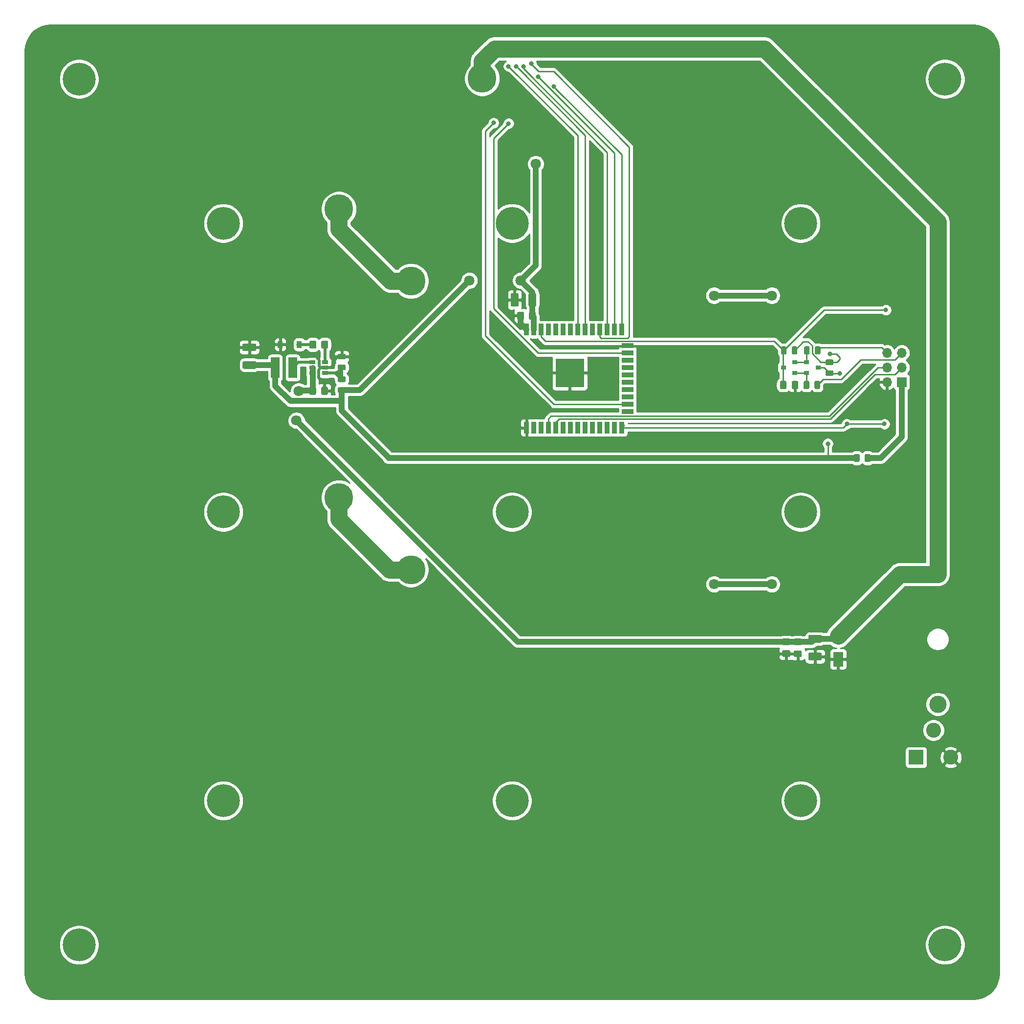
<source format=gbr>
G04 #@! TF.GenerationSoftware,KiCad,Pcbnew,5.1.5*
G04 #@! TF.CreationDate,2020-03-07T10:52:19+01:00*
G04 #@! TF.ProjectId,e-chessboard,652d6368-6573-4736-926f-6172642e6b69,0.2*
G04 #@! TF.SameCoordinates,Original*
G04 #@! TF.FileFunction,Copper,L2,Bot*
G04 #@! TF.FilePolarity,Positive*
%FSLAX46Y46*%
G04 Gerber Fmt 4.6, Leading zero omitted, Abs format (unit mm)*
G04 Created by KiCad (PCBNEW 5.1.5) date 2020-03-07 10:52:19*
%MOMM*%
%LPD*%
G04 APERTURE LIST*
%ADD10C,5.700000*%
%ADD11C,0.100000*%
%ADD12R,1.800000X2.500000*%
%ADD13R,0.900000X1.200000*%
%ADD14C,3.000000*%
%ADD15R,2.600000X2.600000*%
%ADD16C,2.600000*%
%ADD17R,1.700000X1.700000*%
%ADD18O,1.700000X1.700000*%
%ADD19R,1.500000X3.600000*%
%ADD20R,0.900000X0.800000*%
%ADD21R,5.000000X5.000000*%
%ADD22R,0.900000X2.000000*%
%ADD23R,2.000000X0.900000*%
%ADD24R,1.060000X0.650000*%
%ADD25C,1.800000*%
%ADD26C,5.000000*%
%ADD27C,0.800000*%
%ADD28C,0.500000*%
%ADD29C,1.000000*%
%ADD30C,3.000000*%
%ADD31C,0.250000*%
%ADD32C,0.254000*%
G04 APERTURE END LIST*
D10*
X60000000Y-60000000D03*
X210000000Y-60000000D03*
X60000000Y-210000000D03*
X210000000Y-210000000D03*
G04 #@! TA.AperFunction,SMDPad,CuDef*
D11*
G36*
X188449505Y-156301204D02*
G01*
X188473773Y-156304804D01*
X188497572Y-156310765D01*
X188520671Y-156319030D01*
X188542850Y-156329520D01*
X188563893Y-156342132D01*
X188583599Y-156356747D01*
X188601777Y-156373223D01*
X188618253Y-156391401D01*
X188632868Y-156411107D01*
X188645480Y-156432150D01*
X188655970Y-156454329D01*
X188664235Y-156477428D01*
X188670196Y-156501227D01*
X188673796Y-156525495D01*
X188675000Y-156549999D01*
X188675000Y-157375001D01*
X188673796Y-157399505D01*
X188670196Y-157423773D01*
X188664235Y-157447572D01*
X188655970Y-157470671D01*
X188645480Y-157492850D01*
X188632868Y-157513893D01*
X188618253Y-157533599D01*
X188601777Y-157551777D01*
X188583599Y-157568253D01*
X188563893Y-157582868D01*
X188542850Y-157595480D01*
X188520671Y-157605970D01*
X188497572Y-157614235D01*
X188473773Y-157620196D01*
X188449505Y-157623796D01*
X188425001Y-157625000D01*
X186574999Y-157625000D01*
X186550495Y-157623796D01*
X186526227Y-157620196D01*
X186502428Y-157614235D01*
X186479329Y-157605970D01*
X186457150Y-157595480D01*
X186436107Y-157582868D01*
X186416401Y-157568253D01*
X186398223Y-157551777D01*
X186381747Y-157533599D01*
X186367132Y-157513893D01*
X186354520Y-157492850D01*
X186344030Y-157470671D01*
X186335765Y-157447572D01*
X186329804Y-157423773D01*
X186326204Y-157399505D01*
X186325000Y-157375001D01*
X186325000Y-156549999D01*
X186326204Y-156525495D01*
X186329804Y-156501227D01*
X186335765Y-156477428D01*
X186344030Y-156454329D01*
X186354520Y-156432150D01*
X186367132Y-156411107D01*
X186381747Y-156391401D01*
X186398223Y-156373223D01*
X186416401Y-156356747D01*
X186436107Y-156342132D01*
X186457150Y-156329520D01*
X186479329Y-156319030D01*
X186502428Y-156310765D01*
X186526227Y-156304804D01*
X186550495Y-156301204D01*
X186574999Y-156300000D01*
X188425001Y-156300000D01*
X188449505Y-156301204D01*
G37*
G04 #@! TD.AperFunction*
G04 #@! TA.AperFunction,SMDPad,CuDef*
G36*
X188449505Y-159376204D02*
G01*
X188473773Y-159379804D01*
X188497572Y-159385765D01*
X188520671Y-159394030D01*
X188542850Y-159404520D01*
X188563893Y-159417132D01*
X188583599Y-159431747D01*
X188601777Y-159448223D01*
X188618253Y-159466401D01*
X188632868Y-159486107D01*
X188645480Y-159507150D01*
X188655970Y-159529329D01*
X188664235Y-159552428D01*
X188670196Y-159576227D01*
X188673796Y-159600495D01*
X188675000Y-159624999D01*
X188675000Y-160450001D01*
X188673796Y-160474505D01*
X188670196Y-160498773D01*
X188664235Y-160522572D01*
X188655970Y-160545671D01*
X188645480Y-160567850D01*
X188632868Y-160588893D01*
X188618253Y-160608599D01*
X188601777Y-160626777D01*
X188583599Y-160643253D01*
X188563893Y-160657868D01*
X188542850Y-160670480D01*
X188520671Y-160680970D01*
X188497572Y-160689235D01*
X188473773Y-160695196D01*
X188449505Y-160698796D01*
X188425001Y-160700000D01*
X186574999Y-160700000D01*
X186550495Y-160698796D01*
X186526227Y-160695196D01*
X186502428Y-160689235D01*
X186479329Y-160680970D01*
X186457150Y-160670480D01*
X186436107Y-160657868D01*
X186416401Y-160643253D01*
X186398223Y-160626777D01*
X186381747Y-160608599D01*
X186367132Y-160588893D01*
X186354520Y-160567850D01*
X186344030Y-160545671D01*
X186335765Y-160522572D01*
X186329804Y-160498773D01*
X186326204Y-160474505D01*
X186325000Y-160450001D01*
X186325000Y-159624999D01*
X186326204Y-159600495D01*
X186329804Y-159576227D01*
X186335765Y-159552428D01*
X186344030Y-159529329D01*
X186354520Y-159507150D01*
X186367132Y-159486107D01*
X186381747Y-159466401D01*
X186398223Y-159448223D01*
X186416401Y-159431747D01*
X186436107Y-159417132D01*
X186457150Y-159404520D01*
X186479329Y-159394030D01*
X186502428Y-159385765D01*
X186526227Y-159379804D01*
X186550495Y-159376204D01*
X186574999Y-159375000D01*
X188425001Y-159375000D01*
X188449505Y-159376204D01*
G37*
G04 #@! TD.AperFunction*
G04 #@! TA.AperFunction,SMDPad,CuDef*
G36*
X184974505Y-156926204D02*
G01*
X184998773Y-156929804D01*
X185022572Y-156935765D01*
X185045671Y-156944030D01*
X185067850Y-156954520D01*
X185088893Y-156967132D01*
X185108599Y-156981747D01*
X185126777Y-156998223D01*
X185143253Y-157016401D01*
X185157868Y-157036107D01*
X185170480Y-157057150D01*
X185180970Y-157079329D01*
X185189235Y-157102428D01*
X185195196Y-157126227D01*
X185198796Y-157150495D01*
X185200000Y-157174999D01*
X185200000Y-157825001D01*
X185198796Y-157849505D01*
X185195196Y-157873773D01*
X185189235Y-157897572D01*
X185180970Y-157920671D01*
X185170480Y-157942850D01*
X185157868Y-157963893D01*
X185143253Y-157983599D01*
X185126777Y-158001777D01*
X185108599Y-158018253D01*
X185088893Y-158032868D01*
X185067850Y-158045480D01*
X185045671Y-158055970D01*
X185022572Y-158064235D01*
X184998773Y-158070196D01*
X184974505Y-158073796D01*
X184950001Y-158075000D01*
X184049999Y-158075000D01*
X184025495Y-158073796D01*
X184001227Y-158070196D01*
X183977428Y-158064235D01*
X183954329Y-158055970D01*
X183932150Y-158045480D01*
X183911107Y-158032868D01*
X183891401Y-158018253D01*
X183873223Y-158001777D01*
X183856747Y-157983599D01*
X183842132Y-157963893D01*
X183829520Y-157942850D01*
X183819030Y-157920671D01*
X183810765Y-157897572D01*
X183804804Y-157873773D01*
X183801204Y-157849505D01*
X183800000Y-157825001D01*
X183800000Y-157174999D01*
X183801204Y-157150495D01*
X183804804Y-157126227D01*
X183810765Y-157102428D01*
X183819030Y-157079329D01*
X183829520Y-157057150D01*
X183842132Y-157036107D01*
X183856747Y-157016401D01*
X183873223Y-156998223D01*
X183891401Y-156981747D01*
X183911107Y-156967132D01*
X183932150Y-156954520D01*
X183954329Y-156944030D01*
X183977428Y-156935765D01*
X184001227Y-156929804D01*
X184025495Y-156926204D01*
X184049999Y-156925000D01*
X184950001Y-156925000D01*
X184974505Y-156926204D01*
G37*
G04 #@! TD.AperFunction*
G04 #@! TA.AperFunction,SMDPad,CuDef*
G36*
X184974505Y-158976204D02*
G01*
X184998773Y-158979804D01*
X185022572Y-158985765D01*
X185045671Y-158994030D01*
X185067850Y-159004520D01*
X185088893Y-159017132D01*
X185108599Y-159031747D01*
X185126777Y-159048223D01*
X185143253Y-159066401D01*
X185157868Y-159086107D01*
X185170480Y-159107150D01*
X185180970Y-159129329D01*
X185189235Y-159152428D01*
X185195196Y-159176227D01*
X185198796Y-159200495D01*
X185200000Y-159224999D01*
X185200000Y-159875001D01*
X185198796Y-159899505D01*
X185195196Y-159923773D01*
X185189235Y-159947572D01*
X185180970Y-159970671D01*
X185170480Y-159992850D01*
X185157868Y-160013893D01*
X185143253Y-160033599D01*
X185126777Y-160051777D01*
X185108599Y-160068253D01*
X185088893Y-160082868D01*
X185067850Y-160095480D01*
X185045671Y-160105970D01*
X185022572Y-160114235D01*
X184998773Y-160120196D01*
X184974505Y-160123796D01*
X184950001Y-160125000D01*
X184049999Y-160125000D01*
X184025495Y-160123796D01*
X184001227Y-160120196D01*
X183977428Y-160114235D01*
X183954329Y-160105970D01*
X183932150Y-160095480D01*
X183911107Y-160082868D01*
X183891401Y-160068253D01*
X183873223Y-160051777D01*
X183856747Y-160033599D01*
X183842132Y-160013893D01*
X183829520Y-159992850D01*
X183819030Y-159970671D01*
X183810765Y-159947572D01*
X183804804Y-159923773D01*
X183801204Y-159899505D01*
X183800000Y-159875001D01*
X183800000Y-159224999D01*
X183801204Y-159200495D01*
X183804804Y-159176227D01*
X183810765Y-159152428D01*
X183819030Y-159129329D01*
X183829520Y-159107150D01*
X183842132Y-159086107D01*
X183856747Y-159066401D01*
X183873223Y-159048223D01*
X183891401Y-159031747D01*
X183911107Y-159017132D01*
X183932150Y-159004520D01*
X183954329Y-158994030D01*
X183977428Y-158985765D01*
X184001227Y-158979804D01*
X184025495Y-158976204D01*
X184049999Y-158975000D01*
X184950001Y-158975000D01*
X184974505Y-158976204D01*
G37*
G04 #@! TD.AperFunction*
G04 #@! TA.AperFunction,SMDPad,CuDef*
G36*
X138974505Y-97076204D02*
G01*
X138998773Y-97079804D01*
X139022572Y-97085765D01*
X139045671Y-97094030D01*
X139067850Y-97104520D01*
X139088893Y-97117132D01*
X139108599Y-97131747D01*
X139126777Y-97148223D01*
X139143253Y-97166401D01*
X139157868Y-97186107D01*
X139170480Y-97207150D01*
X139180970Y-97229329D01*
X139189235Y-97252428D01*
X139195196Y-97276227D01*
X139198796Y-97300495D01*
X139200000Y-97324999D01*
X139200000Y-99175001D01*
X139198796Y-99199505D01*
X139195196Y-99223773D01*
X139189235Y-99247572D01*
X139180970Y-99270671D01*
X139170480Y-99292850D01*
X139157868Y-99313893D01*
X139143253Y-99333599D01*
X139126777Y-99351777D01*
X139108599Y-99368253D01*
X139088893Y-99382868D01*
X139067850Y-99395480D01*
X139045671Y-99405970D01*
X139022572Y-99414235D01*
X138998773Y-99420196D01*
X138974505Y-99423796D01*
X138950001Y-99425000D01*
X138124999Y-99425000D01*
X138100495Y-99423796D01*
X138076227Y-99420196D01*
X138052428Y-99414235D01*
X138029329Y-99405970D01*
X138007150Y-99395480D01*
X137986107Y-99382868D01*
X137966401Y-99368253D01*
X137948223Y-99351777D01*
X137931747Y-99333599D01*
X137917132Y-99313893D01*
X137904520Y-99292850D01*
X137894030Y-99270671D01*
X137885765Y-99247572D01*
X137879804Y-99223773D01*
X137876204Y-99199505D01*
X137875000Y-99175001D01*
X137875000Y-97324999D01*
X137876204Y-97300495D01*
X137879804Y-97276227D01*
X137885765Y-97252428D01*
X137894030Y-97229329D01*
X137904520Y-97207150D01*
X137917132Y-97186107D01*
X137931747Y-97166401D01*
X137948223Y-97148223D01*
X137966401Y-97131747D01*
X137986107Y-97117132D01*
X138007150Y-97104520D01*
X138029329Y-97094030D01*
X138052428Y-97085765D01*
X138076227Y-97079804D01*
X138100495Y-97076204D01*
X138124999Y-97075000D01*
X138950001Y-97075000D01*
X138974505Y-97076204D01*
G37*
G04 #@! TD.AperFunction*
G04 #@! TA.AperFunction,SMDPad,CuDef*
G36*
X135899505Y-97076204D02*
G01*
X135923773Y-97079804D01*
X135947572Y-97085765D01*
X135970671Y-97094030D01*
X135992850Y-97104520D01*
X136013893Y-97117132D01*
X136033599Y-97131747D01*
X136051777Y-97148223D01*
X136068253Y-97166401D01*
X136082868Y-97186107D01*
X136095480Y-97207150D01*
X136105970Y-97229329D01*
X136114235Y-97252428D01*
X136120196Y-97276227D01*
X136123796Y-97300495D01*
X136125000Y-97324999D01*
X136125000Y-99175001D01*
X136123796Y-99199505D01*
X136120196Y-99223773D01*
X136114235Y-99247572D01*
X136105970Y-99270671D01*
X136095480Y-99292850D01*
X136082868Y-99313893D01*
X136068253Y-99333599D01*
X136051777Y-99351777D01*
X136033599Y-99368253D01*
X136013893Y-99382868D01*
X135992850Y-99395480D01*
X135970671Y-99405970D01*
X135947572Y-99414235D01*
X135923773Y-99420196D01*
X135899505Y-99423796D01*
X135875001Y-99425000D01*
X135049999Y-99425000D01*
X135025495Y-99423796D01*
X135001227Y-99420196D01*
X134977428Y-99414235D01*
X134954329Y-99405970D01*
X134932150Y-99395480D01*
X134911107Y-99382868D01*
X134891401Y-99368253D01*
X134873223Y-99351777D01*
X134856747Y-99333599D01*
X134842132Y-99313893D01*
X134829520Y-99292850D01*
X134819030Y-99270671D01*
X134810765Y-99247572D01*
X134804804Y-99223773D01*
X134801204Y-99199505D01*
X134800000Y-99175001D01*
X134800000Y-97324999D01*
X134801204Y-97300495D01*
X134804804Y-97276227D01*
X134810765Y-97252428D01*
X134819030Y-97229329D01*
X134829520Y-97207150D01*
X134842132Y-97186107D01*
X134856747Y-97166401D01*
X134873223Y-97148223D01*
X134891401Y-97131747D01*
X134911107Y-97117132D01*
X134932150Y-97104520D01*
X134954329Y-97094030D01*
X134977428Y-97085765D01*
X135001227Y-97079804D01*
X135025495Y-97076204D01*
X135049999Y-97075000D01*
X135875001Y-97075000D01*
X135899505Y-97076204D01*
G37*
G04 #@! TD.AperFunction*
G04 #@! TA.AperFunction,SMDPad,CuDef*
G36*
X138874505Y-100301204D02*
G01*
X138898773Y-100304804D01*
X138922572Y-100310765D01*
X138945671Y-100319030D01*
X138967850Y-100329520D01*
X138988893Y-100342132D01*
X139008599Y-100356747D01*
X139026777Y-100373223D01*
X139043253Y-100391401D01*
X139057868Y-100411107D01*
X139070480Y-100432150D01*
X139080970Y-100454329D01*
X139089235Y-100477428D01*
X139095196Y-100501227D01*
X139098796Y-100525495D01*
X139100000Y-100549999D01*
X139100000Y-101450001D01*
X139098796Y-101474505D01*
X139095196Y-101498773D01*
X139089235Y-101522572D01*
X139080970Y-101545671D01*
X139070480Y-101567850D01*
X139057868Y-101588893D01*
X139043253Y-101608599D01*
X139026777Y-101626777D01*
X139008599Y-101643253D01*
X138988893Y-101657868D01*
X138967850Y-101670480D01*
X138945671Y-101680970D01*
X138922572Y-101689235D01*
X138898773Y-101695196D01*
X138874505Y-101698796D01*
X138850001Y-101700000D01*
X138199999Y-101700000D01*
X138175495Y-101698796D01*
X138151227Y-101695196D01*
X138127428Y-101689235D01*
X138104329Y-101680970D01*
X138082150Y-101670480D01*
X138061107Y-101657868D01*
X138041401Y-101643253D01*
X138023223Y-101626777D01*
X138006747Y-101608599D01*
X137992132Y-101588893D01*
X137979520Y-101567850D01*
X137969030Y-101545671D01*
X137960765Y-101522572D01*
X137954804Y-101498773D01*
X137951204Y-101474505D01*
X137950000Y-101450001D01*
X137950000Y-100549999D01*
X137951204Y-100525495D01*
X137954804Y-100501227D01*
X137960765Y-100477428D01*
X137969030Y-100454329D01*
X137979520Y-100432150D01*
X137992132Y-100411107D01*
X138006747Y-100391401D01*
X138023223Y-100373223D01*
X138041401Y-100356747D01*
X138061107Y-100342132D01*
X138082150Y-100329520D01*
X138104329Y-100319030D01*
X138127428Y-100310765D01*
X138151227Y-100304804D01*
X138175495Y-100301204D01*
X138199999Y-100300000D01*
X138850001Y-100300000D01*
X138874505Y-100301204D01*
G37*
G04 #@! TD.AperFunction*
G04 #@! TA.AperFunction,SMDPad,CuDef*
G36*
X136824505Y-100301204D02*
G01*
X136848773Y-100304804D01*
X136872572Y-100310765D01*
X136895671Y-100319030D01*
X136917850Y-100329520D01*
X136938893Y-100342132D01*
X136958599Y-100356747D01*
X136976777Y-100373223D01*
X136993253Y-100391401D01*
X137007868Y-100411107D01*
X137020480Y-100432150D01*
X137030970Y-100454329D01*
X137039235Y-100477428D01*
X137045196Y-100501227D01*
X137048796Y-100525495D01*
X137050000Y-100549999D01*
X137050000Y-101450001D01*
X137048796Y-101474505D01*
X137045196Y-101498773D01*
X137039235Y-101522572D01*
X137030970Y-101545671D01*
X137020480Y-101567850D01*
X137007868Y-101588893D01*
X136993253Y-101608599D01*
X136976777Y-101626777D01*
X136958599Y-101643253D01*
X136938893Y-101657868D01*
X136917850Y-101670480D01*
X136895671Y-101680970D01*
X136872572Y-101689235D01*
X136848773Y-101695196D01*
X136824505Y-101698796D01*
X136800001Y-101700000D01*
X136149999Y-101700000D01*
X136125495Y-101698796D01*
X136101227Y-101695196D01*
X136077428Y-101689235D01*
X136054329Y-101680970D01*
X136032150Y-101670480D01*
X136011107Y-101657868D01*
X135991401Y-101643253D01*
X135973223Y-101626777D01*
X135956747Y-101608599D01*
X135942132Y-101588893D01*
X135929520Y-101567850D01*
X135919030Y-101545671D01*
X135910765Y-101522572D01*
X135904804Y-101498773D01*
X135901204Y-101474505D01*
X135900000Y-101450001D01*
X135900000Y-100549999D01*
X135901204Y-100525495D01*
X135904804Y-100501227D01*
X135910765Y-100477428D01*
X135919030Y-100454329D01*
X135929520Y-100432150D01*
X135942132Y-100411107D01*
X135956747Y-100391401D01*
X135973223Y-100373223D01*
X135991401Y-100356747D01*
X136011107Y-100342132D01*
X136032150Y-100329520D01*
X136054329Y-100319030D01*
X136077428Y-100310765D01*
X136101227Y-100304804D01*
X136125495Y-100301204D01*
X136149999Y-100300000D01*
X136800001Y-100300000D01*
X136824505Y-100301204D01*
G37*
G04 #@! TD.AperFunction*
G04 #@! TA.AperFunction,SMDPad,CuDef*
G36*
X182974505Y-158951204D02*
G01*
X182998773Y-158954804D01*
X183022572Y-158960765D01*
X183045671Y-158969030D01*
X183067850Y-158979520D01*
X183088893Y-158992132D01*
X183108599Y-159006747D01*
X183126777Y-159023223D01*
X183143253Y-159041401D01*
X183157868Y-159061107D01*
X183170480Y-159082150D01*
X183180970Y-159104329D01*
X183189235Y-159127428D01*
X183195196Y-159151227D01*
X183198796Y-159175495D01*
X183200000Y-159199999D01*
X183200000Y-159850001D01*
X183198796Y-159874505D01*
X183195196Y-159898773D01*
X183189235Y-159922572D01*
X183180970Y-159945671D01*
X183170480Y-159967850D01*
X183157868Y-159988893D01*
X183143253Y-160008599D01*
X183126777Y-160026777D01*
X183108599Y-160043253D01*
X183088893Y-160057868D01*
X183067850Y-160070480D01*
X183045671Y-160080970D01*
X183022572Y-160089235D01*
X182998773Y-160095196D01*
X182974505Y-160098796D01*
X182950001Y-160100000D01*
X182049999Y-160100000D01*
X182025495Y-160098796D01*
X182001227Y-160095196D01*
X181977428Y-160089235D01*
X181954329Y-160080970D01*
X181932150Y-160070480D01*
X181911107Y-160057868D01*
X181891401Y-160043253D01*
X181873223Y-160026777D01*
X181856747Y-160008599D01*
X181842132Y-159988893D01*
X181829520Y-159967850D01*
X181819030Y-159945671D01*
X181810765Y-159922572D01*
X181804804Y-159898773D01*
X181801204Y-159874505D01*
X181800000Y-159850001D01*
X181800000Y-159199999D01*
X181801204Y-159175495D01*
X181804804Y-159151227D01*
X181810765Y-159127428D01*
X181819030Y-159104329D01*
X181829520Y-159082150D01*
X181842132Y-159061107D01*
X181856747Y-159041401D01*
X181873223Y-159023223D01*
X181891401Y-159006747D01*
X181911107Y-158992132D01*
X181932150Y-158979520D01*
X181954329Y-158969030D01*
X181977428Y-158960765D01*
X182001227Y-158954804D01*
X182025495Y-158951204D01*
X182049999Y-158950000D01*
X182950001Y-158950000D01*
X182974505Y-158951204D01*
G37*
G04 #@! TD.AperFunction*
G04 #@! TA.AperFunction,SMDPad,CuDef*
G36*
X182974505Y-156901204D02*
G01*
X182998773Y-156904804D01*
X183022572Y-156910765D01*
X183045671Y-156919030D01*
X183067850Y-156929520D01*
X183088893Y-156942132D01*
X183108599Y-156956747D01*
X183126777Y-156973223D01*
X183143253Y-156991401D01*
X183157868Y-157011107D01*
X183170480Y-157032150D01*
X183180970Y-157054329D01*
X183189235Y-157077428D01*
X183195196Y-157101227D01*
X183198796Y-157125495D01*
X183200000Y-157149999D01*
X183200000Y-157800001D01*
X183198796Y-157824505D01*
X183195196Y-157848773D01*
X183189235Y-157872572D01*
X183180970Y-157895671D01*
X183170480Y-157917850D01*
X183157868Y-157938893D01*
X183143253Y-157958599D01*
X183126777Y-157976777D01*
X183108599Y-157993253D01*
X183088893Y-158007868D01*
X183067850Y-158020480D01*
X183045671Y-158030970D01*
X183022572Y-158039235D01*
X182998773Y-158045196D01*
X182974505Y-158048796D01*
X182950001Y-158050000D01*
X182049999Y-158050000D01*
X182025495Y-158048796D01*
X182001227Y-158045196D01*
X181977428Y-158039235D01*
X181954329Y-158030970D01*
X181932150Y-158020480D01*
X181911107Y-158007868D01*
X181891401Y-157993253D01*
X181873223Y-157976777D01*
X181856747Y-157958599D01*
X181842132Y-157938893D01*
X181829520Y-157917850D01*
X181819030Y-157895671D01*
X181810765Y-157872572D01*
X181804804Y-157848773D01*
X181801204Y-157824505D01*
X181800000Y-157800001D01*
X181800000Y-157149999D01*
X181801204Y-157125495D01*
X181804804Y-157101227D01*
X181810765Y-157077428D01*
X181819030Y-157054329D01*
X181829520Y-157032150D01*
X181842132Y-157011107D01*
X181856747Y-156991401D01*
X181873223Y-156973223D01*
X181891401Y-156956747D01*
X181911107Y-156942132D01*
X181932150Y-156929520D01*
X181954329Y-156919030D01*
X181977428Y-156910765D01*
X182001227Y-156904804D01*
X182025495Y-156901204D01*
X182049999Y-156900000D01*
X182950001Y-156900000D01*
X182974505Y-156901204D01*
G37*
G04 #@! TD.AperFunction*
G04 #@! TA.AperFunction,SMDPad,CuDef*
G36*
X100824505Y-113301204D02*
G01*
X100848773Y-113304804D01*
X100872572Y-113310765D01*
X100895671Y-113319030D01*
X100917850Y-113329520D01*
X100938893Y-113342132D01*
X100958599Y-113356747D01*
X100976777Y-113373223D01*
X100993253Y-113391401D01*
X101007868Y-113411107D01*
X101020480Y-113432150D01*
X101030970Y-113454329D01*
X101039235Y-113477428D01*
X101045196Y-113501227D01*
X101048796Y-113525495D01*
X101050000Y-113549999D01*
X101050000Y-114450001D01*
X101048796Y-114474505D01*
X101045196Y-114498773D01*
X101039235Y-114522572D01*
X101030970Y-114545671D01*
X101020480Y-114567850D01*
X101007868Y-114588893D01*
X100993253Y-114608599D01*
X100976777Y-114626777D01*
X100958599Y-114643253D01*
X100938893Y-114657868D01*
X100917850Y-114670480D01*
X100895671Y-114680970D01*
X100872572Y-114689235D01*
X100848773Y-114695196D01*
X100824505Y-114698796D01*
X100800001Y-114700000D01*
X100149999Y-114700000D01*
X100125495Y-114698796D01*
X100101227Y-114695196D01*
X100077428Y-114689235D01*
X100054329Y-114680970D01*
X100032150Y-114670480D01*
X100011107Y-114657868D01*
X99991401Y-114643253D01*
X99973223Y-114626777D01*
X99956747Y-114608599D01*
X99942132Y-114588893D01*
X99929520Y-114567850D01*
X99919030Y-114545671D01*
X99910765Y-114522572D01*
X99904804Y-114498773D01*
X99901204Y-114474505D01*
X99900000Y-114450001D01*
X99900000Y-113549999D01*
X99901204Y-113525495D01*
X99904804Y-113501227D01*
X99910765Y-113477428D01*
X99919030Y-113454329D01*
X99929520Y-113432150D01*
X99942132Y-113411107D01*
X99956747Y-113391401D01*
X99973223Y-113373223D01*
X99991401Y-113356747D01*
X100011107Y-113342132D01*
X100032150Y-113329520D01*
X100054329Y-113319030D01*
X100077428Y-113310765D01*
X100101227Y-113304804D01*
X100125495Y-113301204D01*
X100149999Y-113300000D01*
X100800001Y-113300000D01*
X100824505Y-113301204D01*
G37*
G04 #@! TD.AperFunction*
G04 #@! TA.AperFunction,SMDPad,CuDef*
G36*
X102874505Y-113301204D02*
G01*
X102898773Y-113304804D01*
X102922572Y-113310765D01*
X102945671Y-113319030D01*
X102967850Y-113329520D01*
X102988893Y-113342132D01*
X103008599Y-113356747D01*
X103026777Y-113373223D01*
X103043253Y-113391401D01*
X103057868Y-113411107D01*
X103070480Y-113432150D01*
X103080970Y-113454329D01*
X103089235Y-113477428D01*
X103095196Y-113501227D01*
X103098796Y-113525495D01*
X103100000Y-113549999D01*
X103100000Y-114450001D01*
X103098796Y-114474505D01*
X103095196Y-114498773D01*
X103089235Y-114522572D01*
X103080970Y-114545671D01*
X103070480Y-114567850D01*
X103057868Y-114588893D01*
X103043253Y-114608599D01*
X103026777Y-114626777D01*
X103008599Y-114643253D01*
X102988893Y-114657868D01*
X102967850Y-114670480D01*
X102945671Y-114680970D01*
X102922572Y-114689235D01*
X102898773Y-114695196D01*
X102874505Y-114698796D01*
X102850001Y-114700000D01*
X102199999Y-114700000D01*
X102175495Y-114698796D01*
X102151227Y-114695196D01*
X102127428Y-114689235D01*
X102104329Y-114680970D01*
X102082150Y-114670480D01*
X102061107Y-114657868D01*
X102041401Y-114643253D01*
X102023223Y-114626777D01*
X102006747Y-114608599D01*
X101992132Y-114588893D01*
X101979520Y-114567850D01*
X101969030Y-114545671D01*
X101960765Y-114522572D01*
X101954804Y-114498773D01*
X101951204Y-114474505D01*
X101950000Y-114450001D01*
X101950000Y-113549999D01*
X101951204Y-113525495D01*
X101954804Y-113501227D01*
X101960765Y-113477428D01*
X101969030Y-113454329D01*
X101979520Y-113432150D01*
X101992132Y-113411107D01*
X102006747Y-113391401D01*
X102023223Y-113373223D01*
X102041401Y-113356747D01*
X102061107Y-113342132D01*
X102082150Y-113329520D01*
X102104329Y-113319030D01*
X102127428Y-113310765D01*
X102151227Y-113304804D01*
X102175495Y-113301204D01*
X102199999Y-113300000D01*
X102850001Y-113300000D01*
X102874505Y-113301204D01*
G37*
G04 #@! TD.AperFunction*
G04 #@! TA.AperFunction,SMDPad,CuDef*
G36*
X102899505Y-105301204D02*
G01*
X102923773Y-105304804D01*
X102947572Y-105310765D01*
X102970671Y-105319030D01*
X102992850Y-105329520D01*
X103013893Y-105342132D01*
X103033599Y-105356747D01*
X103051777Y-105373223D01*
X103068253Y-105391401D01*
X103082868Y-105411107D01*
X103095480Y-105432150D01*
X103105970Y-105454329D01*
X103114235Y-105477428D01*
X103120196Y-105501227D01*
X103123796Y-105525495D01*
X103125000Y-105549999D01*
X103125000Y-106450001D01*
X103123796Y-106474505D01*
X103120196Y-106498773D01*
X103114235Y-106522572D01*
X103105970Y-106545671D01*
X103095480Y-106567850D01*
X103082868Y-106588893D01*
X103068253Y-106608599D01*
X103051777Y-106626777D01*
X103033599Y-106643253D01*
X103013893Y-106657868D01*
X102992850Y-106670480D01*
X102970671Y-106680970D01*
X102947572Y-106689235D01*
X102923773Y-106695196D01*
X102899505Y-106698796D01*
X102875001Y-106700000D01*
X102224999Y-106700000D01*
X102200495Y-106698796D01*
X102176227Y-106695196D01*
X102152428Y-106689235D01*
X102129329Y-106680970D01*
X102107150Y-106670480D01*
X102086107Y-106657868D01*
X102066401Y-106643253D01*
X102048223Y-106626777D01*
X102031747Y-106608599D01*
X102017132Y-106588893D01*
X102004520Y-106567850D01*
X101994030Y-106545671D01*
X101985765Y-106522572D01*
X101979804Y-106498773D01*
X101976204Y-106474505D01*
X101975000Y-106450001D01*
X101975000Y-105549999D01*
X101976204Y-105525495D01*
X101979804Y-105501227D01*
X101985765Y-105477428D01*
X101994030Y-105454329D01*
X102004520Y-105432150D01*
X102017132Y-105411107D01*
X102031747Y-105391401D01*
X102048223Y-105373223D01*
X102066401Y-105356747D01*
X102086107Y-105342132D01*
X102107150Y-105329520D01*
X102129329Y-105319030D01*
X102152428Y-105310765D01*
X102176227Y-105304804D01*
X102200495Y-105301204D01*
X102224999Y-105300000D01*
X102875001Y-105300000D01*
X102899505Y-105301204D01*
G37*
G04 #@! TD.AperFunction*
G04 #@! TA.AperFunction,SMDPad,CuDef*
G36*
X100849505Y-105301204D02*
G01*
X100873773Y-105304804D01*
X100897572Y-105310765D01*
X100920671Y-105319030D01*
X100942850Y-105329520D01*
X100963893Y-105342132D01*
X100983599Y-105356747D01*
X101001777Y-105373223D01*
X101018253Y-105391401D01*
X101032868Y-105411107D01*
X101045480Y-105432150D01*
X101055970Y-105454329D01*
X101064235Y-105477428D01*
X101070196Y-105501227D01*
X101073796Y-105525495D01*
X101075000Y-105549999D01*
X101075000Y-106450001D01*
X101073796Y-106474505D01*
X101070196Y-106498773D01*
X101064235Y-106522572D01*
X101055970Y-106545671D01*
X101045480Y-106567850D01*
X101032868Y-106588893D01*
X101018253Y-106608599D01*
X101001777Y-106626777D01*
X100983599Y-106643253D01*
X100963893Y-106657868D01*
X100942850Y-106670480D01*
X100920671Y-106680970D01*
X100897572Y-106689235D01*
X100873773Y-106695196D01*
X100849505Y-106698796D01*
X100825001Y-106700000D01*
X100174999Y-106700000D01*
X100150495Y-106698796D01*
X100126227Y-106695196D01*
X100102428Y-106689235D01*
X100079329Y-106680970D01*
X100057150Y-106670480D01*
X100036107Y-106657868D01*
X100016401Y-106643253D01*
X99998223Y-106626777D01*
X99981747Y-106608599D01*
X99967132Y-106588893D01*
X99954520Y-106567850D01*
X99944030Y-106545671D01*
X99935765Y-106522572D01*
X99929804Y-106498773D01*
X99926204Y-106474505D01*
X99925000Y-106450001D01*
X99925000Y-105549999D01*
X99926204Y-105525495D01*
X99929804Y-105501227D01*
X99935765Y-105477428D01*
X99944030Y-105454329D01*
X99954520Y-105432150D01*
X99967132Y-105411107D01*
X99981747Y-105391401D01*
X99998223Y-105373223D01*
X100016401Y-105356747D01*
X100036107Y-105342132D01*
X100057150Y-105329520D01*
X100079329Y-105319030D01*
X100102428Y-105310765D01*
X100126227Y-105304804D01*
X100150495Y-105301204D01*
X100174999Y-105300000D01*
X100825001Y-105300000D01*
X100849505Y-105301204D01*
G37*
G04 #@! TD.AperFunction*
G04 #@! TA.AperFunction,SMDPad,CuDef*
G36*
X90449505Y-105801204D02*
G01*
X90473773Y-105804804D01*
X90497572Y-105810765D01*
X90520671Y-105819030D01*
X90542850Y-105829520D01*
X90563893Y-105842132D01*
X90583599Y-105856747D01*
X90601777Y-105873223D01*
X90618253Y-105891401D01*
X90632868Y-105911107D01*
X90645480Y-105932150D01*
X90655970Y-105954329D01*
X90664235Y-105977428D01*
X90670196Y-106001227D01*
X90673796Y-106025495D01*
X90675000Y-106049999D01*
X90675000Y-106875001D01*
X90673796Y-106899505D01*
X90670196Y-106923773D01*
X90664235Y-106947572D01*
X90655970Y-106970671D01*
X90645480Y-106992850D01*
X90632868Y-107013893D01*
X90618253Y-107033599D01*
X90601777Y-107051777D01*
X90583599Y-107068253D01*
X90563893Y-107082868D01*
X90542850Y-107095480D01*
X90520671Y-107105970D01*
X90497572Y-107114235D01*
X90473773Y-107120196D01*
X90449505Y-107123796D01*
X90425001Y-107125000D01*
X88574999Y-107125000D01*
X88550495Y-107123796D01*
X88526227Y-107120196D01*
X88502428Y-107114235D01*
X88479329Y-107105970D01*
X88457150Y-107095480D01*
X88436107Y-107082868D01*
X88416401Y-107068253D01*
X88398223Y-107051777D01*
X88381747Y-107033599D01*
X88367132Y-107013893D01*
X88354520Y-106992850D01*
X88344030Y-106970671D01*
X88335765Y-106947572D01*
X88329804Y-106923773D01*
X88326204Y-106899505D01*
X88325000Y-106875001D01*
X88325000Y-106049999D01*
X88326204Y-106025495D01*
X88329804Y-106001227D01*
X88335765Y-105977428D01*
X88344030Y-105954329D01*
X88354520Y-105932150D01*
X88367132Y-105911107D01*
X88381747Y-105891401D01*
X88398223Y-105873223D01*
X88416401Y-105856747D01*
X88436107Y-105842132D01*
X88457150Y-105829520D01*
X88479329Y-105819030D01*
X88502428Y-105810765D01*
X88526227Y-105804804D01*
X88550495Y-105801204D01*
X88574999Y-105800000D01*
X90425001Y-105800000D01*
X90449505Y-105801204D01*
G37*
G04 #@! TD.AperFunction*
G04 #@! TA.AperFunction,SMDPad,CuDef*
G36*
X90449505Y-108876204D02*
G01*
X90473773Y-108879804D01*
X90497572Y-108885765D01*
X90520671Y-108894030D01*
X90542850Y-108904520D01*
X90563893Y-108917132D01*
X90583599Y-108931747D01*
X90601777Y-108948223D01*
X90618253Y-108966401D01*
X90632868Y-108986107D01*
X90645480Y-109007150D01*
X90655970Y-109029329D01*
X90664235Y-109052428D01*
X90670196Y-109076227D01*
X90673796Y-109100495D01*
X90675000Y-109124999D01*
X90675000Y-109950001D01*
X90673796Y-109974505D01*
X90670196Y-109998773D01*
X90664235Y-110022572D01*
X90655970Y-110045671D01*
X90645480Y-110067850D01*
X90632868Y-110088893D01*
X90618253Y-110108599D01*
X90601777Y-110126777D01*
X90583599Y-110143253D01*
X90563893Y-110157868D01*
X90542850Y-110170480D01*
X90520671Y-110180970D01*
X90497572Y-110189235D01*
X90473773Y-110195196D01*
X90449505Y-110198796D01*
X90425001Y-110200000D01*
X88574999Y-110200000D01*
X88550495Y-110198796D01*
X88526227Y-110195196D01*
X88502428Y-110189235D01*
X88479329Y-110180970D01*
X88457150Y-110170480D01*
X88436107Y-110157868D01*
X88416401Y-110143253D01*
X88398223Y-110126777D01*
X88381747Y-110108599D01*
X88367132Y-110088893D01*
X88354520Y-110067850D01*
X88344030Y-110045671D01*
X88335765Y-110022572D01*
X88329804Y-109998773D01*
X88326204Y-109974505D01*
X88325000Y-109950001D01*
X88325000Y-109124999D01*
X88326204Y-109100495D01*
X88329804Y-109076227D01*
X88335765Y-109052428D01*
X88344030Y-109029329D01*
X88354520Y-109007150D01*
X88367132Y-108986107D01*
X88381747Y-108966401D01*
X88398223Y-108948223D01*
X88416401Y-108931747D01*
X88436107Y-108917132D01*
X88457150Y-108904520D01*
X88479329Y-108894030D01*
X88502428Y-108885765D01*
X88526227Y-108879804D01*
X88550495Y-108876204D01*
X88574999Y-108875000D01*
X90425001Y-108875000D01*
X90449505Y-108876204D01*
G37*
G04 #@! TD.AperFunction*
G04 #@! TA.AperFunction,SMDPad,CuDef*
G36*
X182324505Y-112301204D02*
G01*
X182348773Y-112304804D01*
X182372572Y-112310765D01*
X182395671Y-112319030D01*
X182417850Y-112329520D01*
X182438893Y-112342132D01*
X182458599Y-112356747D01*
X182476777Y-112373223D01*
X182493253Y-112391401D01*
X182507868Y-112411107D01*
X182520480Y-112432150D01*
X182530970Y-112454329D01*
X182539235Y-112477428D01*
X182545196Y-112501227D01*
X182548796Y-112525495D01*
X182550000Y-112549999D01*
X182550000Y-113450001D01*
X182548796Y-113474505D01*
X182545196Y-113498773D01*
X182539235Y-113522572D01*
X182530970Y-113545671D01*
X182520480Y-113567850D01*
X182507868Y-113588893D01*
X182493253Y-113608599D01*
X182476777Y-113626777D01*
X182458599Y-113643253D01*
X182438893Y-113657868D01*
X182417850Y-113670480D01*
X182395671Y-113680970D01*
X182372572Y-113689235D01*
X182348773Y-113695196D01*
X182324505Y-113698796D01*
X182300001Y-113700000D01*
X181649999Y-113700000D01*
X181625495Y-113698796D01*
X181601227Y-113695196D01*
X181577428Y-113689235D01*
X181554329Y-113680970D01*
X181532150Y-113670480D01*
X181511107Y-113657868D01*
X181491401Y-113643253D01*
X181473223Y-113626777D01*
X181456747Y-113608599D01*
X181442132Y-113588893D01*
X181429520Y-113567850D01*
X181419030Y-113545671D01*
X181410765Y-113522572D01*
X181404804Y-113498773D01*
X181401204Y-113474505D01*
X181400000Y-113450001D01*
X181400000Y-112549999D01*
X181401204Y-112525495D01*
X181404804Y-112501227D01*
X181410765Y-112477428D01*
X181419030Y-112454329D01*
X181429520Y-112432150D01*
X181442132Y-112411107D01*
X181456747Y-112391401D01*
X181473223Y-112373223D01*
X181491401Y-112356747D01*
X181511107Y-112342132D01*
X181532150Y-112329520D01*
X181554329Y-112319030D01*
X181577428Y-112310765D01*
X181601227Y-112304804D01*
X181625495Y-112301204D01*
X181649999Y-112300000D01*
X182300001Y-112300000D01*
X182324505Y-112301204D01*
G37*
G04 #@! TD.AperFunction*
G04 #@! TA.AperFunction,SMDPad,CuDef*
G36*
X184374505Y-112301204D02*
G01*
X184398773Y-112304804D01*
X184422572Y-112310765D01*
X184445671Y-112319030D01*
X184467850Y-112329520D01*
X184488893Y-112342132D01*
X184508599Y-112356747D01*
X184526777Y-112373223D01*
X184543253Y-112391401D01*
X184557868Y-112411107D01*
X184570480Y-112432150D01*
X184580970Y-112454329D01*
X184589235Y-112477428D01*
X184595196Y-112501227D01*
X184598796Y-112525495D01*
X184600000Y-112549999D01*
X184600000Y-113450001D01*
X184598796Y-113474505D01*
X184595196Y-113498773D01*
X184589235Y-113522572D01*
X184580970Y-113545671D01*
X184570480Y-113567850D01*
X184557868Y-113588893D01*
X184543253Y-113608599D01*
X184526777Y-113626777D01*
X184508599Y-113643253D01*
X184488893Y-113657868D01*
X184467850Y-113670480D01*
X184445671Y-113680970D01*
X184422572Y-113689235D01*
X184398773Y-113695196D01*
X184374505Y-113698796D01*
X184350001Y-113700000D01*
X183699999Y-113700000D01*
X183675495Y-113698796D01*
X183651227Y-113695196D01*
X183627428Y-113689235D01*
X183604329Y-113680970D01*
X183582150Y-113670480D01*
X183561107Y-113657868D01*
X183541401Y-113643253D01*
X183523223Y-113626777D01*
X183506747Y-113608599D01*
X183492132Y-113588893D01*
X183479520Y-113567850D01*
X183469030Y-113545671D01*
X183460765Y-113522572D01*
X183454804Y-113498773D01*
X183451204Y-113474505D01*
X183450000Y-113450001D01*
X183450000Y-112549999D01*
X183451204Y-112525495D01*
X183454804Y-112501227D01*
X183460765Y-112477428D01*
X183469030Y-112454329D01*
X183479520Y-112432150D01*
X183492132Y-112411107D01*
X183506747Y-112391401D01*
X183523223Y-112373223D01*
X183541401Y-112356747D01*
X183561107Y-112342132D01*
X183582150Y-112329520D01*
X183604329Y-112319030D01*
X183627428Y-112310765D01*
X183651227Y-112304804D01*
X183675495Y-112301204D01*
X183699999Y-112300000D01*
X184350001Y-112300000D01*
X184374505Y-112301204D01*
G37*
G04 #@! TD.AperFunction*
D12*
X191500000Y-156500000D03*
X191500000Y-160500000D03*
D13*
X98150000Y-106000000D03*
X94850000Y-106000000D03*
D14*
X208750000Y-145800000D03*
X208750000Y-168300000D03*
D15*
X205000000Y-177500000D03*
D16*
X211000000Y-177500000D03*
X208000000Y-172800000D03*
D17*
X202500000Y-112500000D03*
D18*
X199960000Y-112500000D03*
X202500000Y-109960000D03*
X199960000Y-109960000D03*
X202500000Y-107420000D03*
X199960000Y-107420000D03*
D19*
X97025000Y-110000000D03*
X93975000Y-110000000D03*
D10*
X85000000Y-85000000D03*
X85000000Y-135000000D03*
X85000000Y-185000000D03*
X135000000Y-85000000D03*
X135000000Y-135000000D03*
X135000000Y-185000000D03*
X185000000Y-85000000D03*
X185000000Y-135000000D03*
X185000000Y-185000000D03*
D20*
X184000000Y-109050000D03*
X184000000Y-110950000D03*
X182000000Y-110000000D03*
X188000000Y-110000000D03*
X186000000Y-109050000D03*
X186000000Y-110950000D03*
G04 #@! TA.AperFunction,SMDPad,CuDef*
D11*
G36*
X188205142Y-106301174D02*
G01*
X188228803Y-106304684D01*
X188252007Y-106310496D01*
X188274529Y-106318554D01*
X188296153Y-106328782D01*
X188316670Y-106341079D01*
X188335883Y-106355329D01*
X188353607Y-106371393D01*
X188369671Y-106389117D01*
X188383921Y-106408330D01*
X188396218Y-106428847D01*
X188406446Y-106450471D01*
X188414504Y-106472993D01*
X188420316Y-106496197D01*
X188423826Y-106519858D01*
X188425000Y-106543750D01*
X188425000Y-107456250D01*
X188423826Y-107480142D01*
X188420316Y-107503803D01*
X188414504Y-107527007D01*
X188406446Y-107549529D01*
X188396218Y-107571153D01*
X188383921Y-107591670D01*
X188369671Y-107610883D01*
X188353607Y-107628607D01*
X188335883Y-107644671D01*
X188316670Y-107658921D01*
X188296153Y-107671218D01*
X188274529Y-107681446D01*
X188252007Y-107689504D01*
X188228803Y-107695316D01*
X188205142Y-107698826D01*
X188181250Y-107700000D01*
X187693750Y-107700000D01*
X187669858Y-107698826D01*
X187646197Y-107695316D01*
X187622993Y-107689504D01*
X187600471Y-107681446D01*
X187578847Y-107671218D01*
X187558330Y-107658921D01*
X187539117Y-107644671D01*
X187521393Y-107628607D01*
X187505329Y-107610883D01*
X187491079Y-107591670D01*
X187478782Y-107571153D01*
X187468554Y-107549529D01*
X187460496Y-107527007D01*
X187454684Y-107503803D01*
X187451174Y-107480142D01*
X187450000Y-107456250D01*
X187450000Y-106543750D01*
X187451174Y-106519858D01*
X187454684Y-106496197D01*
X187460496Y-106472993D01*
X187468554Y-106450471D01*
X187478782Y-106428847D01*
X187491079Y-106408330D01*
X187505329Y-106389117D01*
X187521393Y-106371393D01*
X187539117Y-106355329D01*
X187558330Y-106341079D01*
X187578847Y-106328782D01*
X187600471Y-106318554D01*
X187622993Y-106310496D01*
X187646197Y-106304684D01*
X187669858Y-106301174D01*
X187693750Y-106300000D01*
X188181250Y-106300000D01*
X188205142Y-106301174D01*
G37*
G04 #@! TD.AperFunction*
G04 #@! TA.AperFunction,SMDPad,CuDef*
G36*
X186330142Y-106301174D02*
G01*
X186353803Y-106304684D01*
X186377007Y-106310496D01*
X186399529Y-106318554D01*
X186421153Y-106328782D01*
X186441670Y-106341079D01*
X186460883Y-106355329D01*
X186478607Y-106371393D01*
X186494671Y-106389117D01*
X186508921Y-106408330D01*
X186521218Y-106428847D01*
X186531446Y-106450471D01*
X186539504Y-106472993D01*
X186545316Y-106496197D01*
X186548826Y-106519858D01*
X186550000Y-106543750D01*
X186550000Y-107456250D01*
X186548826Y-107480142D01*
X186545316Y-107503803D01*
X186539504Y-107527007D01*
X186531446Y-107549529D01*
X186521218Y-107571153D01*
X186508921Y-107591670D01*
X186494671Y-107610883D01*
X186478607Y-107628607D01*
X186460883Y-107644671D01*
X186441670Y-107658921D01*
X186421153Y-107671218D01*
X186399529Y-107681446D01*
X186377007Y-107689504D01*
X186353803Y-107695316D01*
X186330142Y-107698826D01*
X186306250Y-107700000D01*
X185818750Y-107700000D01*
X185794858Y-107698826D01*
X185771197Y-107695316D01*
X185747993Y-107689504D01*
X185725471Y-107681446D01*
X185703847Y-107671218D01*
X185683330Y-107658921D01*
X185664117Y-107644671D01*
X185646393Y-107628607D01*
X185630329Y-107610883D01*
X185616079Y-107591670D01*
X185603782Y-107571153D01*
X185593554Y-107549529D01*
X185585496Y-107527007D01*
X185579684Y-107503803D01*
X185576174Y-107480142D01*
X185575000Y-107456250D01*
X185575000Y-106543750D01*
X185576174Y-106519858D01*
X185579684Y-106496197D01*
X185585496Y-106472993D01*
X185593554Y-106450471D01*
X185603782Y-106428847D01*
X185616079Y-106408330D01*
X185630329Y-106389117D01*
X185646393Y-106371393D01*
X185664117Y-106355329D01*
X185683330Y-106341079D01*
X185703847Y-106328782D01*
X185725471Y-106318554D01*
X185747993Y-106310496D01*
X185771197Y-106304684D01*
X185794858Y-106301174D01*
X185818750Y-106300000D01*
X186306250Y-106300000D01*
X186330142Y-106301174D01*
G37*
G04 #@! TD.AperFunction*
G04 #@! TA.AperFunction,SMDPad,CuDef*
G36*
X186267642Y-112301174D02*
G01*
X186291303Y-112304684D01*
X186314507Y-112310496D01*
X186337029Y-112318554D01*
X186358653Y-112328782D01*
X186379170Y-112341079D01*
X186398383Y-112355329D01*
X186416107Y-112371393D01*
X186432171Y-112389117D01*
X186446421Y-112408330D01*
X186458718Y-112428847D01*
X186468946Y-112450471D01*
X186477004Y-112472993D01*
X186482816Y-112496197D01*
X186486326Y-112519858D01*
X186487500Y-112543750D01*
X186487500Y-113456250D01*
X186486326Y-113480142D01*
X186482816Y-113503803D01*
X186477004Y-113527007D01*
X186468946Y-113549529D01*
X186458718Y-113571153D01*
X186446421Y-113591670D01*
X186432171Y-113610883D01*
X186416107Y-113628607D01*
X186398383Y-113644671D01*
X186379170Y-113658921D01*
X186358653Y-113671218D01*
X186337029Y-113681446D01*
X186314507Y-113689504D01*
X186291303Y-113695316D01*
X186267642Y-113698826D01*
X186243750Y-113700000D01*
X185756250Y-113700000D01*
X185732358Y-113698826D01*
X185708697Y-113695316D01*
X185685493Y-113689504D01*
X185662971Y-113681446D01*
X185641347Y-113671218D01*
X185620830Y-113658921D01*
X185601617Y-113644671D01*
X185583893Y-113628607D01*
X185567829Y-113610883D01*
X185553579Y-113591670D01*
X185541282Y-113571153D01*
X185531054Y-113549529D01*
X185522996Y-113527007D01*
X185517184Y-113503803D01*
X185513674Y-113480142D01*
X185512500Y-113456250D01*
X185512500Y-112543750D01*
X185513674Y-112519858D01*
X185517184Y-112496197D01*
X185522996Y-112472993D01*
X185531054Y-112450471D01*
X185541282Y-112428847D01*
X185553579Y-112408330D01*
X185567829Y-112389117D01*
X185583893Y-112371393D01*
X185601617Y-112355329D01*
X185620830Y-112341079D01*
X185641347Y-112328782D01*
X185662971Y-112318554D01*
X185685493Y-112310496D01*
X185708697Y-112304684D01*
X185732358Y-112301174D01*
X185756250Y-112300000D01*
X186243750Y-112300000D01*
X186267642Y-112301174D01*
G37*
G04 #@! TD.AperFunction*
G04 #@! TA.AperFunction,SMDPad,CuDef*
G36*
X188142642Y-112301174D02*
G01*
X188166303Y-112304684D01*
X188189507Y-112310496D01*
X188212029Y-112318554D01*
X188233653Y-112328782D01*
X188254170Y-112341079D01*
X188273383Y-112355329D01*
X188291107Y-112371393D01*
X188307171Y-112389117D01*
X188321421Y-112408330D01*
X188333718Y-112428847D01*
X188343946Y-112450471D01*
X188352004Y-112472993D01*
X188357816Y-112496197D01*
X188361326Y-112519858D01*
X188362500Y-112543750D01*
X188362500Y-113456250D01*
X188361326Y-113480142D01*
X188357816Y-113503803D01*
X188352004Y-113527007D01*
X188343946Y-113549529D01*
X188333718Y-113571153D01*
X188321421Y-113591670D01*
X188307171Y-113610883D01*
X188291107Y-113628607D01*
X188273383Y-113644671D01*
X188254170Y-113658921D01*
X188233653Y-113671218D01*
X188212029Y-113681446D01*
X188189507Y-113689504D01*
X188166303Y-113695316D01*
X188142642Y-113698826D01*
X188118750Y-113700000D01*
X187631250Y-113700000D01*
X187607358Y-113698826D01*
X187583697Y-113695316D01*
X187560493Y-113689504D01*
X187537971Y-113681446D01*
X187516347Y-113671218D01*
X187495830Y-113658921D01*
X187476617Y-113644671D01*
X187458893Y-113628607D01*
X187442829Y-113610883D01*
X187428579Y-113591670D01*
X187416282Y-113571153D01*
X187406054Y-113549529D01*
X187397996Y-113527007D01*
X187392184Y-113503803D01*
X187388674Y-113480142D01*
X187387500Y-113456250D01*
X187387500Y-112543750D01*
X187388674Y-112519858D01*
X187392184Y-112496197D01*
X187397996Y-112472993D01*
X187406054Y-112450471D01*
X187416282Y-112428847D01*
X187428579Y-112408330D01*
X187442829Y-112389117D01*
X187458893Y-112371393D01*
X187476617Y-112355329D01*
X187495830Y-112341079D01*
X187516347Y-112328782D01*
X187537971Y-112318554D01*
X187560493Y-112310496D01*
X187583697Y-112304684D01*
X187607358Y-112301174D01*
X187631250Y-112300000D01*
X188118750Y-112300000D01*
X188142642Y-112301174D01*
G37*
G04 #@! TD.AperFunction*
G04 #@! TA.AperFunction,SMDPad,CuDef*
G36*
X105980142Y-113388674D02*
G01*
X106003803Y-113392184D01*
X106027007Y-113397996D01*
X106049529Y-113406054D01*
X106071153Y-113416282D01*
X106091670Y-113428579D01*
X106110883Y-113442829D01*
X106128607Y-113458893D01*
X106144671Y-113476617D01*
X106158921Y-113495830D01*
X106171218Y-113516347D01*
X106181446Y-113537971D01*
X106189504Y-113560493D01*
X106195316Y-113583697D01*
X106198826Y-113607358D01*
X106200000Y-113631250D01*
X106200000Y-114118750D01*
X106198826Y-114142642D01*
X106195316Y-114166303D01*
X106189504Y-114189507D01*
X106181446Y-114212029D01*
X106171218Y-114233653D01*
X106158921Y-114254170D01*
X106144671Y-114273383D01*
X106128607Y-114291107D01*
X106110883Y-114307171D01*
X106091670Y-114321421D01*
X106071153Y-114333718D01*
X106049529Y-114343946D01*
X106027007Y-114352004D01*
X106003803Y-114357816D01*
X105980142Y-114361326D01*
X105956250Y-114362500D01*
X105043750Y-114362500D01*
X105019858Y-114361326D01*
X104996197Y-114357816D01*
X104972993Y-114352004D01*
X104950471Y-114343946D01*
X104928847Y-114333718D01*
X104908330Y-114321421D01*
X104889117Y-114307171D01*
X104871393Y-114291107D01*
X104855329Y-114273383D01*
X104841079Y-114254170D01*
X104828782Y-114233653D01*
X104818554Y-114212029D01*
X104810496Y-114189507D01*
X104804684Y-114166303D01*
X104801174Y-114142642D01*
X104800000Y-114118750D01*
X104800000Y-113631250D01*
X104801174Y-113607358D01*
X104804684Y-113583697D01*
X104810496Y-113560493D01*
X104818554Y-113537971D01*
X104828782Y-113516347D01*
X104841079Y-113495830D01*
X104855329Y-113476617D01*
X104871393Y-113458893D01*
X104889117Y-113442829D01*
X104908330Y-113428579D01*
X104928847Y-113416282D01*
X104950471Y-113406054D01*
X104972993Y-113397996D01*
X104996197Y-113392184D01*
X105019858Y-113388674D01*
X105043750Y-113387500D01*
X105956250Y-113387500D01*
X105980142Y-113388674D01*
G37*
G04 #@! TD.AperFunction*
G04 #@! TA.AperFunction,SMDPad,CuDef*
G36*
X105980142Y-111513674D02*
G01*
X106003803Y-111517184D01*
X106027007Y-111522996D01*
X106049529Y-111531054D01*
X106071153Y-111541282D01*
X106091670Y-111553579D01*
X106110883Y-111567829D01*
X106128607Y-111583893D01*
X106144671Y-111601617D01*
X106158921Y-111620830D01*
X106171218Y-111641347D01*
X106181446Y-111662971D01*
X106189504Y-111685493D01*
X106195316Y-111708697D01*
X106198826Y-111732358D01*
X106200000Y-111756250D01*
X106200000Y-112243750D01*
X106198826Y-112267642D01*
X106195316Y-112291303D01*
X106189504Y-112314507D01*
X106181446Y-112337029D01*
X106171218Y-112358653D01*
X106158921Y-112379170D01*
X106144671Y-112398383D01*
X106128607Y-112416107D01*
X106110883Y-112432171D01*
X106091670Y-112446421D01*
X106071153Y-112458718D01*
X106049529Y-112468946D01*
X106027007Y-112477004D01*
X106003803Y-112482816D01*
X105980142Y-112486326D01*
X105956250Y-112487500D01*
X105043750Y-112487500D01*
X105019858Y-112486326D01*
X104996197Y-112482816D01*
X104972993Y-112477004D01*
X104950471Y-112468946D01*
X104928847Y-112458718D01*
X104908330Y-112446421D01*
X104889117Y-112432171D01*
X104871393Y-112416107D01*
X104855329Y-112398383D01*
X104841079Y-112379170D01*
X104828782Y-112358653D01*
X104818554Y-112337029D01*
X104810496Y-112314507D01*
X104804684Y-112291303D01*
X104801174Y-112267642D01*
X104800000Y-112243750D01*
X104800000Y-111756250D01*
X104801174Y-111732358D01*
X104804684Y-111708697D01*
X104810496Y-111685493D01*
X104818554Y-111662971D01*
X104828782Y-111641347D01*
X104841079Y-111620830D01*
X104855329Y-111601617D01*
X104871393Y-111583893D01*
X104889117Y-111567829D01*
X104908330Y-111553579D01*
X104928847Y-111541282D01*
X104950471Y-111531054D01*
X104972993Y-111522996D01*
X104996197Y-111517184D01*
X105019858Y-111513674D01*
X105043750Y-111512500D01*
X105956250Y-111512500D01*
X105980142Y-111513674D01*
G37*
G04 #@! TD.AperFunction*
G04 #@! TA.AperFunction,SMDPad,CuDef*
G36*
X105980142Y-107576174D02*
G01*
X106003803Y-107579684D01*
X106027007Y-107585496D01*
X106049529Y-107593554D01*
X106071153Y-107603782D01*
X106091670Y-107616079D01*
X106110883Y-107630329D01*
X106128607Y-107646393D01*
X106144671Y-107664117D01*
X106158921Y-107683330D01*
X106171218Y-107703847D01*
X106181446Y-107725471D01*
X106189504Y-107747993D01*
X106195316Y-107771197D01*
X106198826Y-107794858D01*
X106200000Y-107818750D01*
X106200000Y-108306250D01*
X106198826Y-108330142D01*
X106195316Y-108353803D01*
X106189504Y-108377007D01*
X106181446Y-108399529D01*
X106171218Y-108421153D01*
X106158921Y-108441670D01*
X106144671Y-108460883D01*
X106128607Y-108478607D01*
X106110883Y-108494671D01*
X106091670Y-108508921D01*
X106071153Y-108521218D01*
X106049529Y-108531446D01*
X106027007Y-108539504D01*
X106003803Y-108545316D01*
X105980142Y-108548826D01*
X105956250Y-108550000D01*
X105043750Y-108550000D01*
X105019858Y-108548826D01*
X104996197Y-108545316D01*
X104972993Y-108539504D01*
X104950471Y-108531446D01*
X104928847Y-108521218D01*
X104908330Y-108508921D01*
X104889117Y-108494671D01*
X104871393Y-108478607D01*
X104855329Y-108460883D01*
X104841079Y-108441670D01*
X104828782Y-108421153D01*
X104818554Y-108399529D01*
X104810496Y-108377007D01*
X104804684Y-108353803D01*
X104801174Y-108330142D01*
X104800000Y-108306250D01*
X104800000Y-107818750D01*
X104801174Y-107794858D01*
X104804684Y-107771197D01*
X104810496Y-107747993D01*
X104818554Y-107725471D01*
X104828782Y-107703847D01*
X104841079Y-107683330D01*
X104855329Y-107664117D01*
X104871393Y-107646393D01*
X104889117Y-107630329D01*
X104908330Y-107616079D01*
X104928847Y-107603782D01*
X104950471Y-107593554D01*
X104972993Y-107585496D01*
X104996197Y-107579684D01*
X105019858Y-107576174D01*
X105043750Y-107575000D01*
X105956250Y-107575000D01*
X105980142Y-107576174D01*
G37*
G04 #@! TD.AperFunction*
G04 #@! TA.AperFunction,SMDPad,CuDef*
G36*
X105980142Y-109451174D02*
G01*
X106003803Y-109454684D01*
X106027007Y-109460496D01*
X106049529Y-109468554D01*
X106071153Y-109478782D01*
X106091670Y-109491079D01*
X106110883Y-109505329D01*
X106128607Y-109521393D01*
X106144671Y-109539117D01*
X106158921Y-109558330D01*
X106171218Y-109578847D01*
X106181446Y-109600471D01*
X106189504Y-109622993D01*
X106195316Y-109646197D01*
X106198826Y-109669858D01*
X106200000Y-109693750D01*
X106200000Y-110181250D01*
X106198826Y-110205142D01*
X106195316Y-110228803D01*
X106189504Y-110252007D01*
X106181446Y-110274529D01*
X106171218Y-110296153D01*
X106158921Y-110316670D01*
X106144671Y-110335883D01*
X106128607Y-110353607D01*
X106110883Y-110369671D01*
X106091670Y-110383921D01*
X106071153Y-110396218D01*
X106049529Y-110406446D01*
X106027007Y-110414504D01*
X106003803Y-110420316D01*
X105980142Y-110423826D01*
X105956250Y-110425000D01*
X105043750Y-110425000D01*
X105019858Y-110423826D01*
X104996197Y-110420316D01*
X104972993Y-110414504D01*
X104950471Y-110406446D01*
X104928847Y-110396218D01*
X104908330Y-110383921D01*
X104889117Y-110369671D01*
X104871393Y-110353607D01*
X104855329Y-110335883D01*
X104841079Y-110316670D01*
X104828782Y-110296153D01*
X104818554Y-110274529D01*
X104810496Y-110252007D01*
X104804684Y-110228803D01*
X104801174Y-110205142D01*
X104800000Y-110181250D01*
X104800000Y-109693750D01*
X104801174Y-109669858D01*
X104804684Y-109646197D01*
X104810496Y-109622993D01*
X104818554Y-109600471D01*
X104828782Y-109578847D01*
X104841079Y-109558330D01*
X104855329Y-109539117D01*
X104871393Y-109521393D01*
X104889117Y-109505329D01*
X104908330Y-109491079D01*
X104928847Y-109478782D01*
X104950471Y-109468554D01*
X104972993Y-109460496D01*
X104996197Y-109454684D01*
X105019858Y-109451174D01*
X105043750Y-109450000D01*
X105956250Y-109450000D01*
X105980142Y-109451174D01*
G37*
G04 #@! TD.AperFunction*
G04 #@! TA.AperFunction,SMDPad,CuDef*
G36*
X182330142Y-106301174D02*
G01*
X182353803Y-106304684D01*
X182377007Y-106310496D01*
X182399529Y-106318554D01*
X182421153Y-106328782D01*
X182441670Y-106341079D01*
X182460883Y-106355329D01*
X182478607Y-106371393D01*
X182494671Y-106389117D01*
X182508921Y-106408330D01*
X182521218Y-106428847D01*
X182531446Y-106450471D01*
X182539504Y-106472993D01*
X182545316Y-106496197D01*
X182548826Y-106519858D01*
X182550000Y-106543750D01*
X182550000Y-107456250D01*
X182548826Y-107480142D01*
X182545316Y-107503803D01*
X182539504Y-107527007D01*
X182531446Y-107549529D01*
X182521218Y-107571153D01*
X182508921Y-107591670D01*
X182494671Y-107610883D01*
X182478607Y-107628607D01*
X182460883Y-107644671D01*
X182441670Y-107658921D01*
X182421153Y-107671218D01*
X182399529Y-107681446D01*
X182377007Y-107689504D01*
X182353803Y-107695316D01*
X182330142Y-107698826D01*
X182306250Y-107700000D01*
X181818750Y-107700000D01*
X181794858Y-107698826D01*
X181771197Y-107695316D01*
X181747993Y-107689504D01*
X181725471Y-107681446D01*
X181703847Y-107671218D01*
X181683330Y-107658921D01*
X181664117Y-107644671D01*
X181646393Y-107628607D01*
X181630329Y-107610883D01*
X181616079Y-107591670D01*
X181603782Y-107571153D01*
X181593554Y-107549529D01*
X181585496Y-107527007D01*
X181579684Y-107503803D01*
X181576174Y-107480142D01*
X181575000Y-107456250D01*
X181575000Y-106543750D01*
X181576174Y-106519858D01*
X181579684Y-106496197D01*
X181585496Y-106472993D01*
X181593554Y-106450471D01*
X181603782Y-106428847D01*
X181616079Y-106408330D01*
X181630329Y-106389117D01*
X181646393Y-106371393D01*
X181664117Y-106355329D01*
X181683330Y-106341079D01*
X181703847Y-106328782D01*
X181725471Y-106318554D01*
X181747993Y-106310496D01*
X181771197Y-106304684D01*
X181794858Y-106301174D01*
X181818750Y-106300000D01*
X182306250Y-106300000D01*
X182330142Y-106301174D01*
G37*
G04 #@! TD.AperFunction*
G04 #@! TA.AperFunction,SMDPad,CuDef*
G36*
X184205142Y-106301174D02*
G01*
X184228803Y-106304684D01*
X184252007Y-106310496D01*
X184274529Y-106318554D01*
X184296153Y-106328782D01*
X184316670Y-106341079D01*
X184335883Y-106355329D01*
X184353607Y-106371393D01*
X184369671Y-106389117D01*
X184383921Y-106408330D01*
X184396218Y-106428847D01*
X184406446Y-106450471D01*
X184414504Y-106472993D01*
X184420316Y-106496197D01*
X184423826Y-106519858D01*
X184425000Y-106543750D01*
X184425000Y-107456250D01*
X184423826Y-107480142D01*
X184420316Y-107503803D01*
X184414504Y-107527007D01*
X184406446Y-107549529D01*
X184396218Y-107571153D01*
X184383921Y-107591670D01*
X184369671Y-107610883D01*
X184353607Y-107628607D01*
X184335883Y-107644671D01*
X184316670Y-107658921D01*
X184296153Y-107671218D01*
X184274529Y-107681446D01*
X184252007Y-107689504D01*
X184228803Y-107695316D01*
X184205142Y-107698826D01*
X184181250Y-107700000D01*
X183693750Y-107700000D01*
X183669858Y-107698826D01*
X183646197Y-107695316D01*
X183622993Y-107689504D01*
X183600471Y-107681446D01*
X183578847Y-107671218D01*
X183558330Y-107658921D01*
X183539117Y-107644671D01*
X183521393Y-107628607D01*
X183505329Y-107610883D01*
X183491079Y-107591670D01*
X183478782Y-107571153D01*
X183468554Y-107549529D01*
X183460496Y-107527007D01*
X183454684Y-107503803D01*
X183451174Y-107480142D01*
X183450000Y-107456250D01*
X183450000Y-106543750D01*
X183451174Y-106519858D01*
X183454684Y-106496197D01*
X183460496Y-106472993D01*
X183468554Y-106450471D01*
X183478782Y-106428847D01*
X183491079Y-106408330D01*
X183505329Y-106389117D01*
X183521393Y-106371393D01*
X183539117Y-106355329D01*
X183558330Y-106341079D01*
X183578847Y-106328782D01*
X183600471Y-106318554D01*
X183622993Y-106310496D01*
X183646197Y-106304684D01*
X183669858Y-106301174D01*
X183693750Y-106300000D01*
X184181250Y-106300000D01*
X184205142Y-106301174D01*
G37*
G04 #@! TD.AperFunction*
G04 #@! TA.AperFunction,SMDPad,CuDef*
G36*
X190480142Y-108576174D02*
G01*
X190503803Y-108579684D01*
X190527007Y-108585496D01*
X190549529Y-108593554D01*
X190571153Y-108603782D01*
X190591670Y-108616079D01*
X190610883Y-108630329D01*
X190628607Y-108646393D01*
X190644671Y-108664117D01*
X190658921Y-108683330D01*
X190671218Y-108703847D01*
X190681446Y-108725471D01*
X190689504Y-108747993D01*
X190695316Y-108771197D01*
X190698826Y-108794858D01*
X190700000Y-108818750D01*
X190700000Y-109306250D01*
X190698826Y-109330142D01*
X190695316Y-109353803D01*
X190689504Y-109377007D01*
X190681446Y-109399529D01*
X190671218Y-109421153D01*
X190658921Y-109441670D01*
X190644671Y-109460883D01*
X190628607Y-109478607D01*
X190610883Y-109494671D01*
X190591670Y-109508921D01*
X190571153Y-109521218D01*
X190549529Y-109531446D01*
X190527007Y-109539504D01*
X190503803Y-109545316D01*
X190480142Y-109548826D01*
X190456250Y-109550000D01*
X189543750Y-109550000D01*
X189519858Y-109548826D01*
X189496197Y-109545316D01*
X189472993Y-109539504D01*
X189450471Y-109531446D01*
X189428847Y-109521218D01*
X189408330Y-109508921D01*
X189389117Y-109494671D01*
X189371393Y-109478607D01*
X189355329Y-109460883D01*
X189341079Y-109441670D01*
X189328782Y-109421153D01*
X189318554Y-109399529D01*
X189310496Y-109377007D01*
X189304684Y-109353803D01*
X189301174Y-109330142D01*
X189300000Y-109306250D01*
X189300000Y-108818750D01*
X189301174Y-108794858D01*
X189304684Y-108771197D01*
X189310496Y-108747993D01*
X189318554Y-108725471D01*
X189328782Y-108703847D01*
X189341079Y-108683330D01*
X189355329Y-108664117D01*
X189371393Y-108646393D01*
X189389117Y-108630329D01*
X189408330Y-108616079D01*
X189428847Y-108603782D01*
X189450471Y-108593554D01*
X189472993Y-108585496D01*
X189496197Y-108579684D01*
X189519858Y-108576174D01*
X189543750Y-108575000D01*
X190456250Y-108575000D01*
X190480142Y-108576174D01*
G37*
G04 #@! TD.AperFunction*
G04 #@! TA.AperFunction,SMDPad,CuDef*
G36*
X190480142Y-110451174D02*
G01*
X190503803Y-110454684D01*
X190527007Y-110460496D01*
X190549529Y-110468554D01*
X190571153Y-110478782D01*
X190591670Y-110491079D01*
X190610883Y-110505329D01*
X190628607Y-110521393D01*
X190644671Y-110539117D01*
X190658921Y-110558330D01*
X190671218Y-110578847D01*
X190681446Y-110600471D01*
X190689504Y-110622993D01*
X190695316Y-110646197D01*
X190698826Y-110669858D01*
X190700000Y-110693750D01*
X190700000Y-111181250D01*
X190698826Y-111205142D01*
X190695316Y-111228803D01*
X190689504Y-111252007D01*
X190681446Y-111274529D01*
X190671218Y-111296153D01*
X190658921Y-111316670D01*
X190644671Y-111335883D01*
X190628607Y-111353607D01*
X190610883Y-111369671D01*
X190591670Y-111383921D01*
X190571153Y-111396218D01*
X190549529Y-111406446D01*
X190527007Y-111414504D01*
X190503803Y-111420316D01*
X190480142Y-111423826D01*
X190456250Y-111425000D01*
X189543750Y-111425000D01*
X189519858Y-111423826D01*
X189496197Y-111420316D01*
X189472993Y-111414504D01*
X189450471Y-111406446D01*
X189428847Y-111396218D01*
X189408330Y-111383921D01*
X189389117Y-111369671D01*
X189371393Y-111353607D01*
X189355329Y-111335883D01*
X189341079Y-111316670D01*
X189328782Y-111296153D01*
X189318554Y-111274529D01*
X189310496Y-111252007D01*
X189304684Y-111228803D01*
X189301174Y-111205142D01*
X189300000Y-111181250D01*
X189300000Y-110693750D01*
X189301174Y-110669858D01*
X189304684Y-110646197D01*
X189310496Y-110622993D01*
X189318554Y-110600471D01*
X189328782Y-110578847D01*
X189341079Y-110558330D01*
X189355329Y-110539117D01*
X189371393Y-110521393D01*
X189389117Y-110505329D01*
X189408330Y-110491079D01*
X189428847Y-110478782D01*
X189450471Y-110468554D01*
X189472993Y-110460496D01*
X189496197Y-110454684D01*
X189519858Y-110451174D01*
X189543750Y-110450000D01*
X190456250Y-110450000D01*
X190480142Y-110451174D01*
G37*
G04 #@! TD.AperFunction*
D21*
X145000000Y-110905000D03*
D22*
X137500000Y-103405000D03*
X138770000Y-103405000D03*
X140040000Y-103405000D03*
X141310000Y-103405000D03*
X142580000Y-103405000D03*
X143850000Y-103405000D03*
X145120000Y-103405000D03*
X146390000Y-103405000D03*
X147660000Y-103405000D03*
X148930000Y-103405000D03*
X150200000Y-103405000D03*
X151470000Y-103405000D03*
X152740000Y-103405000D03*
X154010000Y-103405000D03*
D23*
X155010000Y-106190000D03*
X155010000Y-107460000D03*
X155010000Y-108730000D03*
X155010000Y-110000000D03*
X155010000Y-111270000D03*
X155010000Y-112540000D03*
X155010000Y-113810000D03*
X155010000Y-115080000D03*
X155010000Y-116350000D03*
X155010000Y-117620000D03*
D22*
X154010000Y-120405000D03*
X152740000Y-120405000D03*
X151470000Y-120405000D03*
X150200000Y-120405000D03*
X148930000Y-120405000D03*
X147660000Y-120405000D03*
X146390000Y-120405000D03*
X145120000Y-120405000D03*
X143850000Y-120405000D03*
X142580000Y-120405000D03*
X141310000Y-120405000D03*
X140040000Y-120405000D03*
X138770000Y-120405000D03*
X137500000Y-120405000D03*
D24*
X102600000Y-109050000D03*
X102600000Y-110000000D03*
X102600000Y-110950000D03*
X100400000Y-110950000D03*
X100400000Y-109050000D03*
X100400000Y-110000000D03*
G04 #@! TA.AperFunction,SMDPad,CuDef*
D11*
G36*
X196855142Y-124951174D02*
G01*
X196878803Y-124954684D01*
X196902007Y-124960496D01*
X196924529Y-124968554D01*
X196946153Y-124978782D01*
X196966670Y-124991079D01*
X196985883Y-125005329D01*
X197003607Y-125021393D01*
X197019671Y-125039117D01*
X197033921Y-125058330D01*
X197046218Y-125078847D01*
X197056446Y-125100471D01*
X197064504Y-125122993D01*
X197070316Y-125146197D01*
X197073826Y-125169858D01*
X197075000Y-125193750D01*
X197075000Y-126106250D01*
X197073826Y-126130142D01*
X197070316Y-126153803D01*
X197064504Y-126177007D01*
X197056446Y-126199529D01*
X197046218Y-126221153D01*
X197033921Y-126241670D01*
X197019671Y-126260883D01*
X197003607Y-126278607D01*
X196985883Y-126294671D01*
X196966670Y-126308921D01*
X196946153Y-126321218D01*
X196924529Y-126331446D01*
X196902007Y-126339504D01*
X196878803Y-126345316D01*
X196855142Y-126348826D01*
X196831250Y-126350000D01*
X196343750Y-126350000D01*
X196319858Y-126348826D01*
X196296197Y-126345316D01*
X196272993Y-126339504D01*
X196250471Y-126331446D01*
X196228847Y-126321218D01*
X196208330Y-126308921D01*
X196189117Y-126294671D01*
X196171393Y-126278607D01*
X196155329Y-126260883D01*
X196141079Y-126241670D01*
X196128782Y-126221153D01*
X196118554Y-126199529D01*
X196110496Y-126177007D01*
X196104684Y-126153803D01*
X196101174Y-126130142D01*
X196100000Y-126106250D01*
X196100000Y-125193750D01*
X196101174Y-125169858D01*
X196104684Y-125146197D01*
X196110496Y-125122993D01*
X196118554Y-125100471D01*
X196128782Y-125078847D01*
X196141079Y-125058330D01*
X196155329Y-125039117D01*
X196171393Y-125021393D01*
X196189117Y-125005329D01*
X196208330Y-124991079D01*
X196228847Y-124978782D01*
X196250471Y-124968554D01*
X196272993Y-124960496D01*
X196296197Y-124954684D01*
X196319858Y-124951174D01*
X196343750Y-124950000D01*
X196831250Y-124950000D01*
X196855142Y-124951174D01*
G37*
G04 #@! TD.AperFunction*
G04 #@! TA.AperFunction,SMDPad,CuDef*
G36*
X194980142Y-124951174D02*
G01*
X195003803Y-124954684D01*
X195027007Y-124960496D01*
X195049529Y-124968554D01*
X195071153Y-124978782D01*
X195091670Y-124991079D01*
X195110883Y-125005329D01*
X195128607Y-125021393D01*
X195144671Y-125039117D01*
X195158921Y-125058330D01*
X195171218Y-125078847D01*
X195181446Y-125100471D01*
X195189504Y-125122993D01*
X195195316Y-125146197D01*
X195198826Y-125169858D01*
X195200000Y-125193750D01*
X195200000Y-126106250D01*
X195198826Y-126130142D01*
X195195316Y-126153803D01*
X195189504Y-126177007D01*
X195181446Y-126199529D01*
X195171218Y-126221153D01*
X195158921Y-126241670D01*
X195144671Y-126260883D01*
X195128607Y-126278607D01*
X195110883Y-126294671D01*
X195091670Y-126308921D01*
X195071153Y-126321218D01*
X195049529Y-126331446D01*
X195027007Y-126339504D01*
X195003803Y-126345316D01*
X194980142Y-126348826D01*
X194956250Y-126350000D01*
X194468750Y-126350000D01*
X194444858Y-126348826D01*
X194421197Y-126345316D01*
X194397993Y-126339504D01*
X194375471Y-126331446D01*
X194353847Y-126321218D01*
X194333330Y-126308921D01*
X194314117Y-126294671D01*
X194296393Y-126278607D01*
X194280329Y-126260883D01*
X194266079Y-126241670D01*
X194253782Y-126221153D01*
X194243554Y-126199529D01*
X194235496Y-126177007D01*
X194229684Y-126153803D01*
X194226174Y-126130142D01*
X194225000Y-126106250D01*
X194225000Y-125193750D01*
X194226174Y-125169858D01*
X194229684Y-125146197D01*
X194235496Y-125122993D01*
X194243554Y-125100471D01*
X194253782Y-125078847D01*
X194266079Y-125058330D01*
X194280329Y-125039117D01*
X194296393Y-125021393D01*
X194314117Y-125005329D01*
X194333330Y-124991079D01*
X194353847Y-124978782D01*
X194375471Y-124968554D01*
X194397993Y-124960496D01*
X194421197Y-124954684D01*
X194444858Y-124951174D01*
X194468750Y-124950000D01*
X194956250Y-124950000D01*
X194980142Y-124951174D01*
G37*
G04 #@! TD.AperFunction*
D25*
X98050000Y-114050000D03*
X97650000Y-119150000D03*
D26*
X129828002Y-59901185D03*
D27*
X101250000Y-107750000D03*
D25*
X143750000Y-112000000D03*
X146250000Y-112000000D03*
X146250000Y-109750000D03*
X143750000Y-109750000D03*
D27*
X52000000Y-55000000D03*
X52000000Y-62000000D03*
X52000000Y-69000000D03*
X52000000Y-76000000D03*
X52000000Y-83000000D03*
X52000000Y-90000000D03*
X52000000Y-97000000D03*
X52000000Y-104000000D03*
X52000000Y-111000000D03*
X52000000Y-118000000D03*
X52000000Y-125000000D03*
X52000000Y-132000000D03*
X52000000Y-139000000D03*
X52000000Y-146000000D03*
X52000000Y-153000000D03*
X52000000Y-160000000D03*
X52000000Y-167000000D03*
X52000000Y-174000000D03*
X52000000Y-181000000D03*
X52000000Y-188000000D03*
X52000000Y-195000000D03*
X52000000Y-202000000D03*
X52000000Y-209000000D03*
X53000000Y-215000000D03*
X56000000Y-52000000D03*
X56000000Y-65000000D03*
X56000000Y-72000000D03*
X56000000Y-79000000D03*
X56000000Y-121000000D03*
X56000000Y-128000000D03*
X56000000Y-171000000D03*
X56000000Y-178000000D03*
X56000000Y-185000000D03*
X56000000Y-192000000D03*
X56000000Y-199000000D03*
X56000000Y-206000000D03*
X57000000Y-218000000D03*
X58000000Y-91000000D03*
X58000000Y-98000000D03*
X58000000Y-105000000D03*
X58000000Y-112000000D03*
X58000000Y-140000000D03*
X58000000Y-147000000D03*
X58000000Y-154000000D03*
X58000000Y-161000000D03*
X60000000Y-55000000D03*
X60000000Y-68000000D03*
X60000000Y-75000000D03*
X60000000Y-125000000D03*
X60000000Y-175000000D03*
X60000000Y-195000000D03*
X60000000Y-202000000D03*
X61000000Y-116000000D03*
X61000000Y-165000000D03*
X61000000Y-181000000D03*
X61000000Y-215000000D03*
X62000000Y-94000000D03*
X62000000Y-101000000D03*
X62000000Y-108000000D03*
X62000000Y-143000000D03*
X62000000Y-150000000D03*
X62000000Y-157000000D03*
X63000000Y-64000000D03*
X63000000Y-206000000D03*
X64000000Y-52000000D03*
X64000000Y-71000000D03*
X64000000Y-78000000D03*
X64000000Y-169000000D03*
X64000000Y-192000000D03*
X64000000Y-199000000D03*
X65000000Y-58000000D03*
X65000000Y-112000000D03*
X65000000Y-119000000D03*
X65000000Y-161000000D03*
X65000000Y-211000000D03*
X65000000Y-218000000D03*
X66000000Y-97000000D03*
X66000000Y-104000000D03*
X66000000Y-146000000D03*
X66000000Y-153000000D03*
X67000000Y-67000000D03*
X67000000Y-203000000D03*
X68000000Y-74000000D03*
X68000000Y-92000000D03*
X68000000Y-123000000D03*
X68000000Y-165000000D03*
X68000000Y-172000000D03*
X68000000Y-195000000D03*
X69000000Y-54000000D03*
X69000000Y-61000000D03*
X69000000Y-108000000D03*
X69000000Y-115000000D03*
X69000000Y-142000000D03*
X69000000Y-157000000D03*
X69000000Y-208000000D03*
X69000000Y-215000000D03*
X70000000Y-100000000D03*
X70000000Y-128000000D03*
X70000000Y-149000000D03*
X70000000Y-177000000D03*
X71000000Y-70000000D03*
X71000000Y-78000000D03*
X71000000Y-199000000D03*
X72000000Y-95000000D03*
X72000000Y-119000000D03*
X72000000Y-161000000D03*
X72000000Y-168000000D03*
X72000000Y-192000000D03*
X73000000Y-57000000D03*
X73000000Y-64000000D03*
X73000000Y-84000000D03*
X73000000Y-104000000D03*
X73000000Y-111000000D03*
X73000000Y-132000000D03*
X73000000Y-145000000D03*
X73000000Y-153000000D03*
X73000000Y-181000000D03*
X73000000Y-204000000D03*
X73000000Y-211000000D03*
X73000000Y-218000000D03*
X74000000Y-124000000D03*
X74000000Y-173000000D03*
X75000000Y-52000000D03*
X75000000Y-73000000D03*
X75000000Y-91000000D03*
X75000000Y-196000000D03*
X76000000Y-98000000D03*
X76000000Y-115000000D03*
X76000000Y-141000000D03*
X76000000Y-157000000D03*
X76000000Y-164000000D03*
X76000000Y-185000000D03*
X77000000Y-60000000D03*
X77000000Y-67000000D03*
X77000000Y-81000000D03*
X77000000Y-107000000D03*
X77000000Y-128000000D03*
X77000000Y-135000000D03*
X77000000Y-148000000D03*
X77000000Y-177000000D03*
X77000000Y-201000000D03*
X77000000Y-208000000D03*
X77000000Y-215000000D03*
X78000000Y-120000000D03*
X78000000Y-169000000D03*
X78000000Y-191000000D03*
X79000000Y-55000000D03*
X79000000Y-94000000D03*
X79000000Y-102000000D03*
X80000000Y-71000000D03*
X80000000Y-85000000D03*
X80000000Y-111000000D03*
X80000000Y-144000000D03*
X80000000Y-152000000D03*
X80000000Y-160000000D03*
X80000000Y-181000000D03*
X81000000Y-63000000D03*
X81000000Y-77000000D03*
X81000000Y-124000000D03*
X81000000Y-131000000D03*
X81000000Y-173000000D03*
X81000000Y-195000000D03*
X81000000Y-204000000D03*
X81000000Y-211000000D03*
X81000000Y-218000000D03*
X82000000Y-116000000D03*
X82000000Y-165000000D03*
X83000000Y-52000000D03*
X83000000Y-97000000D03*
X83000000Y-105000000D03*
X83000000Y-156000000D03*
X84000000Y-58000000D03*
X84000000Y-67000000D03*
X84000000Y-147000000D03*
X84000000Y-177000000D03*
X84000000Y-199000000D03*
X85000000Y-73000000D03*
X85000000Y-80000000D03*
X85000000Y-92000000D03*
X85000000Y-120000000D03*
X85000000Y-127000000D03*
X85000000Y-169000000D03*
X85000000Y-192000000D03*
X85000000Y-207000000D03*
X85000000Y-214000000D03*
X86000000Y-101000000D03*
X86000000Y-109000000D03*
X86000000Y-142000000D03*
X86000000Y-161000000D03*
X87000000Y-62000000D03*
X87000000Y-151000000D03*
X88000000Y-54000000D03*
X88000000Y-114000000D03*
X88000000Y-131000000D03*
X88000000Y-173000000D03*
X88000000Y-180000000D03*
X88000000Y-196000000D03*
X88000000Y-203000000D03*
X88000000Y-218000000D03*
X89000000Y-69000000D03*
X89000000Y-77000000D03*
X89000000Y-95000000D03*
X89000000Y-123000000D03*
X89000000Y-157000000D03*
X89000000Y-165000000D03*
X89000000Y-210000000D03*
X90000000Y-83000000D03*
X90000000Y-104000000D03*
X90000000Y-145000000D03*
X90000000Y-185000000D03*
X91000000Y-58000000D03*
X91000000Y-118000000D03*
X91000000Y-135000000D03*
X91000000Y-191000000D03*
X92000000Y-64000000D03*
X92000000Y-73000000D03*
X92000000Y-91000000D03*
X92000000Y-99000000D03*
X92000000Y-111000000D03*
X92000000Y-127000000D03*
X92000000Y-153000000D03*
X92000000Y-169000000D03*
X92000000Y-176000000D03*
X92000000Y-199000000D03*
X92000000Y-206000000D03*
X92000000Y-214000000D03*
X93000000Y-52000000D03*
X93000000Y-141000000D03*
X93000000Y-160000000D03*
X94000000Y-79000000D03*
X94000000Y-148000000D03*
X94000000Y-181000000D03*
X95000000Y-68000000D03*
X95000000Y-85000000D03*
X95000000Y-122000000D03*
X95000000Y-131000000D03*
X95000000Y-194000000D03*
X95000000Y-218000000D03*
X96000000Y-56000000D03*
X96000000Y-94000000D03*
X96000000Y-102000000D03*
X96000000Y-156000000D03*
X96000000Y-164000000D03*
X96000000Y-172000000D03*
X96000000Y-202000000D03*
X96000000Y-209000000D03*
X97000000Y-62000000D03*
X97000000Y-144000000D03*
X97000000Y-185000000D03*
X98000000Y-72000000D03*
X98000000Y-126000000D03*
X98000000Y-135000000D03*
X98000000Y-151000000D03*
X98000000Y-177000000D03*
X99000000Y-81000000D03*
X99000000Y-98000000D03*
X99000000Y-168000000D03*
X99000000Y-191000000D03*
X99000000Y-198000000D03*
X99000000Y-213000000D03*
X100000000Y-52000000D03*
X100000000Y-66000000D03*
X100000000Y-91000000D03*
X100000000Y-159000000D03*
X100000000Y-205000000D03*
X101000000Y-58000000D03*
X101000000Y-104000000D03*
X101000000Y-118000000D03*
X101000000Y-141000000D03*
X101000000Y-181000000D03*
X102000000Y-77000000D03*
X102000000Y-147000000D03*
X102000000Y-154000000D03*
X102000000Y-173000000D03*
X102000000Y-217000000D03*
X103000000Y-70000000D03*
X103000000Y-95000000D03*
X103000000Y-128000000D03*
X103000000Y-163000000D03*
X103000000Y-194000000D03*
X103000000Y-201000000D03*
X103000000Y-209000000D03*
X104000000Y-62000000D03*
X104000000Y-122000000D03*
X104000000Y-185000000D03*
X105000000Y-54000000D03*
X105000000Y-100000000D03*
X105000000Y-169000000D03*
X105000000Y-177000000D03*
X106000000Y-106000000D03*
X106000000Y-143000000D03*
X106000000Y-150000000D03*
X106000000Y-157000000D03*
X106000000Y-213000000D03*
X107000000Y-66000000D03*
X107000000Y-73000000D03*
X107000000Y-116000000D03*
X107000000Y-191000000D03*
X107000000Y-198000000D03*
X107000000Y-205000000D03*
X108000000Y-58000000D03*
X108000000Y-125000000D03*
X108000000Y-165000000D03*
X108000000Y-218000000D03*
X109000000Y-78000000D03*
X109000000Y-96000000D03*
X109000000Y-110000000D03*
X109000000Y-172000000D03*
X109000000Y-180000000D03*
X110000000Y-52000000D03*
X110000000Y-102000000D03*
X110000000Y-147000000D03*
X110000000Y-154000000D03*
X110000000Y-209000000D03*
X111000000Y-62000000D03*
X111000000Y-69000000D03*
X111000000Y-119000000D03*
X111000000Y-129000000D03*
X111000000Y-160000000D03*
X111000000Y-194000000D03*
X111000000Y-201000000D03*
X112000000Y-168000000D03*
X112000000Y-176000000D03*
X112000000Y-214000000D03*
X113000000Y-56000000D03*
X113000000Y-75000000D03*
X113000000Y-106000000D03*
X113000000Y-113000000D03*
X114000000Y-150000000D03*
X114000000Y-205000000D03*
X115000000Y-65000000D03*
X115000000Y-197000000D03*
X115000000Y-218000000D03*
X116000000Y-210000000D03*
X117000000Y-52000000D03*
X117000000Y-59000000D03*
X117000000Y-71000000D03*
X117000000Y-78000000D03*
X117000000Y-192000000D03*
X118000000Y-201000000D03*
X119000000Y-214000000D03*
X120000000Y-106000000D03*
X120000000Y-113000000D03*
X120000000Y-120000000D03*
X120000000Y-128000000D03*
X120000000Y-151000000D03*
X120000000Y-158000000D03*
X120000000Y-165000000D03*
X120000000Y-172000000D03*
X120000000Y-206000000D03*
X121000000Y-67000000D03*
X121000000Y-74000000D03*
X121000000Y-178000000D03*
X121000000Y-195000000D03*
X122000000Y-57000000D03*
X122000000Y-92000000D03*
X122000000Y-218000000D03*
X123000000Y-79000000D03*
X123000000Y-124000000D03*
X123000000Y-132000000D03*
X123000000Y-141000000D03*
X123000000Y-183000000D03*
X123000000Y-210000000D03*
X124000000Y-52000000D03*
X124000000Y-85000000D03*
X124000000Y-102000000D03*
X124000000Y-109000000D03*
X124000000Y-116000000D03*
X124000000Y-154000000D03*
X124000000Y-161000000D03*
X124000000Y-168000000D03*
X124000000Y-191000000D03*
X124000000Y-199000000D03*
X125000000Y-63000000D03*
X125000000Y-70000000D03*
X125000000Y-174000000D03*
X126000000Y-204000000D03*
X126000000Y-214000000D03*
X127000000Y-120000000D03*
X127000000Y-128000000D03*
X127000000Y-135000000D03*
X127000000Y-144000000D03*
X127000000Y-179000000D03*
X128000000Y-81000000D03*
X128000000Y-91000000D03*
X128000000Y-98000000D03*
X128000000Y-105000000D03*
X128000000Y-112000000D03*
X128000000Y-157000000D03*
X128000000Y-164000000D03*
X128000000Y-185000000D03*
X128000000Y-194000000D03*
X129000000Y-170000000D03*
X129000000Y-208000000D03*
X129000000Y-218000000D03*
X130000000Y-124000000D03*
X130000000Y-148000000D03*
X130000000Y-200000000D03*
X131000000Y-116000000D03*
X131000000Y-131000000D03*
X131000000Y-175000000D03*
X132000000Y-109000000D03*
X132000000Y-142000000D03*
X132000000Y-160000000D03*
X132000000Y-181000000D03*
X132000000Y-212000000D03*
X133000000Y-52000000D03*
X133000000Y-166000000D03*
X133000000Y-192000000D03*
X133000000Y-204000000D03*
X134000000Y-71000000D03*
X134000000Y-80000000D03*
X134000000Y-92000000D03*
X134000000Y-120000000D03*
X134000000Y-151000000D03*
X135000000Y-62000000D03*
X135000000Y-113000000D03*
X135000000Y-128000000D03*
X135000000Y-171000000D03*
X135000000Y-197000000D03*
X135000000Y-216000000D03*
X136000000Y-145000000D03*
X136000000Y-177000000D03*
X136000000Y-208000000D03*
X137000000Y-155000000D03*
X137000000Y-162000000D03*
X138000000Y-117000000D03*
X138000000Y-124000000D03*
X138000000Y-201000000D03*
X139000000Y-109000000D03*
X139000000Y-131000000D03*
X139000000Y-149000000D03*
X139000000Y-167000000D03*
X139000000Y-181000000D03*
X139000000Y-193000000D03*
X139000000Y-212000000D03*
X140000000Y-52000000D03*
X140000000Y-70000000D03*
X140000000Y-95000000D03*
X140000000Y-142000000D03*
X140000000Y-173000000D03*
X140000000Y-218000000D03*
X141000000Y-78000000D03*
X141000000Y-101000000D03*
X141000000Y-205000000D03*
X142000000Y-85000000D03*
X142000000Y-135000000D03*
X142000000Y-153000000D03*
X142000000Y-160000000D03*
X142000000Y-185000000D03*
X142000000Y-197000000D03*
X143000000Y-91000000D03*
X143000000Y-115000000D03*
X143000000Y-128000000D03*
X143000000Y-146000000D03*
X143000000Y-177000000D03*
X144000000Y-58000000D03*
X144000000Y-74000000D03*
X144000000Y-165000000D03*
X144000000Y-191000000D03*
X144000000Y-209000000D03*
X145000000Y-97000000D03*
X145000000Y-123000000D03*
X145000000Y-171000000D03*
X145000000Y-201000000D03*
X145000000Y-215000000D03*
X146000000Y-132000000D03*
X146000000Y-141000000D03*
X146000000Y-150000000D03*
X146000000Y-181000000D03*
X147000000Y-52000000D03*
X147000000Y-195000000D03*
X148000000Y-61000000D03*
X148000000Y-155000000D03*
X148000000Y-162000000D03*
X148000000Y-175000000D03*
X148000000Y-205000000D03*
X149000000Y-78000000D03*
X149000000Y-92000000D03*
X149000000Y-100000000D03*
X149000000Y-109000000D03*
X149000000Y-145000000D03*
X149000000Y-168000000D03*
X149000000Y-185000000D03*
X149000000Y-211000000D03*
X149000000Y-218000000D03*
X150000000Y-115000000D03*
X150000000Y-128000000D03*
X150000000Y-135000000D03*
X150000000Y-199000000D03*
X151000000Y-179000000D03*
X151000000Y-191000000D03*
X152000000Y-58000000D03*
X152000000Y-123000000D03*
X152000000Y-149000000D03*
X152000000Y-172000000D03*
X153000000Y-67000000D03*
X153000000Y-141000000D03*
X153000000Y-160000000D03*
X153000000Y-203000000D03*
X153000000Y-214000000D03*
X154000000Y-52000000D03*
X154000000Y-131000000D03*
X154000000Y-154000000D03*
X154000000Y-166000000D03*
X154000000Y-183000000D03*
X154000000Y-195000000D03*
X155000000Y-62000000D03*
X155000000Y-176000000D03*
X155000000Y-208000000D03*
X156000000Y-145000000D03*
X156000000Y-218000000D03*
X157000000Y-70000000D03*
X157000000Y-77000000D03*
X157000000Y-85000000D03*
X157000000Y-92000000D03*
X157000000Y-99000000D03*
X157000000Y-107000000D03*
X157000000Y-114000000D03*
X157000000Y-135000000D03*
X157000000Y-170000000D03*
X157000000Y-199000000D03*
X158000000Y-122000000D03*
X158000000Y-150000000D03*
X158000000Y-162000000D03*
X158000000Y-180000000D03*
X158000000Y-191000000D03*
X158000000Y-212000000D03*
X159000000Y-58000000D03*
X159000000Y-128000000D03*
X159000000Y-204000000D03*
X160000000Y-103000000D03*
X160000000Y-141000000D03*
X160000000Y-155000000D03*
X160000000Y-174000000D03*
X161000000Y-52000000D03*
X161000000Y-63000000D03*
X161000000Y-73000000D03*
X161000000Y-80000000D03*
X161000000Y-95000000D03*
X161000000Y-110000000D03*
X161000000Y-117000000D03*
X161000000Y-166000000D03*
X161000000Y-195000000D03*
X161000000Y-216000000D03*
X162000000Y-146000000D03*
X162000000Y-208000000D03*
X163000000Y-68000000D03*
X163000000Y-124000000D03*
X163000000Y-160000000D03*
X163000000Y-178000000D03*
X163000000Y-200000000D03*
X164000000Y-99000000D03*
X164000000Y-151000000D03*
X164000000Y-170000000D03*
X165000000Y-59000000D03*
X165000000Y-77000000D03*
X165000000Y-92000000D03*
X165000000Y-107000000D03*
X165000000Y-114000000D03*
X165000000Y-192000000D03*
X165000000Y-212000000D03*
X166000000Y-164000000D03*
X166000000Y-204000000D03*
X166000000Y-218000000D03*
X167000000Y-71000000D03*
X167000000Y-155000000D03*
X167000000Y-197000000D03*
X168000000Y-52000000D03*
X168000000Y-63000000D03*
X168000000Y-102000000D03*
X169000000Y-110000000D03*
X169000000Y-117000000D03*
X169000000Y-142000000D03*
X169000000Y-168000000D03*
X169000000Y-208000000D03*
X170000000Y-94000000D03*
X170000000Y-160000000D03*
X170000000Y-201000000D03*
X170000000Y-214000000D03*
X171000000Y-67000000D03*
X171000000Y-78000000D03*
X171000000Y-128000000D03*
X171000000Y-151000000D03*
X171000000Y-178000000D03*
X171000000Y-193000000D03*
X172000000Y-58000000D03*
X173000000Y-72000000D03*
X173000000Y-183000000D03*
X173000000Y-205000000D03*
X173000000Y-218000000D03*
X174000000Y-197000000D03*
X174000000Y-211000000D03*
X175000000Y-52000000D03*
X175000000Y-124000000D03*
X175000000Y-174000000D03*
X175000000Y-189000000D03*
X176000000Y-61000000D03*
X176000000Y-80000000D03*
X176000000Y-130000000D03*
X177000000Y-179000000D03*
X177000000Y-201000000D03*
X177000000Y-215000000D03*
X178000000Y-85000000D03*
X178000000Y-92000000D03*
X178000000Y-101000000D03*
X178000000Y-108000000D03*
X178000000Y-115000000D03*
X178000000Y-135000000D03*
X178000000Y-142000000D03*
X178000000Y-151000000D03*
X178000000Y-160000000D03*
X178000000Y-167000000D03*
X178000000Y-193000000D03*
X178000000Y-207000000D03*
X179000000Y-65000000D03*
X179000000Y-73000000D03*
X179000000Y-185000000D03*
X180000000Y-122000000D03*
X180000000Y-172000000D03*
X181000000Y-78000000D03*
X181000000Y-128000000D03*
X181000000Y-155000000D03*
X181000000Y-197000000D03*
X181000000Y-211000000D03*
X181000000Y-218000000D03*
X182000000Y-52000000D03*
X182000000Y-89000000D03*
X182000000Y-104000000D03*
X182000000Y-139000000D03*
X182000000Y-163000000D03*
X182000000Y-189000000D03*
X182000000Y-203000000D03*
X183000000Y-68000000D03*
X183000000Y-117000000D03*
X183000000Y-148000000D03*
X184000000Y-99000000D03*
X184000000Y-168000000D03*
X184000000Y-180000000D03*
X185000000Y-56000000D03*
X185000000Y-124000000D03*
X185000000Y-193000000D03*
X185000000Y-207000000D03*
X185000000Y-214000000D03*
X186000000Y-72000000D03*
X186000000Y-130000000D03*
X186000000Y-152000000D03*
X186000000Y-199000000D03*
X187000000Y-144000000D03*
X188000000Y-95000000D03*
X188000000Y-105000000D03*
X188000000Y-115000000D03*
X188000000Y-162000000D03*
X188000000Y-176000000D03*
X188000000Y-218000000D03*
X189000000Y-52000000D03*
X189000000Y-59000000D03*
X189000000Y-182000000D03*
X189000000Y-189000000D03*
X189000000Y-203000000D03*
X189000000Y-210000000D03*
X190000000Y-75000000D03*
X190000000Y-133000000D03*
X190000000Y-148000000D03*
X190000000Y-167000000D03*
X190000000Y-195000000D03*
X191000000Y-140000000D03*
X192000000Y-63000000D03*
X192000000Y-86000000D03*
X192000000Y-98000000D03*
X192000000Y-122000000D03*
X192000000Y-172000000D03*
X192000000Y-214000000D03*
X193000000Y-55000000D03*
X193000000Y-79000000D03*
X193000000Y-92000000D03*
X193000000Y-128000000D03*
X193000000Y-178000000D03*
X193000000Y-185000000D03*
X193000000Y-199000000D03*
X193000000Y-206000000D03*
X194000000Y-144000000D03*
X194000000Y-159000000D03*
X194000000Y-191000000D03*
X195000000Y-136000000D03*
X195000000Y-218000000D03*
X196000000Y-59000000D03*
X196000000Y-66000000D03*
X196000000Y-168000000D03*
X196000000Y-210000000D03*
X197000000Y-52000000D03*
X197000000Y-82000000D03*
X197000000Y-174000000D03*
X197000000Y-181000000D03*
X197000000Y-195000000D03*
X197000000Y-202000000D03*
X198000000Y-187000000D03*
X199000000Y-70000000D03*
X199000000Y-87000000D03*
X199000000Y-94000000D03*
X199000000Y-102000000D03*
X199000000Y-115000000D03*
X199000000Y-122000000D03*
X199000000Y-129000000D03*
X199000000Y-139000000D03*
X199000000Y-154000000D03*
X199000000Y-161000000D03*
X199000000Y-214000000D03*
X200000000Y-56000000D03*
X200000000Y-63000000D03*
X200000000Y-206000000D03*
X201000000Y-134000000D03*
X201000000Y-166000000D03*
X201000000Y-177000000D03*
X201000000Y-191000000D03*
X201000000Y-198000000D03*
X202000000Y-143000000D03*
X202000000Y-183000000D03*
X202000000Y-218000000D03*
X203000000Y-67000000D03*
X203000000Y-74000000D03*
X203000000Y-84000000D03*
X203000000Y-91000000D03*
X203000000Y-105000000D03*
X203000000Y-125000000D03*
X203000000Y-150000000D03*
X203000000Y-157000000D03*
X203000000Y-210000000D03*
X204000000Y-52000000D03*
X204000000Y-59000000D03*
X204000000Y-117000000D03*
X204000000Y-202000000D03*
X205000000Y-99000000D03*
X205000000Y-110000000D03*
X205000000Y-130000000D03*
X205000000Y-137000000D03*
X205000000Y-162000000D03*
X205000000Y-187000000D03*
X205000000Y-194000000D03*
X206000000Y-214000000D03*
X207000000Y-64000000D03*
X207000000Y-71000000D03*
X207000000Y-78000000D03*
X207000000Y-153000000D03*
X207000000Y-181000000D03*
X207000000Y-206000000D03*
X208000000Y-55000000D03*
X208000000Y-198000000D03*
X209000000Y-165000000D03*
X209000000Y-190000000D03*
X209000000Y-218000000D03*
X210000000Y-149000000D03*
X211000000Y-67000000D03*
X211000000Y-74000000D03*
X211000000Y-81000000D03*
X211000000Y-160000000D03*
X211000000Y-171000000D03*
X211000000Y-184000000D03*
X211000000Y-202000000D03*
X212000000Y-52000000D03*
X212000000Y-87000000D03*
X212000000Y-94000000D03*
X212000000Y-101000000D03*
X212000000Y-108000000D03*
X212000000Y-115000000D03*
X212000000Y-122000000D03*
X212000000Y-129000000D03*
X212000000Y-136000000D03*
X212000000Y-143000000D03*
X212000000Y-194000000D03*
X213000000Y-154000000D03*
X213000000Y-214000000D03*
X214000000Y-57000000D03*
X214000000Y-167000000D03*
X214000000Y-175000000D03*
X214000000Y-188000000D03*
X214000000Y-206000000D03*
X215000000Y-63000000D03*
X215000000Y-70000000D03*
X215000000Y-77000000D03*
X215000000Y-147000000D03*
X215000000Y-181000000D03*
X215000000Y-198000000D03*
X216000000Y-83000000D03*
X216000000Y-90000000D03*
X216000000Y-97000000D03*
X216000000Y-104000000D03*
X216000000Y-111000000D03*
X216000000Y-118000000D03*
X216000000Y-125000000D03*
X216000000Y-132000000D03*
X216000000Y-139000000D03*
X216000000Y-158000000D03*
X217000000Y-192000000D03*
X217000000Y-210000000D03*
X217000000Y-217000000D03*
X218000000Y-151000000D03*
X218000000Y-163000000D03*
X218000000Y-170000000D03*
X218000000Y-185000000D03*
X218000000Y-202000000D03*
X102000000Y-112250000D03*
X103750000Y-112250000D03*
D25*
X127600000Y-94900000D03*
X136500000Y-94900000D03*
X139100000Y-74700000D03*
D27*
X189700002Y-123150000D03*
X190100000Y-107650000D03*
X199750000Y-100000000D03*
X199500000Y-119750000D03*
X193000000Y-119750000D03*
X191750000Y-111000000D03*
D25*
X170000000Y-97500000D03*
X180000000Y-97500000D03*
X170000000Y-147500000D03*
X180000000Y-147500000D03*
D26*
X117500000Y-95000000D03*
X117500000Y-145000000D03*
X105000000Y-82500000D03*
X105000000Y-132500004D03*
D27*
X135700000Y-57800002D03*
X134400000Y-57800000D03*
X137000000Y-57800000D03*
X139520185Y-59579819D03*
X142212662Y-61287342D03*
X134400000Y-67700000D03*
X131800000Y-67600000D03*
X138300000Y-57300000D03*
D28*
X100400000Y-110000000D02*
X100400000Y-110950000D01*
X100400000Y-113925000D02*
X100475000Y-114000000D01*
X100400000Y-110950000D02*
X100400000Y-113925000D01*
D29*
X100475000Y-114000000D02*
X100475000Y-110075001D01*
X184475000Y-157475000D02*
X184500000Y-157500000D01*
X182500000Y-157475000D02*
X184475000Y-157475000D01*
X186962500Y-157500000D02*
X187500000Y-156962500D01*
X184500000Y-157500000D02*
X186962500Y-157500000D01*
X191037500Y-156962500D02*
X191500000Y-156500000D01*
X187500000Y-156962500D02*
X191037500Y-156962500D01*
D30*
X202200000Y-145800000D02*
X191500000Y-156500000D01*
X208750000Y-145800000D02*
X202200000Y-145800000D01*
D29*
X100475000Y-114000000D02*
X98100000Y-114000000D01*
X98100000Y-114000000D02*
X98050000Y-114050000D01*
X181800000Y-157475000D02*
X182500000Y-157475000D01*
X135975000Y-157475000D02*
X181800000Y-157475000D01*
X97650000Y-119150000D02*
X135975000Y-157475000D01*
D30*
X131954360Y-54750000D02*
X129828002Y-56876358D01*
X178750000Y-54750000D02*
X131954360Y-54750000D01*
X208750000Y-145800000D02*
X208750000Y-84750000D01*
X129828002Y-56876358D02*
X129828002Y-59901185D01*
X208750000Y-84750000D02*
X178750000Y-54750000D01*
D28*
X101250000Y-107750000D02*
X101250000Y-107750000D01*
D31*
X102600000Y-110000000D02*
X103750000Y-110000000D01*
D28*
X103630000Y-110000000D02*
X104000000Y-109630000D01*
X102600000Y-110000000D02*
X103630000Y-110000000D01*
X104000000Y-109562500D02*
X104250000Y-109312500D01*
X104000000Y-109630000D02*
X104000000Y-109562500D01*
X104250000Y-109312500D02*
X104250000Y-108750000D01*
X104250000Y-108750000D02*
X104500000Y-108500000D01*
X104800000Y-108062500D02*
X105500000Y-108062500D01*
X104500000Y-108362500D02*
X104800000Y-108062500D01*
X104500000Y-108500000D02*
X104500000Y-108362500D01*
X101500000Y-111750000D02*
X102000000Y-112250000D01*
X101500000Y-110384998D02*
X101500000Y-111750000D01*
X101884998Y-110000000D02*
X101500000Y-110384998D01*
X101250000Y-108315685D02*
X101250000Y-107750000D01*
X101619999Y-109735001D02*
X101619999Y-108685684D01*
X101884998Y-110000000D02*
X101619999Y-109735001D01*
X101619999Y-108685684D02*
X101250000Y-108315685D01*
X102600000Y-110000000D02*
X101884998Y-110000000D01*
D29*
X136475000Y-102380000D02*
X136475000Y-101000000D01*
X137500000Y-103405000D02*
X136475000Y-102380000D01*
X93512500Y-109537500D02*
X93975000Y-110000000D01*
X89500000Y-109537500D02*
X93512500Y-109537500D01*
X105500000Y-113875000D02*
X108625000Y-113875000D01*
X108625000Y-113875000D02*
X127600000Y-94900000D01*
X138537500Y-96937500D02*
X136500000Y-94900000D01*
X138537500Y-98250000D02*
X138537500Y-96937500D01*
X138525000Y-98262500D02*
X138537500Y-98250000D01*
X138525000Y-101000000D02*
X138525000Y-98262500D01*
X138770000Y-101245000D02*
X138525000Y-101000000D01*
X138770000Y-103405000D02*
X138770000Y-101245000D01*
X139100000Y-92300000D02*
X136500000Y-94900000D01*
X139100000Y-74700000D02*
X139100000Y-92300000D01*
X105500000Y-115762500D02*
X105500000Y-113875000D01*
X105500000Y-115762500D02*
X96562500Y-115762500D01*
X93975000Y-113175000D02*
X93975000Y-110000000D01*
X96562500Y-115762500D02*
X93975000Y-113175000D01*
D31*
X185437500Y-105500000D02*
X183937500Y-107000000D01*
X188495650Y-109062500D02*
X187000000Y-107566850D01*
X190000000Y-109062500D02*
X188495650Y-109062500D01*
X186300000Y-105500000D02*
X185437500Y-105500000D01*
X187000000Y-107566850D02*
X187000000Y-106200000D01*
X187000000Y-106200000D02*
X186300000Y-105500000D01*
D29*
X105500000Y-115762500D02*
X105500000Y-117450000D01*
X105500000Y-117450000D02*
X113700000Y-125650000D01*
X190400000Y-125650000D02*
X194225000Y-125650000D01*
D31*
X190400000Y-125650000D02*
X190350000Y-125600000D01*
X191200000Y-107650000D02*
X190100000Y-107650000D01*
X191750000Y-108200000D02*
X191200000Y-107650000D01*
X190000000Y-109062500D02*
X191237500Y-109062500D01*
X191750000Y-108550000D02*
X191750000Y-108200000D01*
X191237500Y-109062500D02*
X191750000Y-108550000D01*
X189700000Y-123150002D02*
X189700002Y-123150000D01*
X189700000Y-125600000D02*
X189700000Y-123150002D01*
D29*
X194225000Y-125650000D02*
X194712500Y-125650000D01*
X113600000Y-125650000D02*
X190400000Y-125650000D01*
D28*
X100500000Y-106000000D02*
X97900000Y-106000000D01*
X102600000Y-106050000D02*
X102550000Y-106000000D01*
X102600000Y-109050000D02*
X102600000Y-106050000D01*
D31*
X181975000Y-107087500D02*
X182062500Y-107000000D01*
X181975000Y-113000000D02*
X181975000Y-107087500D01*
X182062500Y-107000000D02*
X189062500Y-100000000D01*
X181975000Y-113000000D02*
X181400000Y-113000000D01*
X140040000Y-104655000D02*
X140040000Y-103405000D01*
X140785000Y-105400000D02*
X140040000Y-104655000D01*
X182000000Y-107000000D02*
X180400000Y-105400000D01*
X180400000Y-105400000D02*
X140785000Y-105400000D01*
X199750000Y-100000000D02*
X197750000Y-100000000D01*
X189062500Y-100000000D02*
X197750000Y-100000000D01*
X197750000Y-100000000D02*
X198000000Y-100000000D01*
X189062500Y-110000000D02*
X190000000Y-110937500D01*
X188000000Y-110000000D02*
X189062500Y-110000000D01*
X154415000Y-120000000D02*
X154010000Y-120405000D01*
X199500000Y-119750000D02*
X193000000Y-119750000D01*
X197500000Y-119750000D02*
X193000000Y-119750000D01*
X192345000Y-120405000D02*
X154010000Y-120405000D01*
X193000000Y-119750000D02*
X192345000Y-120405000D01*
X190062500Y-111000000D02*
X190000000Y-110937500D01*
X191750000Y-111000000D02*
X190062500Y-111000000D01*
D29*
X170000000Y-97500000D02*
X180000000Y-97500000D01*
X180000000Y-147500000D02*
X170000000Y-147500000D01*
D30*
X117500000Y-95000000D02*
X113964467Y-95000000D01*
X113964467Y-95000000D02*
X105000000Y-86035533D01*
X105000000Y-86035533D02*
X105000000Y-82500000D01*
X105000000Y-136250000D02*
X105000000Y-132500004D01*
X117500000Y-145000000D02*
X113750000Y-145000000D01*
X113750000Y-145000000D02*
X105000000Y-136250000D01*
D31*
X201324999Y-111135001D02*
X197864999Y-111135001D01*
X142580000Y-119451412D02*
X142580000Y-120405000D01*
X190154989Y-118845012D02*
X143186400Y-118845012D01*
X197864999Y-111135001D02*
X190154989Y-118845012D01*
X143186400Y-118845012D02*
X142580000Y-119451412D01*
X202500000Y-109960000D02*
X201324999Y-111135001D01*
X189968589Y-118395001D02*
X142000000Y-118395001D01*
X199960000Y-109960000D02*
X198403590Y-109960000D01*
X198403590Y-109960000D02*
X189968589Y-118395001D01*
X141750000Y-118400000D02*
X141310000Y-118840000D01*
X143000000Y-118395001D02*
X142995001Y-118400000D01*
X141310000Y-118840000D02*
X141310000Y-120405000D01*
X142995001Y-118400000D02*
X141750000Y-118400000D01*
X201650001Y-108269999D02*
X202500000Y-107420000D01*
X188875000Y-112000000D02*
X192000000Y-112000000D01*
X187875000Y-113000000D02*
X188875000Y-112000000D01*
X201324999Y-108595001D02*
X201650001Y-108269999D01*
X192000000Y-112000000D02*
X195404999Y-108595001D01*
X195404999Y-108595001D02*
X201324999Y-108595001D01*
X199054473Y-106514473D02*
X199110001Y-106570001D01*
X199110001Y-106570001D02*
X199960000Y-107420000D01*
X187937500Y-107000000D02*
X188423027Y-106514473D01*
X188423027Y-106514473D02*
X199054473Y-106514473D01*
D28*
X97975000Y-109050000D02*
X100400000Y-109050000D01*
X97025000Y-110000000D02*
X97975000Y-109050000D01*
D31*
X184000000Y-109050000D02*
X186000000Y-109050000D01*
X186000000Y-107062500D02*
X186062500Y-107000000D01*
X186000000Y-109050000D02*
X186000000Y-107062500D01*
X186000000Y-110950000D02*
X184000000Y-110950000D01*
X186000000Y-110950000D02*
X186000000Y-113000000D01*
D28*
X102600000Y-110950000D02*
X104487500Y-110950000D01*
X105500000Y-112000000D02*
X105500000Y-109937500D01*
X104487500Y-110987500D02*
X104487500Y-110950000D01*
X105500000Y-112000000D02*
X104487500Y-110987500D01*
X105500000Y-111512500D02*
X105100000Y-111112500D01*
X105500000Y-112000000D02*
X105500000Y-111512500D01*
X105100000Y-110600000D02*
X105200000Y-110500000D01*
X104487500Y-110950000D02*
X105200000Y-110500000D01*
X105100000Y-111112500D02*
X105100000Y-110600000D01*
X105200000Y-110500000D02*
X105500000Y-109937500D01*
D31*
X136099999Y-58200001D02*
X135700000Y-57800002D01*
X147660000Y-103405000D02*
X147660000Y-69760002D01*
X147660000Y-69760002D02*
X136099999Y-58200001D01*
X146390000Y-103405000D02*
X146390000Y-69790000D01*
X146390000Y-69790000D02*
X134400000Y-57800000D01*
X151500000Y-72700000D02*
X137000000Y-58200000D01*
X151470000Y-103405000D02*
X151470000Y-73239049D01*
X137000000Y-58200000D02*
X137000000Y-57800000D01*
X151500000Y-73209049D02*
X151500000Y-72700000D01*
X151470000Y-73239049D02*
X151500000Y-73209049D01*
X152740000Y-103405000D02*
X152740000Y-72840000D01*
X139520185Y-59620185D02*
X139520185Y-59579819D01*
X152740000Y-72840000D02*
X139520185Y-59620185D01*
X142612661Y-61687341D02*
X142212662Y-61287342D01*
X154010000Y-73084680D02*
X142612661Y-61687341D01*
X154010000Y-103405000D02*
X154010000Y-73084680D01*
X139519998Y-107460000D02*
X131824999Y-99765001D01*
X131824999Y-70275001D02*
X134000001Y-68099999D01*
X134000001Y-68099999D02*
X134400000Y-67700000D01*
X131824999Y-99765001D02*
X131824999Y-70275001D01*
X155010000Y-107460000D02*
X139519998Y-107460000D01*
X130400000Y-104500000D02*
X130400000Y-69000000D01*
X131400001Y-67999999D02*
X131800000Y-67600000D01*
X155010000Y-116350000D02*
X142250000Y-116350000D01*
X130400000Y-69000000D02*
X131400001Y-67999999D01*
X142250000Y-116350000D02*
X130400000Y-104500000D01*
X139600000Y-58700000D02*
X138300000Y-57400000D01*
X155300000Y-71800000D02*
X142200000Y-58700000D01*
X142200000Y-58700000D02*
X139600000Y-58700000D01*
X155300000Y-104600000D02*
X155300000Y-71800000D01*
X155000000Y-104900000D02*
X155300000Y-104600000D01*
X150445000Y-104900000D02*
X155000000Y-104900000D01*
X150200000Y-103405000D02*
X150200000Y-104655000D01*
X150200000Y-104655000D02*
X150445000Y-104900000D01*
X138300000Y-57400000D02*
X138300000Y-57300000D01*
D29*
X202500000Y-122000000D02*
X202500000Y-112500000D01*
X196587500Y-125650000D02*
X198850000Y-125650000D01*
X198850000Y-125650000D02*
X202500000Y-122000000D01*
D32*
G36*
X215768083Y-50731173D02*
G01*
X216511891Y-50934656D01*
X217207905Y-51266638D01*
X217834130Y-51716626D01*
X218370777Y-52270403D01*
X218800871Y-52910451D01*
X219110829Y-53616553D01*
X219292065Y-54371457D01*
X219340000Y-55024207D01*
X219340001Y-84967581D01*
X219340000Y-214970608D01*
X219268827Y-215768083D01*
X219065344Y-216511890D01*
X218733363Y-217207904D01*
X218283374Y-217834130D01*
X217729597Y-218370777D01*
X217089549Y-218800871D01*
X216383447Y-219110829D01*
X215628543Y-219292065D01*
X214975793Y-219340000D01*
X55029392Y-219340000D01*
X54231917Y-219268827D01*
X53488110Y-219065344D01*
X52792096Y-218733363D01*
X52165870Y-218283374D01*
X51629223Y-217729597D01*
X51199129Y-217089549D01*
X50889171Y-216383447D01*
X50707935Y-215628543D01*
X50660000Y-214975793D01*
X50660000Y-209656758D01*
X56515000Y-209656758D01*
X56515000Y-210343242D01*
X56648927Y-211016537D01*
X56911633Y-211650766D01*
X57293024Y-212221558D01*
X57778442Y-212706976D01*
X58349234Y-213088367D01*
X58983463Y-213351073D01*
X59656758Y-213485000D01*
X60343242Y-213485000D01*
X61016537Y-213351073D01*
X61650766Y-213088367D01*
X62221558Y-212706976D01*
X62706976Y-212221558D01*
X63088367Y-211650766D01*
X63351073Y-211016537D01*
X63485000Y-210343242D01*
X63485000Y-209656758D01*
X206515000Y-209656758D01*
X206515000Y-210343242D01*
X206648927Y-211016537D01*
X206911633Y-211650766D01*
X207293024Y-212221558D01*
X207778442Y-212706976D01*
X208349234Y-213088367D01*
X208983463Y-213351073D01*
X209656758Y-213485000D01*
X210343242Y-213485000D01*
X211016537Y-213351073D01*
X211650766Y-213088367D01*
X212221558Y-212706976D01*
X212706976Y-212221558D01*
X213088367Y-211650766D01*
X213351073Y-211016537D01*
X213485000Y-210343242D01*
X213485000Y-209656758D01*
X213351073Y-208983463D01*
X213088367Y-208349234D01*
X212706976Y-207778442D01*
X212221558Y-207293024D01*
X211650766Y-206911633D01*
X211016537Y-206648927D01*
X210343242Y-206515000D01*
X209656758Y-206515000D01*
X208983463Y-206648927D01*
X208349234Y-206911633D01*
X207778442Y-207293024D01*
X207293024Y-207778442D01*
X206911633Y-208349234D01*
X206648927Y-208983463D01*
X206515000Y-209656758D01*
X63485000Y-209656758D01*
X63351073Y-208983463D01*
X63088367Y-208349234D01*
X62706976Y-207778442D01*
X62221558Y-207293024D01*
X61650766Y-206911633D01*
X61016537Y-206648927D01*
X60343242Y-206515000D01*
X59656758Y-206515000D01*
X58983463Y-206648927D01*
X58349234Y-206911633D01*
X57778442Y-207293024D01*
X57293024Y-207778442D01*
X56911633Y-208349234D01*
X56648927Y-208983463D01*
X56515000Y-209656758D01*
X50660000Y-209656758D01*
X50660000Y-184656758D01*
X81515000Y-184656758D01*
X81515000Y-185343242D01*
X81648927Y-186016537D01*
X81911633Y-186650766D01*
X82293024Y-187221558D01*
X82778442Y-187706976D01*
X83349234Y-188088367D01*
X83983463Y-188351073D01*
X84656758Y-188485000D01*
X85343242Y-188485000D01*
X86016537Y-188351073D01*
X86650766Y-188088367D01*
X87221558Y-187706976D01*
X87706976Y-187221558D01*
X88088367Y-186650766D01*
X88351073Y-186016537D01*
X88485000Y-185343242D01*
X88485000Y-184656758D01*
X131515000Y-184656758D01*
X131515000Y-185343242D01*
X131648927Y-186016537D01*
X131911633Y-186650766D01*
X132293024Y-187221558D01*
X132778442Y-187706976D01*
X133349234Y-188088367D01*
X133983463Y-188351073D01*
X134656758Y-188485000D01*
X135343242Y-188485000D01*
X136016537Y-188351073D01*
X136650766Y-188088367D01*
X137221558Y-187706976D01*
X137706976Y-187221558D01*
X138088367Y-186650766D01*
X138351073Y-186016537D01*
X138485000Y-185343242D01*
X138485000Y-184656758D01*
X181515000Y-184656758D01*
X181515000Y-185343242D01*
X181648927Y-186016537D01*
X181911633Y-186650766D01*
X182293024Y-187221558D01*
X182778442Y-187706976D01*
X183349234Y-188088367D01*
X183983463Y-188351073D01*
X184656758Y-188485000D01*
X185343242Y-188485000D01*
X186016537Y-188351073D01*
X186650766Y-188088367D01*
X187221558Y-187706976D01*
X187706976Y-187221558D01*
X188088367Y-186650766D01*
X188351073Y-186016537D01*
X188485000Y-185343242D01*
X188485000Y-184656758D01*
X188351073Y-183983463D01*
X188088367Y-183349234D01*
X187706976Y-182778442D01*
X187221558Y-182293024D01*
X186650766Y-181911633D01*
X186016537Y-181648927D01*
X185343242Y-181515000D01*
X184656758Y-181515000D01*
X183983463Y-181648927D01*
X183349234Y-181911633D01*
X182778442Y-182293024D01*
X182293024Y-182778442D01*
X181911633Y-183349234D01*
X181648927Y-183983463D01*
X181515000Y-184656758D01*
X138485000Y-184656758D01*
X138351073Y-183983463D01*
X138088367Y-183349234D01*
X137706976Y-182778442D01*
X137221558Y-182293024D01*
X136650766Y-181911633D01*
X136016537Y-181648927D01*
X135343242Y-181515000D01*
X134656758Y-181515000D01*
X133983463Y-181648927D01*
X133349234Y-181911633D01*
X132778442Y-182293024D01*
X132293024Y-182778442D01*
X131911633Y-183349234D01*
X131648927Y-183983463D01*
X131515000Y-184656758D01*
X88485000Y-184656758D01*
X88351073Y-183983463D01*
X88088367Y-183349234D01*
X87706976Y-182778442D01*
X87221558Y-182293024D01*
X86650766Y-181911633D01*
X86016537Y-181648927D01*
X85343242Y-181515000D01*
X84656758Y-181515000D01*
X83983463Y-181648927D01*
X83349234Y-181911633D01*
X82778442Y-182293024D01*
X82293024Y-182778442D01*
X81911633Y-183349234D01*
X81648927Y-183983463D01*
X81515000Y-184656758D01*
X50660000Y-184656758D01*
X50660000Y-176200000D01*
X203061928Y-176200000D01*
X203061928Y-178800000D01*
X203074188Y-178924482D01*
X203110498Y-179044180D01*
X203169463Y-179154494D01*
X203248815Y-179251185D01*
X203345506Y-179330537D01*
X203455820Y-179389502D01*
X203575518Y-179425812D01*
X203700000Y-179438072D01*
X206300000Y-179438072D01*
X206424482Y-179425812D01*
X206544180Y-179389502D01*
X206654494Y-179330537D01*
X206751185Y-179251185D01*
X206830537Y-179154494D01*
X206889502Y-179044180D01*
X206925812Y-178924482D01*
X206933224Y-178849224D01*
X209830381Y-178849224D01*
X209962317Y-179144312D01*
X210303045Y-179315159D01*
X210670557Y-179416250D01*
X211050729Y-179443701D01*
X211428951Y-179396457D01*
X211790690Y-179276333D01*
X212037683Y-179144312D01*
X212169619Y-178849224D01*
X211000000Y-177679605D01*
X209830381Y-178849224D01*
X206933224Y-178849224D01*
X206938072Y-178800000D01*
X206938072Y-177550729D01*
X209056299Y-177550729D01*
X209103543Y-177928951D01*
X209223667Y-178290690D01*
X209355688Y-178537683D01*
X209650776Y-178669619D01*
X210820395Y-177500000D01*
X211179605Y-177500000D01*
X212349224Y-178669619D01*
X212644312Y-178537683D01*
X212815159Y-178196955D01*
X212916250Y-177829443D01*
X212943701Y-177449271D01*
X212896457Y-177071049D01*
X212776333Y-176709310D01*
X212644312Y-176462317D01*
X212349224Y-176330381D01*
X211179605Y-177500000D01*
X210820395Y-177500000D01*
X209650776Y-176330381D01*
X209355688Y-176462317D01*
X209184841Y-176803045D01*
X209083750Y-177170557D01*
X209056299Y-177550729D01*
X206938072Y-177550729D01*
X206938072Y-176200000D01*
X206933225Y-176150776D01*
X209830381Y-176150776D01*
X211000000Y-177320395D01*
X212169619Y-176150776D01*
X212037683Y-175855688D01*
X211696955Y-175684841D01*
X211329443Y-175583750D01*
X210949271Y-175556299D01*
X210571049Y-175603543D01*
X210209310Y-175723667D01*
X209962317Y-175855688D01*
X209830381Y-176150776D01*
X206933225Y-176150776D01*
X206925812Y-176075518D01*
X206889502Y-175955820D01*
X206830537Y-175845506D01*
X206751185Y-175748815D01*
X206654494Y-175669463D01*
X206544180Y-175610498D01*
X206424482Y-175574188D01*
X206300000Y-175561928D01*
X203700000Y-175561928D01*
X203575518Y-175574188D01*
X203455820Y-175610498D01*
X203345506Y-175669463D01*
X203248815Y-175748815D01*
X203169463Y-175845506D01*
X203110498Y-175955820D01*
X203074188Y-176075518D01*
X203061928Y-176200000D01*
X50660000Y-176200000D01*
X50660000Y-172609419D01*
X206065000Y-172609419D01*
X206065000Y-172990581D01*
X206139361Y-173364419D01*
X206285225Y-173716566D01*
X206496987Y-174033491D01*
X206766509Y-174303013D01*
X207083434Y-174514775D01*
X207435581Y-174660639D01*
X207809419Y-174735000D01*
X208190581Y-174735000D01*
X208564419Y-174660639D01*
X208916566Y-174514775D01*
X209233491Y-174303013D01*
X209503013Y-174033491D01*
X209714775Y-173716566D01*
X209860639Y-173364419D01*
X209935000Y-172990581D01*
X209935000Y-172609419D01*
X209860639Y-172235581D01*
X209714775Y-171883434D01*
X209503013Y-171566509D01*
X209233491Y-171296987D01*
X208916566Y-171085225D01*
X208564419Y-170939361D01*
X208190581Y-170865000D01*
X207809419Y-170865000D01*
X207435581Y-170939361D01*
X207083434Y-171085225D01*
X206766509Y-171296987D01*
X206496987Y-171566509D01*
X206285225Y-171883434D01*
X206139361Y-172235581D01*
X206065000Y-172609419D01*
X50660000Y-172609419D01*
X50660000Y-168089721D01*
X206615000Y-168089721D01*
X206615000Y-168510279D01*
X206697047Y-168922756D01*
X206857988Y-169311302D01*
X207091637Y-169660983D01*
X207389017Y-169958363D01*
X207738698Y-170192012D01*
X208127244Y-170352953D01*
X208539721Y-170435000D01*
X208960279Y-170435000D01*
X209372756Y-170352953D01*
X209761302Y-170192012D01*
X210110983Y-169958363D01*
X210408363Y-169660983D01*
X210642012Y-169311302D01*
X210802953Y-168922756D01*
X210885000Y-168510279D01*
X210885000Y-168089721D01*
X210802953Y-167677244D01*
X210642012Y-167288698D01*
X210408363Y-166939017D01*
X210110983Y-166641637D01*
X209761302Y-166407988D01*
X209372756Y-166247047D01*
X208960279Y-166165000D01*
X208539721Y-166165000D01*
X208127244Y-166247047D01*
X207738698Y-166407988D01*
X207389017Y-166641637D01*
X207091637Y-166939017D01*
X206857988Y-167288698D01*
X206697047Y-167677244D01*
X206615000Y-168089721D01*
X50660000Y-168089721D01*
X50660000Y-161750000D01*
X189961928Y-161750000D01*
X189974188Y-161874482D01*
X190010498Y-161994180D01*
X190069463Y-162104494D01*
X190148815Y-162201185D01*
X190245506Y-162280537D01*
X190355820Y-162339502D01*
X190475518Y-162375812D01*
X190600000Y-162388072D01*
X191214250Y-162385000D01*
X191373000Y-162226250D01*
X191373000Y-160627000D01*
X191627000Y-160627000D01*
X191627000Y-162226250D01*
X191785750Y-162385000D01*
X192400000Y-162388072D01*
X192524482Y-162375812D01*
X192644180Y-162339502D01*
X192754494Y-162280537D01*
X192851185Y-162201185D01*
X192930537Y-162104494D01*
X192989502Y-161994180D01*
X193025812Y-161874482D01*
X193038072Y-161750000D01*
X193035000Y-160785750D01*
X192876250Y-160627000D01*
X191627000Y-160627000D01*
X191373000Y-160627000D01*
X190123750Y-160627000D01*
X189965000Y-160785750D01*
X189961928Y-161750000D01*
X50660000Y-161750000D01*
X50660000Y-160100000D01*
X181161928Y-160100000D01*
X181174188Y-160224482D01*
X181210498Y-160344180D01*
X181269463Y-160454494D01*
X181348815Y-160551185D01*
X181445506Y-160630537D01*
X181555820Y-160689502D01*
X181675518Y-160725812D01*
X181800000Y-160738072D01*
X182214250Y-160735000D01*
X182373000Y-160576250D01*
X182373000Y-159652000D01*
X182627000Y-159652000D01*
X182627000Y-160576250D01*
X182785750Y-160735000D01*
X183200000Y-160738072D01*
X183324482Y-160725812D01*
X183444180Y-160689502D01*
X183476615Y-160672165D01*
X183555820Y-160714502D01*
X183675518Y-160750812D01*
X183800000Y-160763072D01*
X184214250Y-160760000D01*
X184373000Y-160601250D01*
X184373000Y-159677000D01*
X183701250Y-159677000D01*
X183676250Y-159652000D01*
X182627000Y-159652000D01*
X182373000Y-159652000D01*
X181323750Y-159652000D01*
X181165000Y-159810750D01*
X181161928Y-160100000D01*
X50660000Y-160100000D01*
X50660000Y-134656758D01*
X81515000Y-134656758D01*
X81515000Y-135343242D01*
X81648927Y-136016537D01*
X81911633Y-136650766D01*
X82293024Y-137221558D01*
X82778442Y-137706976D01*
X83349234Y-138088367D01*
X83983463Y-138351073D01*
X84656758Y-138485000D01*
X85343242Y-138485000D01*
X86016537Y-138351073D01*
X86650766Y-138088367D01*
X87221558Y-137706976D01*
X87706976Y-137221558D01*
X88088367Y-136650766D01*
X88351073Y-136016537D01*
X88485000Y-135343242D01*
X88485000Y-134656758D01*
X88351073Y-133983463D01*
X88088367Y-133349234D01*
X87706976Y-132778442D01*
X87221558Y-132293024D01*
X86650766Y-131911633D01*
X86016537Y-131648927D01*
X85343242Y-131515000D01*
X84656758Y-131515000D01*
X83983463Y-131648927D01*
X83349234Y-131911633D01*
X82778442Y-132293024D01*
X82293024Y-132778442D01*
X81911633Y-133349234D01*
X81648927Y-133983463D01*
X81515000Y-134656758D01*
X50660000Y-134656758D01*
X50660000Y-109124999D01*
X87686928Y-109124999D01*
X87686928Y-109950001D01*
X87703992Y-110123255D01*
X87754528Y-110289851D01*
X87836595Y-110443387D01*
X87947038Y-110577962D01*
X88081613Y-110688405D01*
X88235149Y-110770472D01*
X88401745Y-110821008D01*
X88574999Y-110838072D01*
X90425001Y-110838072D01*
X90598255Y-110821008D01*
X90764851Y-110770472D01*
X90918387Y-110688405D01*
X90937767Y-110672500D01*
X92586928Y-110672500D01*
X92586928Y-111800000D01*
X92599188Y-111924482D01*
X92635498Y-112044180D01*
X92694463Y-112154494D01*
X92773815Y-112251185D01*
X92840000Y-112305502D01*
X92840000Y-113119248D01*
X92834509Y-113175000D01*
X92841047Y-113241377D01*
X92856423Y-113397498D01*
X92921324Y-113611446D01*
X93026716Y-113808623D01*
X93168551Y-113981449D01*
X93211865Y-114016996D01*
X95720513Y-116525646D01*
X95756051Y-116568949D01*
X95799354Y-116604487D01*
X95799356Y-116604489D01*
X95928877Y-116710784D01*
X96126053Y-116816176D01*
X96340001Y-116881077D01*
X96562500Y-116902991D01*
X96618252Y-116897500D01*
X104365000Y-116897500D01*
X104365000Y-117394249D01*
X104359509Y-117450000D01*
X104381423Y-117672498D01*
X104446324Y-117886446D01*
X104484404Y-117957688D01*
X104551717Y-118083623D01*
X104693552Y-118256449D01*
X104736860Y-118291991D01*
X112563558Y-126118690D01*
X112651716Y-126283623D01*
X112793551Y-126456449D01*
X112966377Y-126598284D01*
X113163553Y-126703676D01*
X113377501Y-126768577D01*
X113544248Y-126785000D01*
X113644255Y-126785000D01*
X113699999Y-126790490D01*
X113755743Y-126785000D01*
X193912479Y-126785000D01*
X193978836Y-126839458D01*
X194131291Y-126920947D01*
X194296715Y-126971128D01*
X194468750Y-126988072D01*
X194956250Y-126988072D01*
X195128285Y-126971128D01*
X195293709Y-126920947D01*
X195446164Y-126839458D01*
X195579792Y-126729792D01*
X195650000Y-126644244D01*
X195720208Y-126729792D01*
X195853836Y-126839458D01*
X196006291Y-126920947D01*
X196171715Y-126971128D01*
X196343750Y-126988072D01*
X196831250Y-126988072D01*
X197003285Y-126971128D01*
X197168709Y-126920947D01*
X197321164Y-126839458D01*
X197387521Y-126785000D01*
X198794249Y-126785000D01*
X198850000Y-126790491D01*
X198905751Y-126785000D01*
X198905752Y-126785000D01*
X199072499Y-126768577D01*
X199286447Y-126703676D01*
X199483623Y-126598284D01*
X199656449Y-126456449D01*
X199691996Y-126413135D01*
X203263146Y-122841987D01*
X203306449Y-122806449D01*
X203372699Y-122725724D01*
X203448284Y-122633623D01*
X203553676Y-122436447D01*
X203618577Y-122222499D01*
X203640491Y-122000000D01*
X203635000Y-121944248D01*
X203635000Y-113917683D01*
X203704494Y-113880537D01*
X203801185Y-113801185D01*
X203880537Y-113704494D01*
X203939502Y-113594180D01*
X203975812Y-113474482D01*
X203988072Y-113350000D01*
X203988072Y-111650000D01*
X203975812Y-111525518D01*
X203939502Y-111405820D01*
X203880537Y-111295506D01*
X203801185Y-111198815D01*
X203704494Y-111119463D01*
X203594180Y-111060498D01*
X203521620Y-111038487D01*
X203653475Y-110906632D01*
X203815990Y-110663411D01*
X203927932Y-110393158D01*
X203985000Y-110106260D01*
X203985000Y-109813740D01*
X203927932Y-109526842D01*
X203815990Y-109256589D01*
X203653475Y-109013368D01*
X203446632Y-108806525D01*
X203272240Y-108690000D01*
X203446632Y-108573475D01*
X203653475Y-108366632D01*
X203815990Y-108123411D01*
X203927932Y-107853158D01*
X203985000Y-107566260D01*
X203985000Y-107273740D01*
X203927932Y-106986842D01*
X203815990Y-106716589D01*
X203653475Y-106473368D01*
X203446632Y-106266525D01*
X203203411Y-106104010D01*
X202933158Y-105992068D01*
X202646260Y-105935000D01*
X202353740Y-105935000D01*
X202066842Y-105992068D01*
X201796589Y-106104010D01*
X201553368Y-106266525D01*
X201346525Y-106473368D01*
X201230000Y-106647760D01*
X201113475Y-106473368D01*
X200906632Y-106266525D01*
X200663411Y-106104010D01*
X200393158Y-105992068D01*
X200106260Y-105935000D01*
X199813740Y-105935000D01*
X199597397Y-105978034D01*
X199594474Y-105974472D01*
X199478749Y-105879499D01*
X199346720Y-105808927D01*
X199203459Y-105765470D01*
X199091806Y-105754473D01*
X199091795Y-105754473D01*
X199054473Y-105750797D01*
X199017151Y-105754473D01*
X188566266Y-105754473D01*
X188518709Y-105729053D01*
X188353285Y-105678872D01*
X188181250Y-105661928D01*
X187693750Y-105661928D01*
X187552964Y-105675794D01*
X187540001Y-105659999D01*
X187511008Y-105636205D01*
X186863803Y-104989002D01*
X186840001Y-104959999D01*
X186724276Y-104865026D01*
X186592247Y-104794454D01*
X186448986Y-104750997D01*
X186337333Y-104740000D01*
X186337322Y-104740000D01*
X186300000Y-104736324D01*
X186262678Y-104740000D01*
X185474822Y-104740000D01*
X185437499Y-104736324D01*
X185400176Y-104740000D01*
X185400167Y-104740000D01*
X185396988Y-104740313D01*
X189377302Y-100760000D01*
X199046289Y-100760000D01*
X199090226Y-100803937D01*
X199259744Y-100917205D01*
X199448102Y-100995226D01*
X199648061Y-101035000D01*
X199851939Y-101035000D01*
X200051898Y-100995226D01*
X200240256Y-100917205D01*
X200409774Y-100803937D01*
X200553937Y-100659774D01*
X200667205Y-100490256D01*
X200745226Y-100301898D01*
X200785000Y-100101939D01*
X200785000Y-99898061D01*
X200745226Y-99698102D01*
X200667205Y-99509744D01*
X200553937Y-99340226D01*
X200409774Y-99196063D01*
X200240256Y-99082795D01*
X200051898Y-99004774D01*
X199851939Y-98965000D01*
X199648061Y-98965000D01*
X199448102Y-99004774D01*
X199259744Y-99082795D01*
X199090226Y-99196063D01*
X199046289Y-99240000D01*
X189099823Y-99240000D01*
X189062500Y-99236324D01*
X189025177Y-99240000D01*
X189025167Y-99240000D01*
X188913514Y-99250997D01*
X188770253Y-99294454D01*
X188638223Y-99365026D01*
X188591963Y-99402991D01*
X188522499Y-99459999D01*
X188498701Y-99488997D01*
X182324021Y-105663678D01*
X182306250Y-105661928D01*
X181818750Y-105661928D01*
X181744084Y-105669282D01*
X180963804Y-104889003D01*
X180940001Y-104859999D01*
X180824276Y-104765026D01*
X180692247Y-104694454D01*
X180548986Y-104650997D01*
X180437333Y-104640000D01*
X180437322Y-104640000D01*
X180400000Y-104636324D01*
X180362678Y-104640000D01*
X156059737Y-104640000D01*
X156060000Y-104637333D01*
X156060000Y-104637324D01*
X156063676Y-104600001D01*
X156060000Y-104562678D01*
X156060000Y-97348816D01*
X168465000Y-97348816D01*
X168465000Y-97651184D01*
X168523989Y-97947743D01*
X168639701Y-98227095D01*
X168807688Y-98478505D01*
X169021495Y-98692312D01*
X169272905Y-98860299D01*
X169552257Y-98976011D01*
X169848816Y-99035000D01*
X170151184Y-99035000D01*
X170447743Y-98976011D01*
X170727095Y-98860299D01*
X170978505Y-98692312D01*
X171035817Y-98635000D01*
X178964183Y-98635000D01*
X179021495Y-98692312D01*
X179272905Y-98860299D01*
X179552257Y-98976011D01*
X179848816Y-99035000D01*
X180151184Y-99035000D01*
X180447743Y-98976011D01*
X180727095Y-98860299D01*
X180978505Y-98692312D01*
X181192312Y-98478505D01*
X181360299Y-98227095D01*
X181476011Y-97947743D01*
X181535000Y-97651184D01*
X181535000Y-97348816D01*
X181476011Y-97052257D01*
X181360299Y-96772905D01*
X181192312Y-96521495D01*
X180978505Y-96307688D01*
X180727095Y-96139701D01*
X180447743Y-96023989D01*
X180151184Y-95965000D01*
X179848816Y-95965000D01*
X179552257Y-96023989D01*
X179272905Y-96139701D01*
X179021495Y-96307688D01*
X178964183Y-96365000D01*
X171035817Y-96365000D01*
X170978505Y-96307688D01*
X170727095Y-96139701D01*
X170447743Y-96023989D01*
X170151184Y-95965000D01*
X169848816Y-95965000D01*
X169552257Y-96023989D01*
X169272905Y-96139701D01*
X169021495Y-96307688D01*
X168807688Y-96521495D01*
X168639701Y-96772905D01*
X168523989Y-97052257D01*
X168465000Y-97348816D01*
X156060000Y-97348816D01*
X156060000Y-84656758D01*
X181515000Y-84656758D01*
X181515000Y-85343242D01*
X181648927Y-86016537D01*
X181911633Y-86650766D01*
X182293024Y-87221558D01*
X182778442Y-87706976D01*
X183349234Y-88088367D01*
X183983463Y-88351073D01*
X184656758Y-88485000D01*
X185343242Y-88485000D01*
X186016537Y-88351073D01*
X186650766Y-88088367D01*
X187221558Y-87706976D01*
X187706976Y-87221558D01*
X188088367Y-86650766D01*
X188351073Y-86016537D01*
X188485000Y-85343242D01*
X188485000Y-84656758D01*
X188351073Y-83983463D01*
X188088367Y-83349234D01*
X187706976Y-82778442D01*
X187221558Y-82293024D01*
X186650766Y-81911633D01*
X186016537Y-81648927D01*
X185343242Y-81515000D01*
X184656758Y-81515000D01*
X183983463Y-81648927D01*
X183349234Y-81911633D01*
X182778442Y-82293024D01*
X182293024Y-82778442D01*
X181911633Y-83349234D01*
X181648927Y-83983463D01*
X181515000Y-84656758D01*
X156060000Y-84656758D01*
X156060000Y-71837325D01*
X156063676Y-71800000D01*
X156060000Y-71762675D01*
X156060000Y-71762667D01*
X156049003Y-71651014D01*
X156005546Y-71507753D01*
X155934974Y-71375724D01*
X155840001Y-71259999D01*
X155811003Y-71236201D01*
X142763804Y-58189003D01*
X142740001Y-58159999D01*
X142624276Y-58065026D01*
X142492247Y-57994454D01*
X142348986Y-57950997D01*
X142237333Y-57940000D01*
X142237322Y-57940000D01*
X142200000Y-57936324D01*
X142162678Y-57940000D01*
X139914802Y-57940000D01*
X139335000Y-57360199D01*
X139335000Y-57198061D01*
X139295226Y-56998102D01*
X139248377Y-56885000D01*
X177865655Y-56885000D01*
X206615001Y-85634347D01*
X206615000Y-143665000D01*
X202304871Y-143665000D01*
X202199999Y-143654671D01*
X202095127Y-143665000D01*
X202095118Y-143665000D01*
X201781467Y-143695892D01*
X201379018Y-143817974D01*
X201008119Y-144016223D01*
X201008117Y-144016224D01*
X201008118Y-144016224D01*
X200764489Y-144216165D01*
X200764487Y-144216167D01*
X200683023Y-144283023D01*
X200616167Y-144364487D01*
X190279204Y-154701451D01*
X190245506Y-154719463D01*
X190148815Y-154798815D01*
X190069463Y-154895506D01*
X190051450Y-154929204D01*
X189916165Y-155064490D01*
X189716224Y-155308119D01*
X189517975Y-155679018D01*
X189472933Y-155827500D01*
X188937767Y-155827500D01*
X188918387Y-155811595D01*
X188764851Y-155729528D01*
X188598255Y-155678992D01*
X188425001Y-155661928D01*
X186574999Y-155661928D01*
X186401745Y-155678992D01*
X186235149Y-155729528D01*
X186081613Y-155811595D01*
X185947038Y-155922038D01*
X185836595Y-156056613D01*
X185754528Y-156210149D01*
X185707555Y-156365000D01*
X185309443Y-156365000D01*
X185289851Y-156354528D01*
X185123255Y-156303992D01*
X184950001Y-156286928D01*
X184049999Y-156286928D01*
X183876745Y-156303992D01*
X183758042Y-156340000D01*
X183309443Y-156340000D01*
X183289851Y-156329528D01*
X183123255Y-156278992D01*
X182950001Y-156261928D01*
X182049999Y-156261928D01*
X181876745Y-156278992D01*
X181710149Y-156329528D01*
X181690557Y-156340000D01*
X136445132Y-156340000D01*
X127453948Y-147348816D01*
X168465000Y-147348816D01*
X168465000Y-147651184D01*
X168523989Y-147947743D01*
X168639701Y-148227095D01*
X168807688Y-148478505D01*
X169021495Y-148692312D01*
X169272905Y-148860299D01*
X169552257Y-148976011D01*
X169848816Y-149035000D01*
X170151184Y-149035000D01*
X170447743Y-148976011D01*
X170727095Y-148860299D01*
X170978505Y-148692312D01*
X171035817Y-148635000D01*
X178964183Y-148635000D01*
X179021495Y-148692312D01*
X179272905Y-148860299D01*
X179552257Y-148976011D01*
X179848816Y-149035000D01*
X180151184Y-149035000D01*
X180447743Y-148976011D01*
X180727095Y-148860299D01*
X180978505Y-148692312D01*
X181192312Y-148478505D01*
X181360299Y-148227095D01*
X181476011Y-147947743D01*
X181535000Y-147651184D01*
X181535000Y-147348816D01*
X181476011Y-147052257D01*
X181360299Y-146772905D01*
X181192312Y-146521495D01*
X180978505Y-146307688D01*
X180727095Y-146139701D01*
X180447743Y-146023989D01*
X180151184Y-145965000D01*
X179848816Y-145965000D01*
X179552257Y-146023989D01*
X179272905Y-146139701D01*
X179021495Y-146307688D01*
X178964183Y-146365000D01*
X171035817Y-146365000D01*
X170978505Y-146307688D01*
X170727095Y-146139701D01*
X170447743Y-146023989D01*
X170151184Y-145965000D01*
X169848816Y-145965000D01*
X169552257Y-146023989D01*
X169272905Y-146139701D01*
X169021495Y-146307688D01*
X168807688Y-146521495D01*
X168639701Y-146772905D01*
X168523989Y-147052257D01*
X168465000Y-147348816D01*
X127453948Y-147348816D01*
X114761890Y-134656758D01*
X131515000Y-134656758D01*
X131515000Y-135343242D01*
X131648927Y-136016537D01*
X131911633Y-136650766D01*
X132293024Y-137221558D01*
X132778442Y-137706976D01*
X133349234Y-138088367D01*
X133983463Y-138351073D01*
X134656758Y-138485000D01*
X135343242Y-138485000D01*
X136016537Y-138351073D01*
X136650766Y-138088367D01*
X137221558Y-137706976D01*
X137706976Y-137221558D01*
X138088367Y-136650766D01*
X138351073Y-136016537D01*
X138485000Y-135343242D01*
X138485000Y-134656758D01*
X181515000Y-134656758D01*
X181515000Y-135343242D01*
X181648927Y-136016537D01*
X181911633Y-136650766D01*
X182293024Y-137221558D01*
X182778442Y-137706976D01*
X183349234Y-138088367D01*
X183983463Y-138351073D01*
X184656758Y-138485000D01*
X185343242Y-138485000D01*
X186016537Y-138351073D01*
X186650766Y-138088367D01*
X187221558Y-137706976D01*
X187706976Y-137221558D01*
X188088367Y-136650766D01*
X188351073Y-136016537D01*
X188485000Y-135343242D01*
X188485000Y-134656758D01*
X188351073Y-133983463D01*
X188088367Y-133349234D01*
X187706976Y-132778442D01*
X187221558Y-132293024D01*
X186650766Y-131911633D01*
X186016537Y-131648927D01*
X185343242Y-131515000D01*
X184656758Y-131515000D01*
X183983463Y-131648927D01*
X183349234Y-131911633D01*
X182778442Y-132293024D01*
X182293024Y-132778442D01*
X181911633Y-133349234D01*
X181648927Y-133983463D01*
X181515000Y-134656758D01*
X138485000Y-134656758D01*
X138351073Y-133983463D01*
X138088367Y-133349234D01*
X137706976Y-132778442D01*
X137221558Y-132293024D01*
X136650766Y-131911633D01*
X136016537Y-131648927D01*
X135343242Y-131515000D01*
X134656758Y-131515000D01*
X133983463Y-131648927D01*
X133349234Y-131911633D01*
X132778442Y-132293024D01*
X132293024Y-132778442D01*
X131911633Y-133349234D01*
X131648927Y-133983463D01*
X131515000Y-134656758D01*
X114761890Y-134656758D01*
X99185000Y-119079869D01*
X99185000Y-118998816D01*
X99126011Y-118702257D01*
X99010299Y-118422905D01*
X98842312Y-118171495D01*
X98628505Y-117957688D01*
X98377095Y-117789701D01*
X98097743Y-117673989D01*
X97801184Y-117615000D01*
X97498816Y-117615000D01*
X97202257Y-117673989D01*
X96922905Y-117789701D01*
X96671495Y-117957688D01*
X96457688Y-118171495D01*
X96289701Y-118422905D01*
X96173989Y-118702257D01*
X96115000Y-118998816D01*
X96115000Y-119301184D01*
X96173989Y-119597743D01*
X96289701Y-119877095D01*
X96457688Y-120128505D01*
X96671495Y-120342312D01*
X96922905Y-120510299D01*
X97202257Y-120626011D01*
X97498816Y-120685000D01*
X97579869Y-120685000D01*
X106881856Y-129986987D01*
X106484979Y-129721803D01*
X105914446Y-129485480D01*
X105308771Y-129365004D01*
X104691229Y-129365004D01*
X104085554Y-129485480D01*
X103515021Y-129721803D01*
X103001554Y-130064890D01*
X102564886Y-130501558D01*
X102221799Y-131015025D01*
X101985476Y-131585558D01*
X101865000Y-132191233D01*
X101865000Y-132808775D01*
X101985476Y-133414450D01*
X102221799Y-133984983D01*
X102564886Y-134498450D01*
X102865000Y-134798564D01*
X102865000Y-136145128D01*
X102854671Y-136250000D01*
X102865000Y-136354872D01*
X102865000Y-136354881D01*
X102895892Y-136668532D01*
X103017974Y-137070981D01*
X103216223Y-137441881D01*
X103483023Y-137766977D01*
X103564492Y-137833837D01*
X112166163Y-146435508D01*
X112233023Y-146516977D01*
X112558119Y-146783777D01*
X112929018Y-146982026D01*
X113331466Y-147104108D01*
X113369001Y-147107805D01*
X113645118Y-147135000D01*
X113645125Y-147135000D01*
X113750000Y-147145329D01*
X113854874Y-147135000D01*
X115201440Y-147135000D01*
X115501554Y-147435114D01*
X116015021Y-147778201D01*
X116585554Y-148014524D01*
X117191229Y-148135000D01*
X117808771Y-148135000D01*
X118414446Y-148014524D01*
X118984979Y-147778201D01*
X119498446Y-147435114D01*
X119935114Y-146998446D01*
X120278201Y-146484979D01*
X120514524Y-145914446D01*
X120635000Y-145308771D01*
X120635000Y-144691229D01*
X120514524Y-144085554D01*
X120278201Y-143515021D01*
X120013026Y-143118157D01*
X135133009Y-158238141D01*
X135168551Y-158281449D01*
X135295335Y-158385498D01*
X135341377Y-158423284D01*
X135538553Y-158528676D01*
X135752501Y-158593577D01*
X135975000Y-158615491D01*
X136030752Y-158610000D01*
X181261716Y-158610000D01*
X181210498Y-158705820D01*
X181174188Y-158825518D01*
X181161928Y-158950000D01*
X181165000Y-159239250D01*
X181323750Y-159398000D01*
X182373000Y-159398000D01*
X182373000Y-159378000D01*
X182627000Y-159378000D01*
X182627000Y-159398000D01*
X183298750Y-159398000D01*
X183323750Y-159423000D01*
X184373000Y-159423000D01*
X184373000Y-159403000D01*
X184627000Y-159403000D01*
X184627000Y-159423000D01*
X184647000Y-159423000D01*
X184647000Y-159677000D01*
X184627000Y-159677000D01*
X184627000Y-160601250D01*
X184785750Y-160760000D01*
X185200000Y-160763072D01*
X185324482Y-160750812D01*
X185444180Y-160714502D01*
X185554494Y-160655537D01*
X185651185Y-160576185D01*
X185688306Y-160530952D01*
X185686928Y-160700000D01*
X185699188Y-160824482D01*
X185735498Y-160944180D01*
X185794463Y-161054494D01*
X185873815Y-161151185D01*
X185970506Y-161230537D01*
X186080820Y-161289502D01*
X186200518Y-161325812D01*
X186325000Y-161338072D01*
X187214250Y-161335000D01*
X187373000Y-161176250D01*
X187373000Y-160164500D01*
X187627000Y-160164500D01*
X187627000Y-161176250D01*
X187785750Y-161335000D01*
X188675000Y-161338072D01*
X188799482Y-161325812D01*
X188919180Y-161289502D01*
X189029494Y-161230537D01*
X189126185Y-161151185D01*
X189205537Y-161054494D01*
X189264502Y-160944180D01*
X189300812Y-160824482D01*
X189313072Y-160700000D01*
X189310000Y-160323250D01*
X189151250Y-160164500D01*
X187627000Y-160164500D01*
X187373000Y-160164500D01*
X187353000Y-160164500D01*
X187353000Y-159910500D01*
X187373000Y-159910500D01*
X187373000Y-158898750D01*
X187627000Y-158898750D01*
X187627000Y-159910500D01*
X189151250Y-159910500D01*
X189310000Y-159751750D01*
X189313072Y-159375000D01*
X189300812Y-159250518D01*
X189264502Y-159130820D01*
X189205537Y-159020506D01*
X189126185Y-158923815D01*
X189029494Y-158844463D01*
X188919180Y-158785498D01*
X188799482Y-158749188D01*
X188675000Y-158736928D01*
X187785750Y-158740000D01*
X187627000Y-158898750D01*
X187373000Y-158898750D01*
X187214250Y-158740000D01*
X186325000Y-158736928D01*
X186200518Y-158749188D01*
X186080820Y-158785498D01*
X185970506Y-158844463D01*
X185873815Y-158923815D01*
X185837401Y-158968186D01*
X185825812Y-158850518D01*
X185789502Y-158730820D01*
X185738284Y-158635000D01*
X186906749Y-158635000D01*
X186962500Y-158640491D01*
X187018251Y-158635000D01*
X187018252Y-158635000D01*
X187184999Y-158618577D01*
X187398947Y-158553676D01*
X187596123Y-158448284D01*
X187768949Y-158306449D01*
X187804496Y-158263135D01*
X187804559Y-158263072D01*
X188425001Y-158263072D01*
X188598255Y-158246008D01*
X188764851Y-158195472D01*
X188918387Y-158113405D01*
X188937767Y-158097500D01*
X190065725Y-158097500D01*
X190069463Y-158104494D01*
X190148815Y-158201185D01*
X190245506Y-158280537D01*
X190355820Y-158339502D01*
X190475518Y-158375812D01*
X190481388Y-158376390D01*
X190679018Y-158482025D01*
X191081467Y-158604107D01*
X191190878Y-158614883D01*
X190600000Y-158611928D01*
X190475518Y-158624188D01*
X190355820Y-158660498D01*
X190245506Y-158719463D01*
X190148815Y-158798815D01*
X190069463Y-158895506D01*
X190010498Y-159005820D01*
X189974188Y-159125518D01*
X189961928Y-159250000D01*
X189965000Y-160214250D01*
X190123750Y-160373000D01*
X191373000Y-160373000D01*
X191373000Y-160353000D01*
X191627000Y-160353000D01*
X191627000Y-160373000D01*
X192876250Y-160373000D01*
X193035000Y-160214250D01*
X193038072Y-159250000D01*
X193025812Y-159125518D01*
X192989502Y-159005820D01*
X192930537Y-158895506D01*
X192851185Y-158798815D01*
X192754494Y-158719463D01*
X192644180Y-158660498D01*
X192524482Y-158624188D01*
X192400000Y-158611928D01*
X191809122Y-158614883D01*
X191918533Y-158604107D01*
X192320982Y-158482025D01*
X192518612Y-158376390D01*
X192524482Y-158375812D01*
X192644180Y-158339502D01*
X192754494Y-158280537D01*
X192851185Y-158201185D01*
X192930537Y-158104494D01*
X192948550Y-158070795D01*
X194164850Y-156854495D01*
X206765000Y-156854495D01*
X206765000Y-157245505D01*
X206841282Y-157629003D01*
X206990915Y-157990250D01*
X207208149Y-158315364D01*
X207484636Y-158591851D01*
X207809750Y-158809085D01*
X208170997Y-158958718D01*
X208554495Y-159035000D01*
X208945505Y-159035000D01*
X209329003Y-158958718D01*
X209690250Y-158809085D01*
X210015364Y-158591851D01*
X210291851Y-158315364D01*
X210509085Y-157990250D01*
X210658718Y-157629003D01*
X210735000Y-157245505D01*
X210735000Y-156854495D01*
X210658718Y-156470997D01*
X210509085Y-156109750D01*
X210291851Y-155784636D01*
X210015364Y-155508149D01*
X209690250Y-155290915D01*
X209329003Y-155141282D01*
X208945505Y-155065000D01*
X208554495Y-155065000D01*
X208170997Y-155141282D01*
X207809750Y-155290915D01*
X207484636Y-155508149D01*
X207208149Y-155784636D01*
X206990915Y-156109750D01*
X206841282Y-156470997D01*
X206765000Y-156854495D01*
X194164850Y-156854495D01*
X203084346Y-147935000D01*
X208645118Y-147935000D01*
X208750000Y-147945330D01*
X208854882Y-147935000D01*
X208960279Y-147935000D01*
X209063651Y-147914438D01*
X209168533Y-147904108D01*
X209269384Y-147873515D01*
X209372756Y-147852953D01*
X209470131Y-147812619D01*
X209570982Y-147782026D01*
X209663927Y-147732346D01*
X209761302Y-147692012D01*
X209848936Y-147633457D01*
X209941881Y-147583777D01*
X210023347Y-147516919D01*
X210110983Y-147458363D01*
X210185513Y-147383833D01*
X210266977Y-147316977D01*
X210333835Y-147235511D01*
X210408363Y-147160983D01*
X210466919Y-147073347D01*
X210533777Y-146991881D01*
X210583457Y-146898936D01*
X210642012Y-146811302D01*
X210682346Y-146713927D01*
X210732026Y-146620982D01*
X210762619Y-146520131D01*
X210802953Y-146422756D01*
X210823515Y-146319384D01*
X210854108Y-146218533D01*
X210864438Y-146113651D01*
X210885000Y-146010279D01*
X210885000Y-145904881D01*
X210895330Y-145800000D01*
X210885000Y-145695118D01*
X210885000Y-84854874D01*
X210895329Y-84750000D01*
X210885000Y-84645125D01*
X210885000Y-84645118D01*
X210854108Y-84331467D01*
X210732026Y-83929018D01*
X210533777Y-83558119D01*
X210474868Y-83486338D01*
X210333835Y-83314489D01*
X210333833Y-83314487D01*
X210266977Y-83233023D01*
X210185513Y-83166167D01*
X186676104Y-59656758D01*
X206515000Y-59656758D01*
X206515000Y-60343242D01*
X206648927Y-61016537D01*
X206911633Y-61650766D01*
X207293024Y-62221558D01*
X207778442Y-62706976D01*
X208349234Y-63088367D01*
X208983463Y-63351073D01*
X209656758Y-63485000D01*
X210343242Y-63485000D01*
X211016537Y-63351073D01*
X211650766Y-63088367D01*
X212221558Y-62706976D01*
X212706976Y-62221558D01*
X213088367Y-61650766D01*
X213351073Y-61016537D01*
X213485000Y-60343242D01*
X213485000Y-59656758D01*
X213351073Y-58983463D01*
X213088367Y-58349234D01*
X212706976Y-57778442D01*
X212221558Y-57293024D01*
X211650766Y-56911633D01*
X211016537Y-56648927D01*
X210343242Y-56515000D01*
X209656758Y-56515000D01*
X208983463Y-56648927D01*
X208349234Y-56911633D01*
X207778442Y-57293024D01*
X207293024Y-57778442D01*
X206911633Y-58349234D01*
X206648927Y-58983463D01*
X206515000Y-59656758D01*
X186676104Y-59656758D01*
X180333837Y-53314492D01*
X180266977Y-53233023D01*
X179941881Y-52966223D01*
X179570982Y-52767974D01*
X179168533Y-52645892D01*
X178854882Y-52615000D01*
X178854872Y-52615000D01*
X178750000Y-52604671D01*
X178645128Y-52615000D01*
X132059231Y-52615000D01*
X131954359Y-52604671D01*
X131849487Y-52615000D01*
X131849478Y-52615000D01*
X131535827Y-52645892D01*
X131133378Y-52767974D01*
X130762479Y-52966223D01*
X130762477Y-52966224D01*
X130762478Y-52966224D01*
X130518849Y-53166165D01*
X130518847Y-53166167D01*
X130437383Y-53233023D01*
X130370527Y-53314487D01*
X128392494Y-55292521D01*
X128311025Y-55359381D01*
X128044225Y-55684477D01*
X127845976Y-56055377D01*
X127723894Y-56457826D01*
X127693002Y-56771477D01*
X127693002Y-56771486D01*
X127682673Y-56876358D01*
X127693002Y-56981230D01*
X127693002Y-57602625D01*
X127392888Y-57902739D01*
X127049801Y-58416206D01*
X126813478Y-58986739D01*
X126693002Y-59592414D01*
X126693002Y-60209956D01*
X126813478Y-60815631D01*
X127049801Y-61386164D01*
X127392888Y-61899631D01*
X127829556Y-62336299D01*
X128343023Y-62679386D01*
X128913556Y-62915709D01*
X129519231Y-63036185D01*
X130136773Y-63036185D01*
X130742448Y-62915709D01*
X131312981Y-62679386D01*
X131826448Y-62336299D01*
X132263116Y-61899631D01*
X132606203Y-61386164D01*
X132842526Y-60815631D01*
X132963002Y-60209956D01*
X132963002Y-59592414D01*
X132842526Y-58986739D01*
X132606203Y-58416206D01*
X132263116Y-57902739D01*
X132042041Y-57681664D01*
X132838706Y-56885000D01*
X133906444Y-56885000D01*
X133740226Y-56996063D01*
X133596063Y-57140226D01*
X133482795Y-57309744D01*
X133404774Y-57498102D01*
X133365000Y-57698061D01*
X133365000Y-57901939D01*
X133404774Y-58101898D01*
X133482795Y-58290256D01*
X133596063Y-58459774D01*
X133740226Y-58603937D01*
X133909744Y-58717205D01*
X134098102Y-58795226D01*
X134298061Y-58835000D01*
X134360199Y-58835000D01*
X145630001Y-70104803D01*
X145630000Y-101772837D01*
X145570000Y-101766928D01*
X144670000Y-101766928D01*
X144545518Y-101779188D01*
X144485000Y-101797546D01*
X144424482Y-101779188D01*
X144300000Y-101766928D01*
X143400000Y-101766928D01*
X143275518Y-101779188D01*
X143215000Y-101797546D01*
X143154482Y-101779188D01*
X143030000Y-101766928D01*
X142130000Y-101766928D01*
X142005518Y-101779188D01*
X141945000Y-101797546D01*
X141884482Y-101779188D01*
X141760000Y-101766928D01*
X140860000Y-101766928D01*
X140735518Y-101779188D01*
X140675000Y-101797546D01*
X140614482Y-101779188D01*
X140490000Y-101766928D01*
X139905000Y-101766928D01*
X139905000Y-101300741D01*
X139910490Y-101244999D01*
X139905000Y-101189257D01*
X139905000Y-101189248D01*
X139888577Y-101022501D01*
X139823676Y-100808553D01*
X139738072Y-100648398D01*
X139738072Y-100549999D01*
X139721008Y-100376745D01*
X139670472Y-100210149D01*
X139660000Y-100190557D01*
X139660000Y-99702999D01*
X139688405Y-99668387D01*
X139770472Y-99514851D01*
X139821008Y-99348255D01*
X139838072Y-99175001D01*
X139838072Y-97324999D01*
X139821008Y-97151745D01*
X139770472Y-96985149D01*
X139688405Y-96831613D01*
X139664720Y-96802753D01*
X139656077Y-96715000D01*
X139617125Y-96586595D01*
X139591176Y-96501053D01*
X139485784Y-96303877D01*
X139343949Y-96131051D01*
X139300641Y-96095509D01*
X138105131Y-94900000D01*
X139863141Y-93141991D01*
X139906449Y-93106449D01*
X140048284Y-92933623D01*
X140153676Y-92736447D01*
X140218577Y-92522499D01*
X140235000Y-92355752D01*
X140235000Y-92355743D01*
X140240490Y-92300001D01*
X140235000Y-92244259D01*
X140235000Y-75735817D01*
X140292312Y-75678505D01*
X140460299Y-75427095D01*
X140576011Y-75147743D01*
X140635000Y-74851184D01*
X140635000Y-74548816D01*
X140576011Y-74252257D01*
X140460299Y-73972905D01*
X140292312Y-73721495D01*
X140078505Y-73507688D01*
X139827095Y-73339701D01*
X139547743Y-73223989D01*
X139251184Y-73165000D01*
X138948816Y-73165000D01*
X138652257Y-73223989D01*
X138372905Y-73339701D01*
X138121495Y-73507688D01*
X137907688Y-73721495D01*
X137739701Y-73972905D01*
X137623989Y-74252257D01*
X137565000Y-74548816D01*
X137565000Y-74851184D01*
X137623989Y-75147743D01*
X137739701Y-75427095D01*
X137907688Y-75678505D01*
X137965000Y-75735817D01*
X137965000Y-83164603D01*
X137706976Y-82778442D01*
X137221558Y-82293024D01*
X136650766Y-81911633D01*
X136016537Y-81648927D01*
X135343242Y-81515000D01*
X134656758Y-81515000D01*
X133983463Y-81648927D01*
X133349234Y-81911633D01*
X132778442Y-82293024D01*
X132584999Y-82486467D01*
X132584999Y-70589802D01*
X134439802Y-68735000D01*
X134501939Y-68735000D01*
X134701898Y-68695226D01*
X134890256Y-68617205D01*
X135059774Y-68503937D01*
X135203937Y-68359774D01*
X135317205Y-68190256D01*
X135395226Y-68001898D01*
X135435000Y-67801939D01*
X135435000Y-67598061D01*
X135395226Y-67398102D01*
X135317205Y-67209744D01*
X135203937Y-67040226D01*
X135059774Y-66896063D01*
X134890256Y-66782795D01*
X134701898Y-66704774D01*
X134501939Y-66665000D01*
X134298061Y-66665000D01*
X134098102Y-66704774D01*
X133909744Y-66782795D01*
X133740226Y-66896063D01*
X133596063Y-67040226D01*
X133482795Y-67209744D01*
X133404774Y-67398102D01*
X133365000Y-67598061D01*
X133365000Y-67660198D01*
X131313997Y-69711202D01*
X131284999Y-69735000D01*
X131261201Y-69763998D01*
X131261200Y-69763999D01*
X131190025Y-69850725D01*
X131160000Y-69906897D01*
X131160000Y-69314801D01*
X131839802Y-68635000D01*
X131901939Y-68635000D01*
X132101898Y-68595226D01*
X132290256Y-68517205D01*
X132459774Y-68403937D01*
X132603937Y-68259774D01*
X132717205Y-68090256D01*
X132795226Y-67901898D01*
X132835000Y-67701939D01*
X132835000Y-67498061D01*
X132795226Y-67298102D01*
X132717205Y-67109744D01*
X132603937Y-66940226D01*
X132459774Y-66796063D01*
X132290256Y-66682795D01*
X132101898Y-66604774D01*
X131901939Y-66565000D01*
X131698061Y-66565000D01*
X131498102Y-66604774D01*
X131309744Y-66682795D01*
X131140226Y-66796063D01*
X130996063Y-66940226D01*
X130882795Y-67109744D01*
X130804774Y-67298102D01*
X130765000Y-67498061D01*
X130765000Y-67560198D01*
X129888998Y-68436201D01*
X129860000Y-68459999D01*
X129836202Y-68488997D01*
X129836201Y-68488998D01*
X129765026Y-68575724D01*
X129694454Y-68707754D01*
X129650998Y-68851015D01*
X129636324Y-69000000D01*
X129640001Y-69037333D01*
X129640000Y-104462678D01*
X129636324Y-104500000D01*
X129640000Y-104537322D01*
X129640000Y-104537332D01*
X129650997Y-104648985D01*
X129686189Y-104765000D01*
X129694454Y-104792246D01*
X129765026Y-104924276D01*
X129794344Y-104960000D01*
X129859999Y-105040001D01*
X129889003Y-105063804D01*
X141686201Y-116861003D01*
X141709999Y-116890001D01*
X141825724Y-116984974D01*
X141957753Y-117055546D01*
X142101014Y-117099003D01*
X142212667Y-117110000D01*
X142212675Y-117110000D01*
X142250000Y-117113676D01*
X142287325Y-117110000D01*
X153377837Y-117110000D01*
X153371928Y-117170000D01*
X153371928Y-117635001D01*
X143037325Y-117635001D01*
X143000000Y-117631325D01*
X142962675Y-117635001D01*
X141962667Y-117635001D01*
X141911912Y-117640000D01*
X141787323Y-117640000D01*
X141750000Y-117636324D01*
X141712677Y-117640000D01*
X141712667Y-117640000D01*
X141601014Y-117650997D01*
X141474233Y-117689455D01*
X141457753Y-117694454D01*
X141325723Y-117765026D01*
X141295657Y-117789701D01*
X141209999Y-117859999D01*
X141186196Y-117889003D01*
X140799003Y-118276196D01*
X140769999Y-118299999D01*
X140714871Y-118367174D01*
X140675026Y-118415724D01*
X140621225Y-118516378D01*
X140604454Y-118547754D01*
X140560997Y-118691015D01*
X140552910Y-118773124D01*
X140490000Y-118766928D01*
X139590000Y-118766928D01*
X139465518Y-118779188D01*
X139405000Y-118797546D01*
X139344482Y-118779188D01*
X139220000Y-118766928D01*
X138320000Y-118766928D01*
X138195518Y-118779188D01*
X138135000Y-118797546D01*
X138074482Y-118779188D01*
X137950000Y-118766928D01*
X137785750Y-118770000D01*
X137627000Y-118928750D01*
X137627000Y-120278000D01*
X137647000Y-120278000D01*
X137647000Y-120532000D01*
X137627000Y-120532000D01*
X137627000Y-121881250D01*
X137785750Y-122040000D01*
X137950000Y-122043072D01*
X138074482Y-122030812D01*
X138135000Y-122012454D01*
X138195518Y-122030812D01*
X138320000Y-122043072D01*
X139220000Y-122043072D01*
X139344482Y-122030812D01*
X139405000Y-122012454D01*
X139465518Y-122030812D01*
X139590000Y-122043072D01*
X140490000Y-122043072D01*
X140614482Y-122030812D01*
X140675000Y-122012454D01*
X140735518Y-122030812D01*
X140860000Y-122043072D01*
X141760000Y-122043072D01*
X141884482Y-122030812D01*
X141945000Y-122012454D01*
X142005518Y-122030812D01*
X142130000Y-122043072D01*
X143030000Y-122043072D01*
X143154482Y-122030812D01*
X143215000Y-122012454D01*
X143275518Y-122030812D01*
X143400000Y-122043072D01*
X144300000Y-122043072D01*
X144424482Y-122030812D01*
X144485000Y-122012454D01*
X144545518Y-122030812D01*
X144670000Y-122043072D01*
X145570000Y-122043072D01*
X145694482Y-122030812D01*
X145755000Y-122012454D01*
X145815518Y-122030812D01*
X145940000Y-122043072D01*
X146840000Y-122043072D01*
X146964482Y-122030812D01*
X147025000Y-122012454D01*
X147085518Y-122030812D01*
X147210000Y-122043072D01*
X148110000Y-122043072D01*
X148234482Y-122030812D01*
X148295000Y-122012454D01*
X148355518Y-122030812D01*
X148480000Y-122043072D01*
X149380000Y-122043072D01*
X149504482Y-122030812D01*
X149565000Y-122012454D01*
X149625518Y-122030812D01*
X149750000Y-122043072D01*
X150650000Y-122043072D01*
X150774482Y-122030812D01*
X150835000Y-122012454D01*
X150895518Y-122030812D01*
X151020000Y-122043072D01*
X151920000Y-122043072D01*
X152044482Y-122030812D01*
X152105000Y-122012454D01*
X152165518Y-122030812D01*
X152290000Y-122043072D01*
X153190000Y-122043072D01*
X153314482Y-122030812D01*
X153375000Y-122012454D01*
X153435518Y-122030812D01*
X153560000Y-122043072D01*
X154460000Y-122043072D01*
X154584482Y-122030812D01*
X154704180Y-121994502D01*
X154814494Y-121935537D01*
X154911185Y-121856185D01*
X154990537Y-121759494D01*
X155049502Y-121649180D01*
X155085812Y-121529482D01*
X155098072Y-121405000D01*
X155098072Y-121165000D01*
X192307678Y-121165000D01*
X192345000Y-121168676D01*
X192382322Y-121165000D01*
X192382333Y-121165000D01*
X192493986Y-121154003D01*
X192637247Y-121110546D01*
X192769276Y-121039974D01*
X192885001Y-120945001D01*
X192908803Y-120915998D01*
X193039801Y-120785000D01*
X193101939Y-120785000D01*
X193301898Y-120745226D01*
X193490256Y-120667205D01*
X193659774Y-120553937D01*
X193703711Y-120510000D01*
X198796289Y-120510000D01*
X198840226Y-120553937D01*
X199009744Y-120667205D01*
X199198102Y-120745226D01*
X199398061Y-120785000D01*
X199601939Y-120785000D01*
X199801898Y-120745226D01*
X199990256Y-120667205D01*
X200159774Y-120553937D01*
X200303937Y-120409774D01*
X200417205Y-120240256D01*
X200495226Y-120051898D01*
X200535000Y-119851939D01*
X200535000Y-119648061D01*
X200495226Y-119448102D01*
X200417205Y-119259744D01*
X200303937Y-119090226D01*
X200159774Y-118946063D01*
X199990256Y-118832795D01*
X199801898Y-118754774D01*
X199601939Y-118715000D01*
X199398061Y-118715000D01*
X199198102Y-118754774D01*
X199009744Y-118832795D01*
X198840226Y-118946063D01*
X198796289Y-118990000D01*
X193703711Y-118990000D01*
X193659774Y-118946063D01*
X193490256Y-118832795D01*
X193301898Y-118754774D01*
X193101939Y-118715000D01*
X192898061Y-118715000D01*
X192698102Y-118754774D01*
X192509744Y-118832795D01*
X192340226Y-118946063D01*
X192196063Y-119090226D01*
X192082795Y-119259744D01*
X192004774Y-119448102D01*
X191965609Y-119645000D01*
X155098072Y-119645000D01*
X155098072Y-119605012D01*
X190117667Y-119605012D01*
X190154989Y-119608688D01*
X190192312Y-119605012D01*
X190192322Y-119605012D01*
X190303975Y-119594015D01*
X190447236Y-119550558D01*
X190579265Y-119479986D01*
X190694990Y-119385013D01*
X190718793Y-119356009D01*
X197217912Y-112856890D01*
X198518524Y-112856890D01*
X198563175Y-113004099D01*
X198688359Y-113266920D01*
X198862412Y-113500269D01*
X199078645Y-113695178D01*
X199328748Y-113844157D01*
X199603109Y-113941481D01*
X199833000Y-113820814D01*
X199833000Y-112627000D01*
X198639845Y-112627000D01*
X198518524Y-112856890D01*
X197217912Y-112856890D01*
X198179801Y-111895001D01*
X198611235Y-111895001D01*
X198563175Y-111995901D01*
X198518524Y-112143110D01*
X198639845Y-112373000D01*
X199833000Y-112373000D01*
X199833000Y-112353000D01*
X200087000Y-112353000D01*
X200087000Y-112373000D01*
X200107000Y-112373000D01*
X200107000Y-112627000D01*
X200087000Y-112627000D01*
X200087000Y-113820814D01*
X200316891Y-113941481D01*
X200591252Y-113844157D01*
X200841355Y-113695178D01*
X201037502Y-113518374D01*
X201060498Y-113594180D01*
X201119463Y-113704494D01*
X201198815Y-113801185D01*
X201295506Y-113880537D01*
X201365001Y-113917683D01*
X201365000Y-121529867D01*
X198379869Y-124515000D01*
X197387521Y-124515000D01*
X197321164Y-124460542D01*
X197168709Y-124379053D01*
X197003285Y-124328872D01*
X196831250Y-124311928D01*
X196343750Y-124311928D01*
X196171715Y-124328872D01*
X196006291Y-124379053D01*
X195853836Y-124460542D01*
X195720208Y-124570208D01*
X195650000Y-124655756D01*
X195579792Y-124570208D01*
X195446164Y-124460542D01*
X195293709Y-124379053D01*
X195128285Y-124328872D01*
X194956250Y-124311928D01*
X194468750Y-124311928D01*
X194296715Y-124328872D01*
X194131291Y-124379053D01*
X193978836Y-124460542D01*
X193912479Y-124515000D01*
X190460000Y-124515000D01*
X190460000Y-123853713D01*
X190503939Y-123809774D01*
X190617207Y-123640256D01*
X190695228Y-123451898D01*
X190735002Y-123251939D01*
X190735002Y-123048061D01*
X190695228Y-122848102D01*
X190617207Y-122659744D01*
X190503939Y-122490226D01*
X190359776Y-122346063D01*
X190190258Y-122232795D01*
X190001900Y-122154774D01*
X189801941Y-122115000D01*
X189598063Y-122115000D01*
X189398104Y-122154774D01*
X189209746Y-122232795D01*
X189040228Y-122346063D01*
X188896065Y-122490226D01*
X188782797Y-122659744D01*
X188704776Y-122848102D01*
X188665002Y-123048061D01*
X188665002Y-123251939D01*
X188704776Y-123451898D01*
X188782797Y-123640256D01*
X188896065Y-123809774D01*
X188940001Y-123853710D01*
X188940000Y-124515000D01*
X114170132Y-124515000D01*
X111060132Y-121405000D01*
X136411928Y-121405000D01*
X136424188Y-121529482D01*
X136460498Y-121649180D01*
X136519463Y-121759494D01*
X136598815Y-121856185D01*
X136695506Y-121935537D01*
X136805820Y-121994502D01*
X136925518Y-122030812D01*
X137050000Y-122043072D01*
X137214250Y-122040000D01*
X137373000Y-121881250D01*
X137373000Y-120532000D01*
X136573750Y-120532000D01*
X136415000Y-120690750D01*
X136411928Y-121405000D01*
X111060132Y-121405000D01*
X109060132Y-119405000D01*
X136411928Y-119405000D01*
X136415000Y-120119250D01*
X136573750Y-120278000D01*
X137373000Y-120278000D01*
X137373000Y-118928750D01*
X137214250Y-118770000D01*
X137050000Y-118766928D01*
X136925518Y-118779188D01*
X136805820Y-118815498D01*
X136695506Y-118874463D01*
X136598815Y-118953815D01*
X136519463Y-119050506D01*
X136460498Y-119160820D01*
X136424188Y-119280518D01*
X136411928Y-119405000D01*
X109060132Y-119405000D01*
X106635000Y-116979869D01*
X106635000Y-115818251D01*
X106640491Y-115762500D01*
X106635000Y-115706748D01*
X106635000Y-115010000D01*
X108569249Y-115010000D01*
X108625000Y-115015491D01*
X108680751Y-115010000D01*
X108680752Y-115010000D01*
X108847499Y-114993577D01*
X109061447Y-114928676D01*
X109258623Y-114823284D01*
X109431449Y-114681449D01*
X109466996Y-114638135D01*
X127670132Y-96435000D01*
X127751184Y-96435000D01*
X128047743Y-96376011D01*
X128327095Y-96260299D01*
X128578505Y-96092312D01*
X128792312Y-95878505D01*
X128960299Y-95627095D01*
X129076011Y-95347743D01*
X129135000Y-95051184D01*
X129135000Y-94748816D01*
X129076011Y-94452257D01*
X128960299Y-94172905D01*
X128792312Y-93921495D01*
X128578505Y-93707688D01*
X128327095Y-93539701D01*
X128047743Y-93423989D01*
X127751184Y-93365000D01*
X127448816Y-93365000D01*
X127152257Y-93423989D01*
X126872905Y-93539701D01*
X126621495Y-93707688D01*
X126407688Y-93921495D01*
X126239701Y-94172905D01*
X126123989Y-94452257D01*
X126065000Y-94748816D01*
X126065000Y-94829868D01*
X108154869Y-112740000D01*
X106684258Y-112740000D01*
X106689458Y-112733664D01*
X106770947Y-112581209D01*
X106821128Y-112415785D01*
X106838072Y-112243750D01*
X106838072Y-111756250D01*
X106821128Y-111584215D01*
X106770947Y-111418791D01*
X106689458Y-111266336D01*
X106579792Y-111132708D01*
X106446164Y-111023042D01*
X106385000Y-110990349D01*
X106385000Y-110947151D01*
X106446164Y-110914458D01*
X106579792Y-110804792D01*
X106689458Y-110671164D01*
X106770947Y-110518709D01*
X106821128Y-110353285D01*
X106838072Y-110181250D01*
X106838072Y-109693750D01*
X106821128Y-109521715D01*
X106770947Y-109356291D01*
X106689458Y-109203836D01*
X106579792Y-109070208D01*
X106573436Y-109064992D01*
X106651185Y-109001185D01*
X106730537Y-108904494D01*
X106789502Y-108794180D01*
X106825812Y-108674482D01*
X106838072Y-108550000D01*
X106835000Y-108348250D01*
X106676250Y-108189500D01*
X105627000Y-108189500D01*
X105627000Y-108209500D01*
X105373000Y-108209500D01*
X105373000Y-108189500D01*
X104323750Y-108189500D01*
X104165000Y-108348250D01*
X104161928Y-108550000D01*
X104174188Y-108674482D01*
X104210498Y-108794180D01*
X104269463Y-108904494D01*
X104348815Y-109001185D01*
X104426564Y-109064992D01*
X104420208Y-109070208D01*
X104310542Y-109203836D01*
X104229053Y-109356291D01*
X104178872Y-109521715D01*
X104161928Y-109693750D01*
X104161928Y-110065000D01*
X103429373Y-110065000D01*
X103374180Y-110035498D01*
X103257159Y-110000000D01*
X103374180Y-109964502D01*
X103484494Y-109905537D01*
X103524141Y-109873000D01*
X103606250Y-109873000D01*
X103765000Y-109714250D01*
X103768072Y-109675000D01*
X103755812Y-109550518D01*
X103748071Y-109525000D01*
X103755812Y-109499482D01*
X103768072Y-109375000D01*
X103768072Y-108725000D01*
X103755812Y-108600518D01*
X103719502Y-108480820D01*
X103660537Y-108370506D01*
X103581185Y-108273815D01*
X103485000Y-108194878D01*
X103485000Y-107575000D01*
X104161928Y-107575000D01*
X104165000Y-107776750D01*
X104323750Y-107935500D01*
X105373000Y-107935500D01*
X105373000Y-107098750D01*
X105627000Y-107098750D01*
X105627000Y-107935500D01*
X106676250Y-107935500D01*
X106835000Y-107776750D01*
X106838072Y-107575000D01*
X106825812Y-107450518D01*
X106789502Y-107330820D01*
X106730537Y-107220506D01*
X106651185Y-107123815D01*
X106554494Y-107044463D01*
X106444180Y-106985498D01*
X106324482Y-106949188D01*
X106200000Y-106936928D01*
X105785750Y-106940000D01*
X105627000Y-107098750D01*
X105373000Y-107098750D01*
X105214250Y-106940000D01*
X104800000Y-106936928D01*
X104675518Y-106949188D01*
X104555820Y-106985498D01*
X104445506Y-107044463D01*
X104348815Y-107123815D01*
X104269463Y-107220506D01*
X104210498Y-107330820D01*
X104174188Y-107450518D01*
X104161928Y-107575000D01*
X103485000Y-107575000D01*
X103485000Y-107092703D01*
X103502962Y-107077962D01*
X103613405Y-106943387D01*
X103695472Y-106789851D01*
X103746008Y-106623255D01*
X103763072Y-106450001D01*
X103763072Y-105549999D01*
X103746008Y-105376745D01*
X103695472Y-105210149D01*
X103613405Y-105056613D01*
X103502962Y-104922038D01*
X103368387Y-104811595D01*
X103214851Y-104729528D01*
X103048255Y-104678992D01*
X102875001Y-104661928D01*
X102224999Y-104661928D01*
X102051745Y-104678992D01*
X101885149Y-104729528D01*
X101731613Y-104811595D01*
X101597038Y-104922038D01*
X101525000Y-105009816D01*
X101452962Y-104922038D01*
X101318387Y-104811595D01*
X101164851Y-104729528D01*
X100998255Y-104678992D01*
X100825001Y-104661928D01*
X100174999Y-104661928D01*
X100001745Y-104678992D01*
X99835149Y-104729528D01*
X99681613Y-104811595D01*
X99547038Y-104922038D01*
X99436595Y-105056613D01*
X99405386Y-105115000D01*
X99167683Y-105115000D01*
X99130537Y-105045506D01*
X99051185Y-104948815D01*
X98954494Y-104869463D01*
X98844180Y-104810498D01*
X98724482Y-104774188D01*
X98600000Y-104761928D01*
X97700000Y-104761928D01*
X97575518Y-104774188D01*
X97455820Y-104810498D01*
X97345506Y-104869463D01*
X97248815Y-104948815D01*
X97169463Y-105045506D01*
X97110498Y-105155820D01*
X97074188Y-105275518D01*
X97061928Y-105400000D01*
X97061928Y-105714023D01*
X97027805Y-105826510D01*
X97010718Y-106000000D01*
X97027805Y-106173490D01*
X97061928Y-106285977D01*
X97061928Y-106600000D01*
X97074188Y-106724482D01*
X97110498Y-106844180D01*
X97169463Y-106954494D01*
X97248815Y-107051185D01*
X97345506Y-107130537D01*
X97455820Y-107189502D01*
X97575518Y-107225812D01*
X97700000Y-107238072D01*
X98600000Y-107238072D01*
X98724482Y-107225812D01*
X98844180Y-107189502D01*
X98954494Y-107130537D01*
X99051185Y-107051185D01*
X99130537Y-106954494D01*
X99167683Y-106885000D01*
X99405386Y-106885000D01*
X99436595Y-106943387D01*
X99547038Y-107077962D01*
X99681613Y-107188405D01*
X99835149Y-107270472D01*
X100001745Y-107321008D01*
X100174999Y-107338072D01*
X100825001Y-107338072D01*
X100998255Y-107321008D01*
X101164851Y-107270472D01*
X101318387Y-107188405D01*
X101452962Y-107077962D01*
X101525000Y-106990184D01*
X101597038Y-107077962D01*
X101715001Y-107174772D01*
X101715000Y-108194878D01*
X101618815Y-108273815D01*
X101539463Y-108370506D01*
X101500000Y-108444335D01*
X101460537Y-108370506D01*
X101381185Y-108273815D01*
X101284494Y-108194463D01*
X101174180Y-108135498D01*
X101054482Y-108099188D01*
X100930000Y-108086928D01*
X99870000Y-108086928D01*
X99745518Y-108099188D01*
X99625820Y-108135498D01*
X99570627Y-108165000D01*
X98409625Y-108165000D01*
X98400812Y-108075518D01*
X98364502Y-107955820D01*
X98305537Y-107845506D01*
X98226185Y-107748815D01*
X98129494Y-107669463D01*
X98019180Y-107610498D01*
X97899482Y-107574188D01*
X97775000Y-107561928D01*
X96275000Y-107561928D01*
X96150518Y-107574188D01*
X96030820Y-107610498D01*
X95920506Y-107669463D01*
X95823815Y-107748815D01*
X95744463Y-107845506D01*
X95685498Y-107955820D01*
X95649188Y-108075518D01*
X95636928Y-108200000D01*
X95636928Y-111800000D01*
X95649188Y-111924482D01*
X95685498Y-112044180D01*
X95744463Y-112154494D01*
X95823815Y-112251185D01*
X95920506Y-112330537D01*
X96030820Y-112389502D01*
X96150518Y-112425812D01*
X96275000Y-112438072D01*
X97775000Y-112438072D01*
X97899482Y-112425812D01*
X98019180Y-112389502D01*
X98129494Y-112330537D01*
X98226185Y-112251185D01*
X98305537Y-112154494D01*
X98364502Y-112044180D01*
X98400812Y-111924482D01*
X98413072Y-111800000D01*
X98413072Y-109935000D01*
X99231928Y-109935000D01*
X99231928Y-110325000D01*
X99244188Y-110449482D01*
X99251929Y-110475000D01*
X99244188Y-110500518D01*
X99231928Y-110625000D01*
X99231928Y-111275000D01*
X99244188Y-111399482D01*
X99280498Y-111519180D01*
X99339463Y-111629494D01*
X99340001Y-111630149D01*
X99340000Y-112865000D01*
X99035817Y-112865000D01*
X99028505Y-112857688D01*
X98777095Y-112689701D01*
X98497743Y-112573989D01*
X98201184Y-112515000D01*
X97898816Y-112515000D01*
X97602257Y-112573989D01*
X97322905Y-112689701D01*
X97071495Y-112857688D01*
X96857688Y-113071495D01*
X96689701Y-113322905D01*
X96573989Y-113602257D01*
X96515000Y-113898816D01*
X96515000Y-114109868D01*
X95110000Y-112704869D01*
X95110000Y-112305501D01*
X95176185Y-112251185D01*
X95255537Y-112154494D01*
X95314502Y-112044180D01*
X95350812Y-111924482D01*
X95363072Y-111800000D01*
X95363072Y-108200000D01*
X95350812Y-108075518D01*
X95314502Y-107955820D01*
X95255537Y-107845506D01*
X95176185Y-107748815D01*
X95079494Y-107669463D01*
X94969180Y-107610498D01*
X94849482Y-107574188D01*
X94725000Y-107561928D01*
X93225000Y-107561928D01*
X93100518Y-107574188D01*
X92980820Y-107610498D01*
X92870506Y-107669463D01*
X92773815Y-107748815D01*
X92694463Y-107845506D01*
X92635498Y-107955820D01*
X92599188Y-108075518D01*
X92586928Y-108200000D01*
X92586928Y-108402500D01*
X90937767Y-108402500D01*
X90918387Y-108386595D01*
X90764851Y-108304528D01*
X90598255Y-108253992D01*
X90425001Y-108236928D01*
X88574999Y-108236928D01*
X88401745Y-108253992D01*
X88235149Y-108304528D01*
X88081613Y-108386595D01*
X87947038Y-108497038D01*
X87836595Y-108631613D01*
X87754528Y-108785149D01*
X87703992Y-108951745D01*
X87686928Y-109124999D01*
X50660000Y-109124999D01*
X50660000Y-107125000D01*
X87686928Y-107125000D01*
X87699188Y-107249482D01*
X87735498Y-107369180D01*
X87794463Y-107479494D01*
X87873815Y-107576185D01*
X87970506Y-107655537D01*
X88080820Y-107714502D01*
X88200518Y-107750812D01*
X88325000Y-107763072D01*
X89214250Y-107760000D01*
X89373000Y-107601250D01*
X89373000Y-106589500D01*
X89627000Y-106589500D01*
X89627000Y-107601250D01*
X89785750Y-107760000D01*
X90675000Y-107763072D01*
X90799482Y-107750812D01*
X90919180Y-107714502D01*
X91029494Y-107655537D01*
X91126185Y-107576185D01*
X91205537Y-107479494D01*
X91264502Y-107369180D01*
X91300812Y-107249482D01*
X91313072Y-107125000D01*
X91310000Y-106748250D01*
X91161750Y-106600000D01*
X93761928Y-106600000D01*
X93774188Y-106724482D01*
X93810498Y-106844180D01*
X93869463Y-106954494D01*
X93948815Y-107051185D01*
X94045506Y-107130537D01*
X94155820Y-107189502D01*
X94275518Y-107225812D01*
X94400000Y-107238072D01*
X94564250Y-107235000D01*
X94723000Y-107076250D01*
X94723000Y-106127000D01*
X94977000Y-106127000D01*
X94977000Y-107076250D01*
X95135750Y-107235000D01*
X95300000Y-107238072D01*
X95424482Y-107225812D01*
X95544180Y-107189502D01*
X95654494Y-107130537D01*
X95751185Y-107051185D01*
X95830537Y-106954494D01*
X95889502Y-106844180D01*
X95925812Y-106724482D01*
X95938072Y-106600000D01*
X95935000Y-106285750D01*
X95776250Y-106127000D01*
X94977000Y-106127000D01*
X94723000Y-106127000D01*
X93923750Y-106127000D01*
X93765000Y-106285750D01*
X93761928Y-106600000D01*
X91161750Y-106600000D01*
X91151250Y-106589500D01*
X89627000Y-106589500D01*
X89373000Y-106589500D01*
X87848750Y-106589500D01*
X87690000Y-106748250D01*
X87686928Y-107125000D01*
X50660000Y-107125000D01*
X50660000Y-105800000D01*
X87686928Y-105800000D01*
X87690000Y-106176750D01*
X87848750Y-106335500D01*
X89373000Y-106335500D01*
X89373000Y-105323750D01*
X89627000Y-105323750D01*
X89627000Y-106335500D01*
X91151250Y-106335500D01*
X91310000Y-106176750D01*
X91313072Y-105800000D01*
X91300812Y-105675518D01*
X91264502Y-105555820D01*
X91205537Y-105445506D01*
X91168192Y-105400000D01*
X93761928Y-105400000D01*
X93765000Y-105714250D01*
X93923750Y-105873000D01*
X94723000Y-105873000D01*
X94723000Y-104923750D01*
X94977000Y-104923750D01*
X94977000Y-105873000D01*
X95776250Y-105873000D01*
X95935000Y-105714250D01*
X95938072Y-105400000D01*
X95925812Y-105275518D01*
X95889502Y-105155820D01*
X95830537Y-105045506D01*
X95751185Y-104948815D01*
X95654494Y-104869463D01*
X95544180Y-104810498D01*
X95424482Y-104774188D01*
X95300000Y-104761928D01*
X95135750Y-104765000D01*
X94977000Y-104923750D01*
X94723000Y-104923750D01*
X94564250Y-104765000D01*
X94400000Y-104761928D01*
X94275518Y-104774188D01*
X94155820Y-104810498D01*
X94045506Y-104869463D01*
X93948815Y-104948815D01*
X93869463Y-105045506D01*
X93810498Y-105155820D01*
X93774188Y-105275518D01*
X93761928Y-105400000D01*
X91168192Y-105400000D01*
X91126185Y-105348815D01*
X91029494Y-105269463D01*
X90919180Y-105210498D01*
X90799482Y-105174188D01*
X90675000Y-105161928D01*
X89785750Y-105165000D01*
X89627000Y-105323750D01*
X89373000Y-105323750D01*
X89214250Y-105165000D01*
X88325000Y-105161928D01*
X88200518Y-105174188D01*
X88080820Y-105210498D01*
X87970506Y-105269463D01*
X87873815Y-105348815D01*
X87794463Y-105445506D01*
X87735498Y-105555820D01*
X87699188Y-105675518D01*
X87686928Y-105800000D01*
X50660000Y-105800000D01*
X50660000Y-84656758D01*
X81515000Y-84656758D01*
X81515000Y-85343242D01*
X81648927Y-86016537D01*
X81911633Y-86650766D01*
X82293024Y-87221558D01*
X82778442Y-87706976D01*
X83349234Y-88088367D01*
X83983463Y-88351073D01*
X84656758Y-88485000D01*
X85343242Y-88485000D01*
X86016537Y-88351073D01*
X86650766Y-88088367D01*
X87221558Y-87706976D01*
X87706976Y-87221558D01*
X88088367Y-86650766D01*
X88351073Y-86016537D01*
X88485000Y-85343242D01*
X88485000Y-84656758D01*
X88351073Y-83983463D01*
X88088367Y-83349234D01*
X87706976Y-82778442D01*
X87221558Y-82293024D01*
X87069212Y-82191229D01*
X101865000Y-82191229D01*
X101865000Y-82808771D01*
X101985476Y-83414446D01*
X102221799Y-83984979D01*
X102564886Y-84498446D01*
X102865000Y-84798560D01*
X102865000Y-85930661D01*
X102854671Y-86035533D01*
X102865000Y-86140405D01*
X102865000Y-86140414D01*
X102895892Y-86454065D01*
X103017974Y-86856514D01*
X103216223Y-87227414D01*
X103483023Y-87552510D01*
X103564492Y-87619370D01*
X112380634Y-96435513D01*
X112447490Y-96516977D01*
X112528954Y-96583833D01*
X112528956Y-96583835D01*
X112666894Y-96697038D01*
X112772586Y-96783777D01*
X113143485Y-96982026D01*
X113545933Y-97104108D01*
X113583468Y-97107805D01*
X113859585Y-97135000D01*
X113859592Y-97135000D01*
X113964467Y-97145329D01*
X114069341Y-97135000D01*
X115201440Y-97135000D01*
X115501554Y-97435114D01*
X116015021Y-97778201D01*
X116585554Y-98014524D01*
X117191229Y-98135000D01*
X117808771Y-98135000D01*
X118414446Y-98014524D01*
X118984979Y-97778201D01*
X119498446Y-97435114D01*
X119935114Y-96998446D01*
X120278201Y-96484979D01*
X120514524Y-95914446D01*
X120635000Y-95308771D01*
X120635000Y-94691229D01*
X120514524Y-94085554D01*
X120278201Y-93515021D01*
X119935114Y-93001554D01*
X119498446Y-92564886D01*
X118984979Y-92221799D01*
X118414446Y-91985476D01*
X117808771Y-91865000D01*
X117191229Y-91865000D01*
X116585554Y-91985476D01*
X116015021Y-92221799D01*
X115501554Y-92564886D01*
X115201440Y-92865000D01*
X114848813Y-92865000D01*
X107135000Y-85151188D01*
X107135000Y-84798560D01*
X107435114Y-84498446D01*
X107778201Y-83984979D01*
X108014524Y-83414446D01*
X108135000Y-82808771D01*
X108135000Y-82191229D01*
X108014524Y-81585554D01*
X107778201Y-81015021D01*
X107435114Y-80501554D01*
X106998446Y-80064886D01*
X106484979Y-79721799D01*
X105914446Y-79485476D01*
X105308771Y-79365000D01*
X104691229Y-79365000D01*
X104085554Y-79485476D01*
X103515021Y-79721799D01*
X103001554Y-80064886D01*
X102564886Y-80501554D01*
X102221799Y-81015021D01*
X101985476Y-81585554D01*
X101865000Y-82191229D01*
X87069212Y-82191229D01*
X86650766Y-81911633D01*
X86016537Y-81648927D01*
X85343242Y-81515000D01*
X84656758Y-81515000D01*
X83983463Y-81648927D01*
X83349234Y-81911633D01*
X82778442Y-82293024D01*
X82293024Y-82778442D01*
X81911633Y-83349234D01*
X81648927Y-83983463D01*
X81515000Y-84656758D01*
X50660000Y-84656758D01*
X50660000Y-59656758D01*
X56515000Y-59656758D01*
X56515000Y-60343242D01*
X56648927Y-61016537D01*
X56911633Y-61650766D01*
X57293024Y-62221558D01*
X57778442Y-62706976D01*
X58349234Y-63088367D01*
X58983463Y-63351073D01*
X59656758Y-63485000D01*
X60343242Y-63485000D01*
X61016537Y-63351073D01*
X61650766Y-63088367D01*
X62221558Y-62706976D01*
X62706976Y-62221558D01*
X63088367Y-61650766D01*
X63351073Y-61016537D01*
X63485000Y-60343242D01*
X63485000Y-59656758D01*
X63351073Y-58983463D01*
X63088367Y-58349234D01*
X62706976Y-57778442D01*
X62221558Y-57293024D01*
X61650766Y-56911633D01*
X61016537Y-56648927D01*
X60343242Y-56515000D01*
X59656758Y-56515000D01*
X58983463Y-56648927D01*
X58349234Y-56911633D01*
X57778442Y-57293024D01*
X57293024Y-57778442D01*
X56911633Y-58349234D01*
X56648927Y-58983463D01*
X56515000Y-59656758D01*
X50660000Y-59656758D01*
X50660000Y-55029392D01*
X50731173Y-54231917D01*
X50934656Y-53488109D01*
X51266638Y-52792095D01*
X51716626Y-52165870D01*
X52270403Y-51629223D01*
X52910451Y-51199129D01*
X53616553Y-50889171D01*
X54371457Y-50707935D01*
X55024207Y-50660000D01*
X214970608Y-50660000D01*
X215768083Y-50731173D01*
G37*
X215768083Y-50731173D02*
X216511891Y-50934656D01*
X217207905Y-51266638D01*
X217834130Y-51716626D01*
X218370777Y-52270403D01*
X218800871Y-52910451D01*
X219110829Y-53616553D01*
X219292065Y-54371457D01*
X219340000Y-55024207D01*
X219340001Y-84967581D01*
X219340000Y-214970608D01*
X219268827Y-215768083D01*
X219065344Y-216511890D01*
X218733363Y-217207904D01*
X218283374Y-217834130D01*
X217729597Y-218370777D01*
X217089549Y-218800871D01*
X216383447Y-219110829D01*
X215628543Y-219292065D01*
X214975793Y-219340000D01*
X55029392Y-219340000D01*
X54231917Y-219268827D01*
X53488110Y-219065344D01*
X52792096Y-218733363D01*
X52165870Y-218283374D01*
X51629223Y-217729597D01*
X51199129Y-217089549D01*
X50889171Y-216383447D01*
X50707935Y-215628543D01*
X50660000Y-214975793D01*
X50660000Y-209656758D01*
X56515000Y-209656758D01*
X56515000Y-210343242D01*
X56648927Y-211016537D01*
X56911633Y-211650766D01*
X57293024Y-212221558D01*
X57778442Y-212706976D01*
X58349234Y-213088367D01*
X58983463Y-213351073D01*
X59656758Y-213485000D01*
X60343242Y-213485000D01*
X61016537Y-213351073D01*
X61650766Y-213088367D01*
X62221558Y-212706976D01*
X62706976Y-212221558D01*
X63088367Y-211650766D01*
X63351073Y-211016537D01*
X63485000Y-210343242D01*
X63485000Y-209656758D01*
X206515000Y-209656758D01*
X206515000Y-210343242D01*
X206648927Y-211016537D01*
X206911633Y-211650766D01*
X207293024Y-212221558D01*
X207778442Y-212706976D01*
X208349234Y-213088367D01*
X208983463Y-213351073D01*
X209656758Y-213485000D01*
X210343242Y-213485000D01*
X211016537Y-213351073D01*
X211650766Y-213088367D01*
X212221558Y-212706976D01*
X212706976Y-212221558D01*
X213088367Y-211650766D01*
X213351073Y-211016537D01*
X213485000Y-210343242D01*
X213485000Y-209656758D01*
X213351073Y-208983463D01*
X213088367Y-208349234D01*
X212706976Y-207778442D01*
X212221558Y-207293024D01*
X211650766Y-206911633D01*
X211016537Y-206648927D01*
X210343242Y-206515000D01*
X209656758Y-206515000D01*
X208983463Y-206648927D01*
X208349234Y-206911633D01*
X207778442Y-207293024D01*
X207293024Y-207778442D01*
X206911633Y-208349234D01*
X206648927Y-208983463D01*
X206515000Y-209656758D01*
X63485000Y-209656758D01*
X63351073Y-208983463D01*
X63088367Y-208349234D01*
X62706976Y-207778442D01*
X62221558Y-207293024D01*
X61650766Y-206911633D01*
X61016537Y-206648927D01*
X60343242Y-206515000D01*
X59656758Y-206515000D01*
X58983463Y-206648927D01*
X58349234Y-206911633D01*
X57778442Y-207293024D01*
X57293024Y-207778442D01*
X56911633Y-208349234D01*
X56648927Y-208983463D01*
X56515000Y-209656758D01*
X50660000Y-209656758D01*
X50660000Y-184656758D01*
X81515000Y-184656758D01*
X81515000Y-185343242D01*
X81648927Y-186016537D01*
X81911633Y-186650766D01*
X82293024Y-187221558D01*
X82778442Y-187706976D01*
X83349234Y-188088367D01*
X83983463Y-188351073D01*
X84656758Y-188485000D01*
X85343242Y-188485000D01*
X86016537Y-188351073D01*
X86650766Y-188088367D01*
X87221558Y-187706976D01*
X87706976Y-187221558D01*
X88088367Y-186650766D01*
X88351073Y-186016537D01*
X88485000Y-185343242D01*
X88485000Y-184656758D01*
X131515000Y-184656758D01*
X131515000Y-185343242D01*
X131648927Y-186016537D01*
X131911633Y-186650766D01*
X132293024Y-187221558D01*
X132778442Y-187706976D01*
X133349234Y-188088367D01*
X133983463Y-188351073D01*
X134656758Y-188485000D01*
X135343242Y-188485000D01*
X136016537Y-188351073D01*
X136650766Y-188088367D01*
X137221558Y-187706976D01*
X137706976Y-187221558D01*
X138088367Y-186650766D01*
X138351073Y-186016537D01*
X138485000Y-185343242D01*
X138485000Y-184656758D01*
X181515000Y-184656758D01*
X181515000Y-185343242D01*
X181648927Y-186016537D01*
X181911633Y-186650766D01*
X182293024Y-187221558D01*
X182778442Y-187706976D01*
X183349234Y-188088367D01*
X183983463Y-188351073D01*
X184656758Y-188485000D01*
X185343242Y-188485000D01*
X186016537Y-188351073D01*
X186650766Y-188088367D01*
X187221558Y-187706976D01*
X187706976Y-187221558D01*
X188088367Y-186650766D01*
X188351073Y-186016537D01*
X188485000Y-185343242D01*
X188485000Y-184656758D01*
X188351073Y-183983463D01*
X188088367Y-183349234D01*
X187706976Y-182778442D01*
X187221558Y-182293024D01*
X186650766Y-181911633D01*
X186016537Y-181648927D01*
X185343242Y-181515000D01*
X184656758Y-181515000D01*
X183983463Y-181648927D01*
X183349234Y-181911633D01*
X182778442Y-182293024D01*
X182293024Y-182778442D01*
X181911633Y-183349234D01*
X181648927Y-183983463D01*
X181515000Y-184656758D01*
X138485000Y-184656758D01*
X138351073Y-183983463D01*
X138088367Y-183349234D01*
X137706976Y-182778442D01*
X137221558Y-182293024D01*
X136650766Y-181911633D01*
X136016537Y-181648927D01*
X135343242Y-181515000D01*
X134656758Y-181515000D01*
X133983463Y-181648927D01*
X133349234Y-181911633D01*
X132778442Y-182293024D01*
X132293024Y-182778442D01*
X131911633Y-183349234D01*
X131648927Y-183983463D01*
X131515000Y-184656758D01*
X88485000Y-184656758D01*
X88351073Y-183983463D01*
X88088367Y-183349234D01*
X87706976Y-182778442D01*
X87221558Y-182293024D01*
X86650766Y-181911633D01*
X86016537Y-181648927D01*
X85343242Y-181515000D01*
X84656758Y-181515000D01*
X83983463Y-181648927D01*
X83349234Y-181911633D01*
X82778442Y-182293024D01*
X82293024Y-182778442D01*
X81911633Y-183349234D01*
X81648927Y-183983463D01*
X81515000Y-184656758D01*
X50660000Y-184656758D01*
X50660000Y-176200000D01*
X203061928Y-176200000D01*
X203061928Y-178800000D01*
X203074188Y-178924482D01*
X203110498Y-179044180D01*
X203169463Y-179154494D01*
X203248815Y-179251185D01*
X203345506Y-179330537D01*
X203455820Y-179389502D01*
X203575518Y-179425812D01*
X203700000Y-179438072D01*
X206300000Y-179438072D01*
X206424482Y-179425812D01*
X206544180Y-179389502D01*
X206654494Y-179330537D01*
X206751185Y-179251185D01*
X206830537Y-179154494D01*
X206889502Y-179044180D01*
X206925812Y-178924482D01*
X206933224Y-178849224D01*
X209830381Y-178849224D01*
X209962317Y-179144312D01*
X210303045Y-179315159D01*
X210670557Y-179416250D01*
X211050729Y-179443701D01*
X211428951Y-179396457D01*
X211790690Y-179276333D01*
X212037683Y-179144312D01*
X212169619Y-178849224D01*
X211000000Y-177679605D01*
X209830381Y-178849224D01*
X206933224Y-178849224D01*
X206938072Y-178800000D01*
X206938072Y-177550729D01*
X209056299Y-177550729D01*
X209103543Y-177928951D01*
X209223667Y-178290690D01*
X209355688Y-178537683D01*
X209650776Y-178669619D01*
X210820395Y-177500000D01*
X211179605Y-177500000D01*
X212349224Y-178669619D01*
X212644312Y-178537683D01*
X212815159Y-178196955D01*
X212916250Y-177829443D01*
X212943701Y-177449271D01*
X212896457Y-177071049D01*
X212776333Y-176709310D01*
X212644312Y-176462317D01*
X212349224Y-176330381D01*
X211179605Y-177500000D01*
X210820395Y-177500000D01*
X209650776Y-176330381D01*
X209355688Y-176462317D01*
X209184841Y-176803045D01*
X209083750Y-177170557D01*
X209056299Y-177550729D01*
X206938072Y-177550729D01*
X206938072Y-176200000D01*
X206933225Y-176150776D01*
X209830381Y-176150776D01*
X211000000Y-177320395D01*
X212169619Y-176150776D01*
X212037683Y-175855688D01*
X211696955Y-175684841D01*
X211329443Y-175583750D01*
X210949271Y-175556299D01*
X210571049Y-175603543D01*
X210209310Y-175723667D01*
X209962317Y-175855688D01*
X209830381Y-176150776D01*
X206933225Y-176150776D01*
X206925812Y-176075518D01*
X206889502Y-175955820D01*
X206830537Y-175845506D01*
X206751185Y-175748815D01*
X206654494Y-175669463D01*
X206544180Y-175610498D01*
X206424482Y-175574188D01*
X206300000Y-175561928D01*
X203700000Y-175561928D01*
X203575518Y-175574188D01*
X203455820Y-175610498D01*
X203345506Y-175669463D01*
X203248815Y-175748815D01*
X203169463Y-175845506D01*
X203110498Y-175955820D01*
X203074188Y-176075518D01*
X203061928Y-176200000D01*
X50660000Y-176200000D01*
X50660000Y-172609419D01*
X206065000Y-172609419D01*
X206065000Y-172990581D01*
X206139361Y-173364419D01*
X206285225Y-173716566D01*
X206496987Y-174033491D01*
X206766509Y-174303013D01*
X207083434Y-174514775D01*
X207435581Y-174660639D01*
X207809419Y-174735000D01*
X208190581Y-174735000D01*
X208564419Y-174660639D01*
X208916566Y-174514775D01*
X209233491Y-174303013D01*
X209503013Y-174033491D01*
X209714775Y-173716566D01*
X209860639Y-173364419D01*
X209935000Y-172990581D01*
X209935000Y-172609419D01*
X209860639Y-172235581D01*
X209714775Y-171883434D01*
X209503013Y-171566509D01*
X209233491Y-171296987D01*
X208916566Y-171085225D01*
X208564419Y-170939361D01*
X208190581Y-170865000D01*
X207809419Y-170865000D01*
X207435581Y-170939361D01*
X207083434Y-171085225D01*
X206766509Y-171296987D01*
X206496987Y-171566509D01*
X206285225Y-171883434D01*
X206139361Y-172235581D01*
X206065000Y-172609419D01*
X50660000Y-172609419D01*
X50660000Y-168089721D01*
X206615000Y-168089721D01*
X206615000Y-168510279D01*
X206697047Y-168922756D01*
X206857988Y-169311302D01*
X207091637Y-169660983D01*
X207389017Y-169958363D01*
X207738698Y-170192012D01*
X208127244Y-170352953D01*
X208539721Y-170435000D01*
X208960279Y-170435000D01*
X209372756Y-170352953D01*
X209761302Y-170192012D01*
X210110983Y-169958363D01*
X210408363Y-169660983D01*
X210642012Y-169311302D01*
X210802953Y-168922756D01*
X210885000Y-168510279D01*
X210885000Y-168089721D01*
X210802953Y-167677244D01*
X210642012Y-167288698D01*
X210408363Y-166939017D01*
X210110983Y-166641637D01*
X209761302Y-166407988D01*
X209372756Y-166247047D01*
X208960279Y-166165000D01*
X208539721Y-166165000D01*
X208127244Y-166247047D01*
X207738698Y-166407988D01*
X207389017Y-166641637D01*
X207091637Y-166939017D01*
X206857988Y-167288698D01*
X206697047Y-167677244D01*
X206615000Y-168089721D01*
X50660000Y-168089721D01*
X50660000Y-161750000D01*
X189961928Y-161750000D01*
X189974188Y-161874482D01*
X190010498Y-161994180D01*
X190069463Y-162104494D01*
X190148815Y-162201185D01*
X190245506Y-162280537D01*
X190355820Y-162339502D01*
X190475518Y-162375812D01*
X190600000Y-162388072D01*
X191214250Y-162385000D01*
X191373000Y-162226250D01*
X191373000Y-160627000D01*
X191627000Y-160627000D01*
X191627000Y-162226250D01*
X191785750Y-162385000D01*
X192400000Y-162388072D01*
X192524482Y-162375812D01*
X192644180Y-162339502D01*
X192754494Y-162280537D01*
X192851185Y-162201185D01*
X192930537Y-162104494D01*
X192989502Y-161994180D01*
X193025812Y-161874482D01*
X193038072Y-161750000D01*
X193035000Y-160785750D01*
X192876250Y-160627000D01*
X191627000Y-160627000D01*
X191373000Y-160627000D01*
X190123750Y-160627000D01*
X189965000Y-160785750D01*
X189961928Y-161750000D01*
X50660000Y-161750000D01*
X50660000Y-160100000D01*
X181161928Y-160100000D01*
X181174188Y-160224482D01*
X181210498Y-160344180D01*
X181269463Y-160454494D01*
X181348815Y-160551185D01*
X181445506Y-160630537D01*
X181555820Y-160689502D01*
X181675518Y-160725812D01*
X181800000Y-160738072D01*
X182214250Y-160735000D01*
X182373000Y-160576250D01*
X182373000Y-159652000D01*
X182627000Y-159652000D01*
X182627000Y-160576250D01*
X182785750Y-160735000D01*
X183200000Y-160738072D01*
X183324482Y-160725812D01*
X183444180Y-160689502D01*
X183476615Y-160672165D01*
X183555820Y-160714502D01*
X183675518Y-160750812D01*
X183800000Y-160763072D01*
X184214250Y-160760000D01*
X184373000Y-160601250D01*
X184373000Y-159677000D01*
X183701250Y-159677000D01*
X183676250Y-159652000D01*
X182627000Y-159652000D01*
X182373000Y-159652000D01*
X181323750Y-159652000D01*
X181165000Y-159810750D01*
X181161928Y-160100000D01*
X50660000Y-160100000D01*
X50660000Y-134656758D01*
X81515000Y-134656758D01*
X81515000Y-135343242D01*
X81648927Y-136016537D01*
X81911633Y-136650766D01*
X82293024Y-137221558D01*
X82778442Y-137706976D01*
X83349234Y-138088367D01*
X83983463Y-138351073D01*
X84656758Y-138485000D01*
X85343242Y-138485000D01*
X86016537Y-138351073D01*
X86650766Y-138088367D01*
X87221558Y-137706976D01*
X87706976Y-137221558D01*
X88088367Y-136650766D01*
X88351073Y-136016537D01*
X88485000Y-135343242D01*
X88485000Y-134656758D01*
X88351073Y-133983463D01*
X88088367Y-133349234D01*
X87706976Y-132778442D01*
X87221558Y-132293024D01*
X86650766Y-131911633D01*
X86016537Y-131648927D01*
X85343242Y-131515000D01*
X84656758Y-131515000D01*
X83983463Y-131648927D01*
X83349234Y-131911633D01*
X82778442Y-132293024D01*
X82293024Y-132778442D01*
X81911633Y-133349234D01*
X81648927Y-133983463D01*
X81515000Y-134656758D01*
X50660000Y-134656758D01*
X50660000Y-109124999D01*
X87686928Y-109124999D01*
X87686928Y-109950001D01*
X87703992Y-110123255D01*
X87754528Y-110289851D01*
X87836595Y-110443387D01*
X87947038Y-110577962D01*
X88081613Y-110688405D01*
X88235149Y-110770472D01*
X88401745Y-110821008D01*
X88574999Y-110838072D01*
X90425001Y-110838072D01*
X90598255Y-110821008D01*
X90764851Y-110770472D01*
X90918387Y-110688405D01*
X90937767Y-110672500D01*
X92586928Y-110672500D01*
X92586928Y-111800000D01*
X92599188Y-111924482D01*
X92635498Y-112044180D01*
X92694463Y-112154494D01*
X92773815Y-112251185D01*
X92840000Y-112305502D01*
X92840000Y-113119248D01*
X92834509Y-113175000D01*
X92841047Y-113241377D01*
X92856423Y-113397498D01*
X92921324Y-113611446D01*
X93026716Y-113808623D01*
X93168551Y-113981449D01*
X93211865Y-114016996D01*
X95720513Y-116525646D01*
X95756051Y-116568949D01*
X95799354Y-116604487D01*
X95799356Y-116604489D01*
X95928877Y-116710784D01*
X96126053Y-116816176D01*
X96340001Y-116881077D01*
X96562500Y-116902991D01*
X96618252Y-116897500D01*
X104365000Y-116897500D01*
X104365000Y-117394249D01*
X104359509Y-117450000D01*
X104381423Y-117672498D01*
X104446324Y-117886446D01*
X104484404Y-117957688D01*
X104551717Y-118083623D01*
X104693552Y-118256449D01*
X104736860Y-118291991D01*
X112563558Y-126118690D01*
X112651716Y-126283623D01*
X112793551Y-126456449D01*
X112966377Y-126598284D01*
X113163553Y-126703676D01*
X113377501Y-126768577D01*
X113544248Y-126785000D01*
X113644255Y-126785000D01*
X113699999Y-126790490D01*
X113755743Y-126785000D01*
X193912479Y-126785000D01*
X193978836Y-126839458D01*
X194131291Y-126920947D01*
X194296715Y-126971128D01*
X194468750Y-126988072D01*
X194956250Y-126988072D01*
X195128285Y-126971128D01*
X195293709Y-126920947D01*
X195446164Y-126839458D01*
X195579792Y-126729792D01*
X195650000Y-126644244D01*
X195720208Y-126729792D01*
X195853836Y-126839458D01*
X196006291Y-126920947D01*
X196171715Y-126971128D01*
X196343750Y-126988072D01*
X196831250Y-126988072D01*
X197003285Y-126971128D01*
X197168709Y-126920947D01*
X197321164Y-126839458D01*
X197387521Y-126785000D01*
X198794249Y-126785000D01*
X198850000Y-126790491D01*
X198905751Y-126785000D01*
X198905752Y-126785000D01*
X199072499Y-126768577D01*
X199286447Y-126703676D01*
X199483623Y-126598284D01*
X199656449Y-126456449D01*
X199691996Y-126413135D01*
X203263146Y-122841987D01*
X203306449Y-122806449D01*
X203372699Y-122725724D01*
X203448284Y-122633623D01*
X203553676Y-122436447D01*
X203618577Y-122222499D01*
X203640491Y-122000000D01*
X203635000Y-121944248D01*
X203635000Y-113917683D01*
X203704494Y-113880537D01*
X203801185Y-113801185D01*
X203880537Y-113704494D01*
X203939502Y-113594180D01*
X203975812Y-113474482D01*
X203988072Y-113350000D01*
X203988072Y-111650000D01*
X203975812Y-111525518D01*
X203939502Y-111405820D01*
X203880537Y-111295506D01*
X203801185Y-111198815D01*
X203704494Y-111119463D01*
X203594180Y-111060498D01*
X203521620Y-111038487D01*
X203653475Y-110906632D01*
X203815990Y-110663411D01*
X203927932Y-110393158D01*
X203985000Y-110106260D01*
X203985000Y-109813740D01*
X203927932Y-109526842D01*
X203815990Y-109256589D01*
X203653475Y-109013368D01*
X203446632Y-108806525D01*
X203272240Y-108690000D01*
X203446632Y-108573475D01*
X203653475Y-108366632D01*
X203815990Y-108123411D01*
X203927932Y-107853158D01*
X203985000Y-107566260D01*
X203985000Y-107273740D01*
X203927932Y-106986842D01*
X203815990Y-106716589D01*
X203653475Y-106473368D01*
X203446632Y-106266525D01*
X203203411Y-106104010D01*
X202933158Y-105992068D01*
X202646260Y-105935000D01*
X202353740Y-105935000D01*
X202066842Y-105992068D01*
X201796589Y-106104010D01*
X201553368Y-106266525D01*
X201346525Y-106473368D01*
X201230000Y-106647760D01*
X201113475Y-106473368D01*
X200906632Y-106266525D01*
X200663411Y-106104010D01*
X200393158Y-105992068D01*
X200106260Y-105935000D01*
X199813740Y-105935000D01*
X199597397Y-105978034D01*
X199594474Y-105974472D01*
X199478749Y-105879499D01*
X199346720Y-105808927D01*
X199203459Y-105765470D01*
X199091806Y-105754473D01*
X199091795Y-105754473D01*
X199054473Y-105750797D01*
X199017151Y-105754473D01*
X188566266Y-105754473D01*
X188518709Y-105729053D01*
X188353285Y-105678872D01*
X188181250Y-105661928D01*
X187693750Y-105661928D01*
X187552964Y-105675794D01*
X187540001Y-105659999D01*
X187511008Y-105636205D01*
X186863803Y-104989002D01*
X186840001Y-104959999D01*
X186724276Y-104865026D01*
X186592247Y-104794454D01*
X186448986Y-104750997D01*
X186337333Y-104740000D01*
X186337322Y-104740000D01*
X186300000Y-104736324D01*
X186262678Y-104740000D01*
X185474822Y-104740000D01*
X185437499Y-104736324D01*
X185400176Y-104740000D01*
X185400167Y-104740000D01*
X185396988Y-104740313D01*
X189377302Y-100760000D01*
X199046289Y-100760000D01*
X199090226Y-100803937D01*
X199259744Y-100917205D01*
X199448102Y-100995226D01*
X199648061Y-101035000D01*
X199851939Y-101035000D01*
X200051898Y-100995226D01*
X200240256Y-100917205D01*
X200409774Y-100803937D01*
X200553937Y-100659774D01*
X200667205Y-100490256D01*
X200745226Y-100301898D01*
X200785000Y-100101939D01*
X200785000Y-99898061D01*
X200745226Y-99698102D01*
X200667205Y-99509744D01*
X200553937Y-99340226D01*
X200409774Y-99196063D01*
X200240256Y-99082795D01*
X200051898Y-99004774D01*
X199851939Y-98965000D01*
X199648061Y-98965000D01*
X199448102Y-99004774D01*
X199259744Y-99082795D01*
X199090226Y-99196063D01*
X199046289Y-99240000D01*
X189099823Y-99240000D01*
X189062500Y-99236324D01*
X189025177Y-99240000D01*
X189025167Y-99240000D01*
X188913514Y-99250997D01*
X188770253Y-99294454D01*
X188638223Y-99365026D01*
X188591963Y-99402991D01*
X188522499Y-99459999D01*
X188498701Y-99488997D01*
X182324021Y-105663678D01*
X182306250Y-105661928D01*
X181818750Y-105661928D01*
X181744084Y-105669282D01*
X180963804Y-104889003D01*
X180940001Y-104859999D01*
X180824276Y-104765026D01*
X180692247Y-104694454D01*
X180548986Y-104650997D01*
X180437333Y-104640000D01*
X180437322Y-104640000D01*
X180400000Y-104636324D01*
X180362678Y-104640000D01*
X156059737Y-104640000D01*
X156060000Y-104637333D01*
X156060000Y-104637324D01*
X156063676Y-104600001D01*
X156060000Y-104562678D01*
X156060000Y-97348816D01*
X168465000Y-97348816D01*
X168465000Y-97651184D01*
X168523989Y-97947743D01*
X168639701Y-98227095D01*
X168807688Y-98478505D01*
X169021495Y-98692312D01*
X169272905Y-98860299D01*
X169552257Y-98976011D01*
X169848816Y-99035000D01*
X170151184Y-99035000D01*
X170447743Y-98976011D01*
X170727095Y-98860299D01*
X170978505Y-98692312D01*
X171035817Y-98635000D01*
X178964183Y-98635000D01*
X179021495Y-98692312D01*
X179272905Y-98860299D01*
X179552257Y-98976011D01*
X179848816Y-99035000D01*
X180151184Y-99035000D01*
X180447743Y-98976011D01*
X180727095Y-98860299D01*
X180978505Y-98692312D01*
X181192312Y-98478505D01*
X181360299Y-98227095D01*
X181476011Y-97947743D01*
X181535000Y-97651184D01*
X181535000Y-97348816D01*
X181476011Y-97052257D01*
X181360299Y-96772905D01*
X181192312Y-96521495D01*
X180978505Y-96307688D01*
X180727095Y-96139701D01*
X180447743Y-96023989D01*
X180151184Y-95965000D01*
X179848816Y-95965000D01*
X179552257Y-96023989D01*
X179272905Y-96139701D01*
X179021495Y-96307688D01*
X178964183Y-96365000D01*
X171035817Y-96365000D01*
X170978505Y-96307688D01*
X170727095Y-96139701D01*
X170447743Y-96023989D01*
X170151184Y-95965000D01*
X169848816Y-95965000D01*
X169552257Y-96023989D01*
X169272905Y-96139701D01*
X169021495Y-96307688D01*
X168807688Y-96521495D01*
X168639701Y-96772905D01*
X168523989Y-97052257D01*
X168465000Y-97348816D01*
X156060000Y-97348816D01*
X156060000Y-84656758D01*
X181515000Y-84656758D01*
X181515000Y-85343242D01*
X181648927Y-86016537D01*
X181911633Y-86650766D01*
X182293024Y-87221558D01*
X182778442Y-87706976D01*
X183349234Y-88088367D01*
X183983463Y-88351073D01*
X184656758Y-88485000D01*
X185343242Y-88485000D01*
X186016537Y-88351073D01*
X186650766Y-88088367D01*
X187221558Y-87706976D01*
X187706976Y-87221558D01*
X188088367Y-86650766D01*
X188351073Y-86016537D01*
X188485000Y-85343242D01*
X188485000Y-84656758D01*
X188351073Y-83983463D01*
X188088367Y-83349234D01*
X187706976Y-82778442D01*
X187221558Y-82293024D01*
X186650766Y-81911633D01*
X186016537Y-81648927D01*
X185343242Y-81515000D01*
X184656758Y-81515000D01*
X183983463Y-81648927D01*
X183349234Y-81911633D01*
X182778442Y-82293024D01*
X182293024Y-82778442D01*
X181911633Y-83349234D01*
X181648927Y-83983463D01*
X181515000Y-84656758D01*
X156060000Y-84656758D01*
X156060000Y-71837325D01*
X156063676Y-71800000D01*
X156060000Y-71762675D01*
X156060000Y-71762667D01*
X156049003Y-71651014D01*
X156005546Y-71507753D01*
X155934974Y-71375724D01*
X155840001Y-71259999D01*
X155811003Y-71236201D01*
X142763804Y-58189003D01*
X142740001Y-58159999D01*
X142624276Y-58065026D01*
X142492247Y-57994454D01*
X142348986Y-57950997D01*
X142237333Y-57940000D01*
X142237322Y-57940000D01*
X142200000Y-57936324D01*
X142162678Y-57940000D01*
X139914802Y-57940000D01*
X139335000Y-57360199D01*
X139335000Y-57198061D01*
X139295226Y-56998102D01*
X139248377Y-56885000D01*
X177865655Y-56885000D01*
X206615001Y-85634347D01*
X206615000Y-143665000D01*
X202304871Y-143665000D01*
X202199999Y-143654671D01*
X202095127Y-143665000D01*
X202095118Y-143665000D01*
X201781467Y-143695892D01*
X201379018Y-143817974D01*
X201008119Y-144016223D01*
X201008117Y-144016224D01*
X201008118Y-144016224D01*
X200764489Y-144216165D01*
X200764487Y-144216167D01*
X200683023Y-144283023D01*
X200616167Y-144364487D01*
X190279204Y-154701451D01*
X190245506Y-154719463D01*
X190148815Y-154798815D01*
X190069463Y-154895506D01*
X190051450Y-154929204D01*
X189916165Y-155064490D01*
X189716224Y-155308119D01*
X189517975Y-155679018D01*
X189472933Y-155827500D01*
X188937767Y-155827500D01*
X188918387Y-155811595D01*
X188764851Y-155729528D01*
X188598255Y-155678992D01*
X188425001Y-155661928D01*
X186574999Y-155661928D01*
X186401745Y-155678992D01*
X186235149Y-155729528D01*
X186081613Y-155811595D01*
X185947038Y-155922038D01*
X185836595Y-156056613D01*
X185754528Y-156210149D01*
X185707555Y-156365000D01*
X185309443Y-156365000D01*
X185289851Y-156354528D01*
X185123255Y-156303992D01*
X184950001Y-156286928D01*
X184049999Y-156286928D01*
X183876745Y-156303992D01*
X183758042Y-156340000D01*
X183309443Y-156340000D01*
X183289851Y-156329528D01*
X183123255Y-156278992D01*
X182950001Y-156261928D01*
X182049999Y-156261928D01*
X181876745Y-156278992D01*
X181710149Y-156329528D01*
X181690557Y-156340000D01*
X136445132Y-156340000D01*
X127453948Y-147348816D01*
X168465000Y-147348816D01*
X168465000Y-147651184D01*
X168523989Y-147947743D01*
X168639701Y-148227095D01*
X168807688Y-148478505D01*
X169021495Y-148692312D01*
X169272905Y-148860299D01*
X169552257Y-148976011D01*
X169848816Y-149035000D01*
X170151184Y-149035000D01*
X170447743Y-148976011D01*
X170727095Y-148860299D01*
X170978505Y-148692312D01*
X171035817Y-148635000D01*
X178964183Y-148635000D01*
X179021495Y-148692312D01*
X179272905Y-148860299D01*
X179552257Y-148976011D01*
X179848816Y-149035000D01*
X180151184Y-149035000D01*
X180447743Y-148976011D01*
X180727095Y-148860299D01*
X180978505Y-148692312D01*
X181192312Y-148478505D01*
X181360299Y-148227095D01*
X181476011Y-147947743D01*
X181535000Y-147651184D01*
X181535000Y-147348816D01*
X181476011Y-147052257D01*
X181360299Y-146772905D01*
X181192312Y-146521495D01*
X180978505Y-146307688D01*
X180727095Y-146139701D01*
X180447743Y-146023989D01*
X180151184Y-145965000D01*
X179848816Y-145965000D01*
X179552257Y-146023989D01*
X179272905Y-146139701D01*
X179021495Y-146307688D01*
X178964183Y-146365000D01*
X171035817Y-146365000D01*
X170978505Y-146307688D01*
X170727095Y-146139701D01*
X170447743Y-146023989D01*
X170151184Y-145965000D01*
X169848816Y-145965000D01*
X169552257Y-146023989D01*
X169272905Y-146139701D01*
X169021495Y-146307688D01*
X168807688Y-146521495D01*
X168639701Y-146772905D01*
X168523989Y-147052257D01*
X168465000Y-147348816D01*
X127453948Y-147348816D01*
X114761890Y-134656758D01*
X131515000Y-134656758D01*
X131515000Y-135343242D01*
X131648927Y-136016537D01*
X131911633Y-136650766D01*
X132293024Y-137221558D01*
X132778442Y-137706976D01*
X133349234Y-138088367D01*
X133983463Y-138351073D01*
X134656758Y-138485000D01*
X135343242Y-138485000D01*
X136016537Y-138351073D01*
X136650766Y-138088367D01*
X137221558Y-137706976D01*
X137706976Y-137221558D01*
X138088367Y-136650766D01*
X138351073Y-136016537D01*
X138485000Y-135343242D01*
X138485000Y-134656758D01*
X181515000Y-134656758D01*
X181515000Y-135343242D01*
X181648927Y-136016537D01*
X181911633Y-136650766D01*
X182293024Y-137221558D01*
X182778442Y-137706976D01*
X183349234Y-138088367D01*
X183983463Y-138351073D01*
X184656758Y-138485000D01*
X185343242Y-138485000D01*
X186016537Y-138351073D01*
X186650766Y-138088367D01*
X187221558Y-137706976D01*
X187706976Y-137221558D01*
X188088367Y-136650766D01*
X188351073Y-136016537D01*
X188485000Y-135343242D01*
X188485000Y-134656758D01*
X188351073Y-133983463D01*
X188088367Y-133349234D01*
X187706976Y-132778442D01*
X187221558Y-132293024D01*
X186650766Y-131911633D01*
X186016537Y-131648927D01*
X185343242Y-131515000D01*
X184656758Y-131515000D01*
X183983463Y-131648927D01*
X183349234Y-131911633D01*
X182778442Y-132293024D01*
X182293024Y-132778442D01*
X181911633Y-133349234D01*
X181648927Y-133983463D01*
X181515000Y-134656758D01*
X138485000Y-134656758D01*
X138351073Y-133983463D01*
X138088367Y-133349234D01*
X137706976Y-132778442D01*
X137221558Y-132293024D01*
X136650766Y-131911633D01*
X136016537Y-131648927D01*
X135343242Y-131515000D01*
X134656758Y-131515000D01*
X133983463Y-131648927D01*
X133349234Y-131911633D01*
X132778442Y-132293024D01*
X132293024Y-132778442D01*
X131911633Y-133349234D01*
X131648927Y-133983463D01*
X131515000Y-134656758D01*
X114761890Y-134656758D01*
X99185000Y-119079869D01*
X99185000Y-118998816D01*
X99126011Y-118702257D01*
X99010299Y-118422905D01*
X98842312Y-118171495D01*
X98628505Y-117957688D01*
X98377095Y-117789701D01*
X98097743Y-117673989D01*
X97801184Y-117615000D01*
X97498816Y-117615000D01*
X97202257Y-117673989D01*
X96922905Y-117789701D01*
X96671495Y-117957688D01*
X96457688Y-118171495D01*
X96289701Y-118422905D01*
X96173989Y-118702257D01*
X96115000Y-118998816D01*
X96115000Y-119301184D01*
X96173989Y-119597743D01*
X96289701Y-119877095D01*
X96457688Y-120128505D01*
X96671495Y-120342312D01*
X96922905Y-120510299D01*
X97202257Y-120626011D01*
X97498816Y-120685000D01*
X97579869Y-120685000D01*
X106881856Y-129986987D01*
X106484979Y-129721803D01*
X105914446Y-129485480D01*
X105308771Y-129365004D01*
X104691229Y-129365004D01*
X104085554Y-129485480D01*
X103515021Y-129721803D01*
X103001554Y-130064890D01*
X102564886Y-130501558D01*
X102221799Y-131015025D01*
X101985476Y-131585558D01*
X101865000Y-132191233D01*
X101865000Y-132808775D01*
X101985476Y-133414450D01*
X102221799Y-133984983D01*
X102564886Y-134498450D01*
X102865000Y-134798564D01*
X102865000Y-136145128D01*
X102854671Y-136250000D01*
X102865000Y-136354872D01*
X102865000Y-136354881D01*
X102895892Y-136668532D01*
X103017974Y-137070981D01*
X103216223Y-137441881D01*
X103483023Y-137766977D01*
X103564492Y-137833837D01*
X112166163Y-146435508D01*
X112233023Y-146516977D01*
X112558119Y-146783777D01*
X112929018Y-146982026D01*
X113331466Y-147104108D01*
X113369001Y-147107805D01*
X113645118Y-147135000D01*
X113645125Y-147135000D01*
X113750000Y-147145329D01*
X113854874Y-147135000D01*
X115201440Y-147135000D01*
X115501554Y-147435114D01*
X116015021Y-147778201D01*
X116585554Y-148014524D01*
X117191229Y-148135000D01*
X117808771Y-148135000D01*
X118414446Y-148014524D01*
X118984979Y-147778201D01*
X119498446Y-147435114D01*
X119935114Y-146998446D01*
X120278201Y-146484979D01*
X120514524Y-145914446D01*
X120635000Y-145308771D01*
X120635000Y-144691229D01*
X120514524Y-144085554D01*
X120278201Y-143515021D01*
X120013026Y-143118157D01*
X135133009Y-158238141D01*
X135168551Y-158281449D01*
X135295335Y-158385498D01*
X135341377Y-158423284D01*
X135538553Y-158528676D01*
X135752501Y-158593577D01*
X135975000Y-158615491D01*
X136030752Y-158610000D01*
X181261716Y-158610000D01*
X181210498Y-158705820D01*
X181174188Y-158825518D01*
X181161928Y-158950000D01*
X181165000Y-159239250D01*
X181323750Y-159398000D01*
X182373000Y-159398000D01*
X182373000Y-159378000D01*
X182627000Y-159378000D01*
X182627000Y-159398000D01*
X183298750Y-159398000D01*
X183323750Y-159423000D01*
X184373000Y-159423000D01*
X184373000Y-159403000D01*
X184627000Y-159403000D01*
X184627000Y-159423000D01*
X184647000Y-159423000D01*
X184647000Y-159677000D01*
X184627000Y-159677000D01*
X184627000Y-160601250D01*
X184785750Y-160760000D01*
X185200000Y-160763072D01*
X185324482Y-160750812D01*
X185444180Y-160714502D01*
X185554494Y-160655537D01*
X185651185Y-160576185D01*
X185688306Y-160530952D01*
X185686928Y-160700000D01*
X185699188Y-160824482D01*
X185735498Y-160944180D01*
X185794463Y-161054494D01*
X185873815Y-161151185D01*
X185970506Y-161230537D01*
X186080820Y-161289502D01*
X186200518Y-161325812D01*
X186325000Y-161338072D01*
X187214250Y-161335000D01*
X187373000Y-161176250D01*
X187373000Y-160164500D01*
X187627000Y-160164500D01*
X187627000Y-161176250D01*
X187785750Y-161335000D01*
X188675000Y-161338072D01*
X188799482Y-161325812D01*
X188919180Y-161289502D01*
X189029494Y-161230537D01*
X189126185Y-161151185D01*
X189205537Y-161054494D01*
X189264502Y-160944180D01*
X189300812Y-160824482D01*
X189313072Y-160700000D01*
X189310000Y-160323250D01*
X189151250Y-160164500D01*
X187627000Y-160164500D01*
X187373000Y-160164500D01*
X187353000Y-160164500D01*
X187353000Y-159910500D01*
X187373000Y-159910500D01*
X187373000Y-158898750D01*
X187627000Y-158898750D01*
X187627000Y-159910500D01*
X189151250Y-159910500D01*
X189310000Y-159751750D01*
X189313072Y-159375000D01*
X189300812Y-159250518D01*
X189264502Y-159130820D01*
X189205537Y-159020506D01*
X189126185Y-158923815D01*
X189029494Y-158844463D01*
X188919180Y-158785498D01*
X188799482Y-158749188D01*
X188675000Y-158736928D01*
X187785750Y-158740000D01*
X187627000Y-158898750D01*
X187373000Y-158898750D01*
X187214250Y-158740000D01*
X186325000Y-158736928D01*
X186200518Y-158749188D01*
X186080820Y-158785498D01*
X185970506Y-158844463D01*
X185873815Y-158923815D01*
X185837401Y-158968186D01*
X185825812Y-158850518D01*
X185789502Y-158730820D01*
X185738284Y-158635000D01*
X186906749Y-158635000D01*
X186962500Y-158640491D01*
X187018251Y-158635000D01*
X187018252Y-158635000D01*
X187184999Y-158618577D01*
X187398947Y-158553676D01*
X187596123Y-158448284D01*
X187768949Y-158306449D01*
X187804496Y-158263135D01*
X187804559Y-158263072D01*
X188425001Y-158263072D01*
X188598255Y-158246008D01*
X188764851Y-158195472D01*
X188918387Y-158113405D01*
X188937767Y-158097500D01*
X190065725Y-158097500D01*
X190069463Y-158104494D01*
X190148815Y-158201185D01*
X190245506Y-158280537D01*
X190355820Y-158339502D01*
X190475518Y-158375812D01*
X190481388Y-158376390D01*
X190679018Y-158482025D01*
X191081467Y-158604107D01*
X191190878Y-158614883D01*
X190600000Y-158611928D01*
X190475518Y-158624188D01*
X190355820Y-158660498D01*
X190245506Y-158719463D01*
X190148815Y-158798815D01*
X190069463Y-158895506D01*
X190010498Y-159005820D01*
X189974188Y-159125518D01*
X189961928Y-159250000D01*
X189965000Y-160214250D01*
X190123750Y-160373000D01*
X191373000Y-160373000D01*
X191373000Y-160353000D01*
X191627000Y-160353000D01*
X191627000Y-160373000D01*
X192876250Y-160373000D01*
X193035000Y-160214250D01*
X193038072Y-159250000D01*
X193025812Y-159125518D01*
X192989502Y-159005820D01*
X192930537Y-158895506D01*
X192851185Y-158798815D01*
X192754494Y-158719463D01*
X192644180Y-158660498D01*
X192524482Y-158624188D01*
X192400000Y-158611928D01*
X191809122Y-158614883D01*
X191918533Y-158604107D01*
X192320982Y-158482025D01*
X192518612Y-158376390D01*
X192524482Y-158375812D01*
X192644180Y-158339502D01*
X192754494Y-158280537D01*
X192851185Y-158201185D01*
X192930537Y-158104494D01*
X192948550Y-158070795D01*
X194164850Y-156854495D01*
X206765000Y-156854495D01*
X206765000Y-157245505D01*
X206841282Y-157629003D01*
X206990915Y-157990250D01*
X207208149Y-158315364D01*
X207484636Y-158591851D01*
X207809750Y-158809085D01*
X208170997Y-158958718D01*
X208554495Y-159035000D01*
X208945505Y-159035000D01*
X209329003Y-158958718D01*
X209690250Y-158809085D01*
X210015364Y-158591851D01*
X210291851Y-158315364D01*
X210509085Y-157990250D01*
X210658718Y-157629003D01*
X210735000Y-157245505D01*
X210735000Y-156854495D01*
X210658718Y-156470997D01*
X210509085Y-156109750D01*
X210291851Y-155784636D01*
X210015364Y-155508149D01*
X209690250Y-155290915D01*
X209329003Y-155141282D01*
X208945505Y-155065000D01*
X208554495Y-155065000D01*
X208170997Y-155141282D01*
X207809750Y-155290915D01*
X207484636Y-155508149D01*
X207208149Y-155784636D01*
X206990915Y-156109750D01*
X206841282Y-156470997D01*
X206765000Y-156854495D01*
X194164850Y-156854495D01*
X203084346Y-147935000D01*
X208645118Y-147935000D01*
X208750000Y-147945330D01*
X208854882Y-147935000D01*
X208960279Y-147935000D01*
X209063651Y-147914438D01*
X209168533Y-147904108D01*
X209269384Y-147873515D01*
X209372756Y-147852953D01*
X209470131Y-147812619D01*
X209570982Y-147782026D01*
X209663927Y-147732346D01*
X209761302Y-147692012D01*
X209848936Y-147633457D01*
X209941881Y-147583777D01*
X210023347Y-147516919D01*
X210110983Y-147458363D01*
X210185513Y-147383833D01*
X210266977Y-147316977D01*
X210333835Y-147235511D01*
X210408363Y-147160983D01*
X210466919Y-147073347D01*
X210533777Y-146991881D01*
X210583457Y-146898936D01*
X210642012Y-146811302D01*
X210682346Y-146713927D01*
X210732026Y-146620982D01*
X210762619Y-146520131D01*
X210802953Y-146422756D01*
X210823515Y-146319384D01*
X210854108Y-146218533D01*
X210864438Y-146113651D01*
X210885000Y-146010279D01*
X210885000Y-145904881D01*
X210895330Y-145800000D01*
X210885000Y-145695118D01*
X210885000Y-84854874D01*
X210895329Y-84750000D01*
X210885000Y-84645125D01*
X210885000Y-84645118D01*
X210854108Y-84331467D01*
X210732026Y-83929018D01*
X210533777Y-83558119D01*
X210474868Y-83486338D01*
X210333835Y-83314489D01*
X210333833Y-83314487D01*
X210266977Y-83233023D01*
X210185513Y-83166167D01*
X186676104Y-59656758D01*
X206515000Y-59656758D01*
X206515000Y-60343242D01*
X206648927Y-61016537D01*
X206911633Y-61650766D01*
X207293024Y-62221558D01*
X207778442Y-62706976D01*
X208349234Y-63088367D01*
X208983463Y-63351073D01*
X209656758Y-63485000D01*
X210343242Y-63485000D01*
X211016537Y-63351073D01*
X211650766Y-63088367D01*
X212221558Y-62706976D01*
X212706976Y-62221558D01*
X213088367Y-61650766D01*
X213351073Y-61016537D01*
X213485000Y-60343242D01*
X213485000Y-59656758D01*
X213351073Y-58983463D01*
X213088367Y-58349234D01*
X212706976Y-57778442D01*
X212221558Y-57293024D01*
X211650766Y-56911633D01*
X211016537Y-56648927D01*
X210343242Y-56515000D01*
X209656758Y-56515000D01*
X208983463Y-56648927D01*
X208349234Y-56911633D01*
X207778442Y-57293024D01*
X207293024Y-57778442D01*
X206911633Y-58349234D01*
X206648927Y-58983463D01*
X206515000Y-59656758D01*
X186676104Y-59656758D01*
X180333837Y-53314492D01*
X180266977Y-53233023D01*
X179941881Y-52966223D01*
X179570982Y-52767974D01*
X179168533Y-52645892D01*
X178854882Y-52615000D01*
X178854872Y-52615000D01*
X178750000Y-52604671D01*
X178645128Y-52615000D01*
X132059231Y-52615000D01*
X131954359Y-52604671D01*
X131849487Y-52615000D01*
X131849478Y-52615000D01*
X131535827Y-52645892D01*
X131133378Y-52767974D01*
X130762479Y-52966223D01*
X130762477Y-52966224D01*
X130762478Y-52966224D01*
X130518849Y-53166165D01*
X130518847Y-53166167D01*
X130437383Y-53233023D01*
X130370527Y-53314487D01*
X128392494Y-55292521D01*
X128311025Y-55359381D01*
X128044225Y-55684477D01*
X127845976Y-56055377D01*
X127723894Y-56457826D01*
X127693002Y-56771477D01*
X127693002Y-56771486D01*
X127682673Y-56876358D01*
X127693002Y-56981230D01*
X127693002Y-57602625D01*
X127392888Y-57902739D01*
X127049801Y-58416206D01*
X126813478Y-58986739D01*
X126693002Y-59592414D01*
X126693002Y-60209956D01*
X126813478Y-60815631D01*
X127049801Y-61386164D01*
X127392888Y-61899631D01*
X127829556Y-62336299D01*
X128343023Y-62679386D01*
X128913556Y-62915709D01*
X129519231Y-63036185D01*
X130136773Y-63036185D01*
X130742448Y-62915709D01*
X131312981Y-62679386D01*
X131826448Y-62336299D01*
X132263116Y-61899631D01*
X132606203Y-61386164D01*
X132842526Y-60815631D01*
X132963002Y-60209956D01*
X132963002Y-59592414D01*
X132842526Y-58986739D01*
X132606203Y-58416206D01*
X132263116Y-57902739D01*
X132042041Y-57681664D01*
X132838706Y-56885000D01*
X133906444Y-56885000D01*
X133740226Y-56996063D01*
X133596063Y-57140226D01*
X133482795Y-57309744D01*
X133404774Y-57498102D01*
X133365000Y-57698061D01*
X133365000Y-57901939D01*
X133404774Y-58101898D01*
X133482795Y-58290256D01*
X133596063Y-58459774D01*
X133740226Y-58603937D01*
X133909744Y-58717205D01*
X134098102Y-58795226D01*
X134298061Y-58835000D01*
X134360199Y-58835000D01*
X145630001Y-70104803D01*
X145630000Y-101772837D01*
X145570000Y-101766928D01*
X144670000Y-101766928D01*
X144545518Y-101779188D01*
X144485000Y-101797546D01*
X144424482Y-101779188D01*
X144300000Y-101766928D01*
X143400000Y-101766928D01*
X143275518Y-101779188D01*
X143215000Y-101797546D01*
X143154482Y-101779188D01*
X143030000Y-101766928D01*
X142130000Y-101766928D01*
X142005518Y-101779188D01*
X141945000Y-101797546D01*
X141884482Y-101779188D01*
X141760000Y-101766928D01*
X140860000Y-101766928D01*
X140735518Y-101779188D01*
X140675000Y-101797546D01*
X140614482Y-101779188D01*
X140490000Y-101766928D01*
X139905000Y-101766928D01*
X139905000Y-101300741D01*
X139910490Y-101244999D01*
X139905000Y-101189257D01*
X139905000Y-101189248D01*
X139888577Y-101022501D01*
X139823676Y-100808553D01*
X139738072Y-100648398D01*
X139738072Y-100549999D01*
X139721008Y-100376745D01*
X139670472Y-100210149D01*
X139660000Y-100190557D01*
X139660000Y-99702999D01*
X139688405Y-99668387D01*
X139770472Y-99514851D01*
X139821008Y-99348255D01*
X139838072Y-99175001D01*
X139838072Y-97324999D01*
X139821008Y-97151745D01*
X139770472Y-96985149D01*
X139688405Y-96831613D01*
X139664720Y-96802753D01*
X139656077Y-96715000D01*
X139617125Y-96586595D01*
X139591176Y-96501053D01*
X139485784Y-96303877D01*
X139343949Y-96131051D01*
X139300641Y-96095509D01*
X138105131Y-94900000D01*
X139863141Y-93141991D01*
X139906449Y-93106449D01*
X140048284Y-92933623D01*
X140153676Y-92736447D01*
X140218577Y-92522499D01*
X140235000Y-92355752D01*
X140235000Y-92355743D01*
X140240490Y-92300001D01*
X140235000Y-92244259D01*
X140235000Y-75735817D01*
X140292312Y-75678505D01*
X140460299Y-75427095D01*
X140576011Y-75147743D01*
X140635000Y-74851184D01*
X140635000Y-74548816D01*
X140576011Y-74252257D01*
X140460299Y-73972905D01*
X140292312Y-73721495D01*
X140078505Y-73507688D01*
X139827095Y-73339701D01*
X139547743Y-73223989D01*
X139251184Y-73165000D01*
X138948816Y-73165000D01*
X138652257Y-73223989D01*
X138372905Y-73339701D01*
X138121495Y-73507688D01*
X137907688Y-73721495D01*
X137739701Y-73972905D01*
X137623989Y-74252257D01*
X137565000Y-74548816D01*
X137565000Y-74851184D01*
X137623989Y-75147743D01*
X137739701Y-75427095D01*
X137907688Y-75678505D01*
X137965000Y-75735817D01*
X137965000Y-83164603D01*
X137706976Y-82778442D01*
X137221558Y-82293024D01*
X136650766Y-81911633D01*
X136016537Y-81648927D01*
X135343242Y-81515000D01*
X134656758Y-81515000D01*
X133983463Y-81648927D01*
X133349234Y-81911633D01*
X132778442Y-82293024D01*
X132584999Y-82486467D01*
X132584999Y-70589802D01*
X134439802Y-68735000D01*
X134501939Y-68735000D01*
X134701898Y-68695226D01*
X134890256Y-68617205D01*
X135059774Y-68503937D01*
X135203937Y-68359774D01*
X135317205Y-68190256D01*
X135395226Y-68001898D01*
X135435000Y-67801939D01*
X135435000Y-67598061D01*
X135395226Y-67398102D01*
X135317205Y-67209744D01*
X135203937Y-67040226D01*
X135059774Y-66896063D01*
X134890256Y-66782795D01*
X134701898Y-66704774D01*
X134501939Y-66665000D01*
X134298061Y-66665000D01*
X134098102Y-66704774D01*
X133909744Y-66782795D01*
X133740226Y-66896063D01*
X133596063Y-67040226D01*
X133482795Y-67209744D01*
X133404774Y-67398102D01*
X133365000Y-67598061D01*
X133365000Y-67660198D01*
X131313997Y-69711202D01*
X131284999Y-69735000D01*
X131261201Y-69763998D01*
X131261200Y-69763999D01*
X131190025Y-69850725D01*
X131160000Y-69906897D01*
X131160000Y-69314801D01*
X131839802Y-68635000D01*
X131901939Y-68635000D01*
X132101898Y-68595226D01*
X132290256Y-68517205D01*
X132459774Y-68403937D01*
X132603937Y-68259774D01*
X132717205Y-68090256D01*
X132795226Y-67901898D01*
X132835000Y-67701939D01*
X132835000Y-67498061D01*
X132795226Y-67298102D01*
X132717205Y-67109744D01*
X132603937Y-66940226D01*
X132459774Y-66796063D01*
X132290256Y-66682795D01*
X132101898Y-66604774D01*
X131901939Y-66565000D01*
X131698061Y-66565000D01*
X131498102Y-66604774D01*
X131309744Y-66682795D01*
X131140226Y-66796063D01*
X130996063Y-66940226D01*
X130882795Y-67109744D01*
X130804774Y-67298102D01*
X130765000Y-67498061D01*
X130765000Y-67560198D01*
X129888998Y-68436201D01*
X129860000Y-68459999D01*
X129836202Y-68488997D01*
X129836201Y-68488998D01*
X129765026Y-68575724D01*
X129694454Y-68707754D01*
X129650998Y-68851015D01*
X129636324Y-69000000D01*
X129640001Y-69037333D01*
X129640000Y-104462678D01*
X129636324Y-104500000D01*
X129640000Y-104537322D01*
X129640000Y-104537332D01*
X129650997Y-104648985D01*
X129686189Y-104765000D01*
X129694454Y-104792246D01*
X129765026Y-104924276D01*
X129794344Y-104960000D01*
X129859999Y-105040001D01*
X129889003Y-105063804D01*
X141686201Y-116861003D01*
X141709999Y-116890001D01*
X141825724Y-116984974D01*
X141957753Y-117055546D01*
X142101014Y-117099003D01*
X142212667Y-117110000D01*
X142212675Y-117110000D01*
X142250000Y-117113676D01*
X142287325Y-117110000D01*
X153377837Y-117110000D01*
X153371928Y-117170000D01*
X153371928Y-117635001D01*
X143037325Y-117635001D01*
X143000000Y-117631325D01*
X142962675Y-11
... [50721 chars truncated]
</source>
